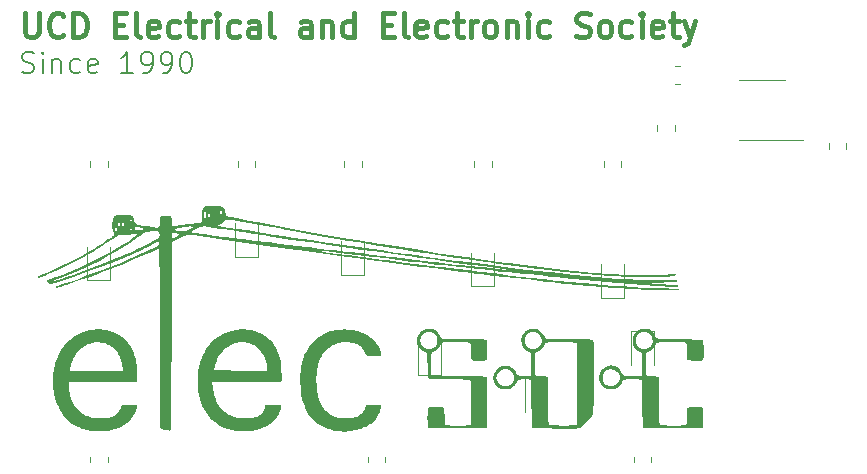
<source format=gbr>
%TF.GenerationSoftware,KiCad,Pcbnew,7.0.6-7.0.6~ubuntu22.04.1*%
%TF.CreationDate,2023-08-22T06:29:40+01:00*%
%TF.ProjectId,elecsoc_card,656c6563-736f-4635-9f63-6172642e6b69,rev?*%
%TF.SameCoordinates,Original*%
%TF.FileFunction,Legend,Top*%
%TF.FilePolarity,Positive*%
%FSLAX46Y46*%
G04 Gerber Fmt 4.6, Leading zero omitted, Abs format (unit mm)*
G04 Created by KiCad (PCBNEW 7.0.6-7.0.6~ubuntu22.04.1) date 2023-08-22 06:29:40*
%MOMM*%
%LPD*%
G01*
G04 APERTURE LIST*
%ADD10C,0.000000*%
%ADD11C,0.400000*%
%ADD12C,0.200000*%
%ADD13C,0.120000*%
G04 APERTURE END LIST*
D10*
G36*
X140016465Y-84425609D02*
G01*
X140059296Y-84428888D01*
X140101734Y-84434083D01*
X140143728Y-84441172D01*
X140185226Y-84450137D01*
X140226176Y-84460959D01*
X140266527Y-84473618D01*
X140306227Y-84488094D01*
X140345223Y-84504369D01*
X140383466Y-84522423D01*
X140420902Y-84542236D01*
X140457480Y-84563790D01*
X140493148Y-84587064D01*
X140527856Y-84612040D01*
X140561551Y-84638698D01*
X140594181Y-84667019D01*
X140625694Y-84696983D01*
X140656040Y-84728570D01*
X140685167Y-84761763D01*
X140713022Y-84796540D01*
X140739554Y-84832884D01*
X140764712Y-84870774D01*
X140788443Y-84910190D01*
X140810696Y-84951115D01*
X140830050Y-84987168D01*
X140849771Y-85021257D01*
X140869895Y-85053403D01*
X140890458Y-85083627D01*
X140911496Y-85111949D01*
X140933046Y-85138390D01*
X140955144Y-85162971D01*
X140977826Y-85185712D01*
X141001128Y-85206634D01*
X141025086Y-85225758D01*
X141049736Y-85243104D01*
X141075116Y-85258693D01*
X141101260Y-85272546D01*
X141128205Y-85284683D01*
X141155988Y-85295125D01*
X141184643Y-85303893D01*
X141242838Y-85311486D01*
X141361143Y-85318335D01*
X141757907Y-85329469D01*
X142334587Y-85336635D01*
X143050836Y-85339171D01*
X143504335Y-85339688D01*
X143881518Y-85341321D01*
X144187760Y-85344194D01*
X144428434Y-85348431D01*
X144608916Y-85354157D01*
X144678264Y-85357617D01*
X144734580Y-85361495D01*
X144778534Y-85365807D01*
X144810800Y-85370569D01*
X144832048Y-85375797D01*
X144838750Y-85378589D01*
X144842950Y-85381504D01*
X144851170Y-85407462D01*
X144858604Y-85465144D01*
X144870951Y-85657718D01*
X144879660Y-85923300D01*
X144884400Y-86225966D01*
X144884841Y-86529788D01*
X144880652Y-86798843D01*
X144871503Y-86997205D01*
X144864964Y-87058649D01*
X144857062Y-87088948D01*
X144851977Y-87093075D01*
X144842186Y-87097492D01*
X144809491Y-87107028D01*
X144761004Y-87117226D01*
X144698751Y-87127754D01*
X144624757Y-87138282D01*
X144541048Y-87148479D01*
X144449649Y-87158015D01*
X144352588Y-87166558D01*
X144254603Y-87174896D01*
X144165347Y-87181332D01*
X144084286Y-87185783D01*
X144010890Y-87188167D01*
X143944624Y-87188401D01*
X143913999Y-87187687D01*
X143884957Y-87186403D01*
X143857433Y-87184541D01*
X143831358Y-87182090D01*
X143806667Y-87179039D01*
X143783293Y-87175379D01*
X143761169Y-87171098D01*
X143740230Y-87166187D01*
X143720408Y-87160636D01*
X143701637Y-87154433D01*
X143683851Y-87147568D01*
X143666982Y-87140032D01*
X143650965Y-87131814D01*
X143635733Y-87122903D01*
X143621219Y-87113289D01*
X143607357Y-87102963D01*
X143594080Y-87091913D01*
X143581322Y-87080129D01*
X143569016Y-87067600D01*
X143557096Y-87054318D01*
X143545495Y-87040271D01*
X143534146Y-87025448D01*
X143523512Y-87011060D01*
X143514067Y-86996833D01*
X143505759Y-86982512D01*
X143498536Y-86967846D01*
X143492346Y-86952579D01*
X143487139Y-86936461D01*
X143482862Y-86919236D01*
X143479463Y-86900652D01*
X143476891Y-86880456D01*
X143475095Y-86858395D01*
X143474021Y-86834215D01*
X143473620Y-86807663D01*
X143474625Y-86746430D01*
X143477698Y-86672670D01*
X143481722Y-86545064D01*
X143483431Y-86387362D01*
X143483156Y-86219737D01*
X143481229Y-86062365D01*
X143479188Y-85895037D01*
X143476204Y-85828465D01*
X143468879Y-85772150D01*
X143454940Y-85725241D01*
X143444779Y-85705047D01*
X143432112Y-85686884D01*
X143416655Y-85670647D01*
X143398123Y-85656227D01*
X143376232Y-85643520D01*
X143350697Y-85632417D01*
X143287562Y-85614602D01*
X143206444Y-85601928D01*
X143105068Y-85593544D01*
X142981162Y-85588596D01*
X142656661Y-85585599D01*
X142214752Y-85586116D01*
X141965459Y-85586763D01*
X141742417Y-85588651D01*
X141547073Y-85591696D01*
X141380875Y-85595817D01*
X141245269Y-85600929D01*
X141141703Y-85606951D01*
X141102387Y-85610277D01*
X141071624Y-85613800D01*
X141049593Y-85617509D01*
X141036478Y-85621393D01*
X141029463Y-85626212D01*
X141021705Y-85632658D01*
X141013285Y-85640624D01*
X141004286Y-85650001D01*
X140994791Y-85660679D01*
X140984883Y-85672552D01*
X140974644Y-85685510D01*
X140964157Y-85699445D01*
X140942770Y-85729810D01*
X140921382Y-85762780D01*
X140900656Y-85797486D01*
X140890748Y-85815219D01*
X140881253Y-85833060D01*
X140857141Y-85879539D01*
X140832388Y-85923769D01*
X140806932Y-85965819D01*
X140780712Y-86005756D01*
X140753665Y-86043645D01*
X140725729Y-86079556D01*
X140696842Y-86113555D01*
X140666942Y-86145709D01*
X140635967Y-86176085D01*
X140603855Y-86204751D01*
X140570545Y-86231773D01*
X140535973Y-86257219D01*
X140500079Y-86281157D01*
X140462799Y-86303652D01*
X140424073Y-86324773D01*
X140383838Y-86344587D01*
X140284736Y-86393742D01*
X140244582Y-86417963D01*
X140210149Y-86444137D01*
X140181028Y-86473907D01*
X140156812Y-86508918D01*
X140137091Y-86550812D01*
X140121458Y-86601233D01*
X140109504Y-86661824D01*
X140100822Y-86734227D01*
X140095002Y-86820088D01*
X140091637Y-86921048D01*
X140090638Y-87174841D01*
X140094559Y-87508753D01*
X140097563Y-87732630D01*
X140101394Y-87919299D01*
X140103671Y-87999560D01*
X140106217Y-88071573D01*
X140109052Y-88135689D01*
X140112198Y-88192261D01*
X140115674Y-88241640D01*
X140119501Y-88284176D01*
X140123701Y-88320222D01*
X140128294Y-88350129D01*
X140133299Y-88374248D01*
X140138739Y-88392931D01*
X140141628Y-88400343D01*
X140144634Y-88406529D01*
X140147758Y-88411530D01*
X140151004Y-88415393D01*
X140186860Y-88427499D01*
X140275136Y-88437497D01*
X140651947Y-88451994D01*
X141367425Y-88460537D01*
X142507559Y-88464781D01*
X143443136Y-88469853D01*
X144181930Y-88478893D01*
X144460686Y-88484488D01*
X144670031Y-88490579D01*
X144803225Y-88497000D01*
X144839160Y-88500283D01*
X144853531Y-88503587D01*
X144859801Y-88550426D01*
X144865327Y-88673913D01*
X144873816Y-89128004D01*
X144878336Y-89820220D01*
X144878226Y-90704920D01*
X144867642Y-92870976D01*
X142384088Y-92881559D01*
X141295437Y-92882110D01*
X140511719Y-92878031D01*
X140234417Y-92874049D01*
X140033595Y-92868661D01*
X139909338Y-92861784D01*
X139875947Y-92857762D01*
X139861728Y-92853337D01*
X139851066Y-92826034D01*
X139841587Y-92769359D01*
X139826284Y-92584343D01*
X139816024Y-92331198D01*
X139811015Y-92042830D01*
X139811462Y-91752146D01*
X139817573Y-91492056D01*
X139829555Y-91295465D01*
X139837812Y-91231266D01*
X139847613Y-91195281D01*
X139897006Y-91107087D01*
X141159949Y-91107087D01*
X141205810Y-91195281D01*
X141211558Y-91208396D01*
X141216897Y-91225289D01*
X141226371Y-91270633D01*
X141234273Y-91331770D01*
X141240646Y-91409153D01*
X141245531Y-91503239D01*
X141248969Y-91614481D01*
X141251001Y-91743334D01*
X141251669Y-91890254D01*
X141251764Y-91990220D01*
X141252096Y-92078962D01*
X141252739Y-92157245D01*
X141253764Y-92225833D01*
X141255244Y-92285492D01*
X141257250Y-92336986D01*
X141258474Y-92359910D01*
X141259857Y-92381080D01*
X141261407Y-92400591D01*
X141263135Y-92418538D01*
X141265048Y-92435018D01*
X141267157Y-92450126D01*
X141269470Y-92463958D01*
X141271996Y-92476609D01*
X141274744Y-92488175D01*
X141277723Y-92498751D01*
X141280943Y-92508433D01*
X141284412Y-92517316D01*
X141288139Y-92525497D01*
X141292134Y-92533071D01*
X141296406Y-92540133D01*
X141300962Y-92546779D01*
X141305814Y-92553104D01*
X141310969Y-92559205D01*
X141316436Y-92565177D01*
X141322226Y-92571115D01*
X141348271Y-92593391D01*
X141363929Y-92602516D01*
X141383080Y-92610417D01*
X141407027Y-92617180D01*
X141437072Y-92622895D01*
X141520663Y-92631528D01*
X141644273Y-92637019D01*
X141818320Y-92640071D01*
X142359393Y-92641670D01*
X142659509Y-92641394D01*
X142783483Y-92640926D01*
X142891701Y-92640127D01*
X142985388Y-92638914D01*
X143065768Y-92637205D01*
X143134066Y-92634918D01*
X143164067Y-92633531D01*
X143191507Y-92631969D01*
X143216539Y-92630220D01*
X143239315Y-92628276D01*
X143259990Y-92626124D01*
X143278716Y-92623756D01*
X143295646Y-92621160D01*
X143310933Y-92618326D01*
X143324731Y-92615244D01*
X143337193Y-92611904D01*
X143348471Y-92608295D01*
X143358718Y-92604408D01*
X143368089Y-92600230D01*
X143376735Y-92595753D01*
X143384810Y-92590966D01*
X143392468Y-92585859D01*
X143399860Y-92580420D01*
X143407141Y-92574641D01*
X143491809Y-92507615D01*
X143502392Y-90853086D01*
X143505306Y-90301982D01*
X143505864Y-89860017D01*
X143505143Y-89676036D01*
X143503693Y-89514626D01*
X143501469Y-89374218D01*
X143498423Y-89253240D01*
X143494508Y-89150121D01*
X143489679Y-89063291D01*
X143483889Y-88991178D01*
X143477091Y-88932212D01*
X143469239Y-88884821D01*
X143460286Y-88847435D01*
X143455382Y-88832003D01*
X143450186Y-88818482D01*
X143444691Y-88806678D01*
X143438891Y-88796392D01*
X143430754Y-88788197D01*
X143415955Y-88780773D01*
X143360565Y-88768005D01*
X143261105Y-88757636D01*
X143105958Y-88749209D01*
X142582138Y-88736366D01*
X141696170Y-88725837D01*
X139985199Y-88708198D01*
X139904059Y-88627059D01*
X139877262Y-88599023D01*
X139866394Y-88583659D01*
X139857039Y-88565489D01*
X139849070Y-88543081D01*
X139842356Y-88515004D01*
X139836769Y-88479827D01*
X139832179Y-88436118D01*
X139825475Y-88317379D01*
X139821210Y-88147336D01*
X139815863Y-87607531D01*
X139813893Y-87394404D01*
X139810683Y-87202939D01*
X139806315Y-87034295D01*
X139800872Y-86889629D01*
X139794437Y-86770098D01*
X139787092Y-86676860D01*
X139783104Y-86640463D01*
X139778920Y-86611073D01*
X139774550Y-86588835D01*
X139770004Y-86573893D01*
X139764555Y-86562407D01*
X139757498Y-86550466D01*
X139748881Y-86538112D01*
X139738750Y-86525386D01*
X139727152Y-86512329D01*
X139714132Y-86498982D01*
X139699737Y-86485388D01*
X139684015Y-86471587D01*
X139667011Y-86457621D01*
X139648771Y-86443530D01*
X139629344Y-86429357D01*
X139608774Y-86415143D01*
X139587108Y-86400928D01*
X139564394Y-86386755D01*
X139540677Y-86372665D01*
X139516003Y-86358699D01*
X139465638Y-86329132D01*
X139416523Y-86297451D01*
X139368835Y-86263859D01*
X139322748Y-86228556D01*
X139278439Y-86191745D01*
X139236084Y-86153625D01*
X139195857Y-86114400D01*
X139157935Y-86074271D01*
X139122494Y-86033439D01*
X139089709Y-85992106D01*
X139059755Y-85950473D01*
X139032809Y-85908741D01*
X139009046Y-85867113D01*
X138988643Y-85825790D01*
X138971774Y-85784974D01*
X138958615Y-85744865D01*
X138949878Y-85706349D01*
X138942299Y-85662954D01*
X138936042Y-85615756D01*
X138931274Y-85565830D01*
X138928160Y-85514250D01*
X138926865Y-85462091D01*
X138927177Y-85438686D01*
X139208323Y-85438686D01*
X139210287Y-85492264D01*
X139216494Y-85546228D01*
X139227090Y-85600406D01*
X139242224Y-85654627D01*
X139262044Y-85708717D01*
X139286697Y-85762504D01*
X139308972Y-85803796D01*
X139333427Y-85842975D01*
X139360011Y-85879993D01*
X139388673Y-85914805D01*
X139419360Y-85947363D01*
X139452022Y-85977622D01*
X139486605Y-86005535D01*
X139523060Y-86031056D01*
X139561333Y-86054137D01*
X139601374Y-86074733D01*
X139643130Y-86092796D01*
X139686550Y-86108281D01*
X139731582Y-86121141D01*
X139778175Y-86131329D01*
X139826277Y-86138799D01*
X139875836Y-86143504D01*
X139920595Y-86145905D01*
X139964238Y-86146507D01*
X140006746Y-86145330D01*
X140048098Y-86142394D01*
X140088275Y-86137720D01*
X140127256Y-86131326D01*
X140165021Y-86123234D01*
X140201550Y-86113463D01*
X140236824Y-86102032D01*
X140270822Y-86088964D01*
X140303524Y-86074276D01*
X140334910Y-86057990D01*
X140364961Y-86040125D01*
X140393655Y-86020701D01*
X140420974Y-85999738D01*
X140446897Y-85977257D01*
X140471404Y-85953278D01*
X140494475Y-85927819D01*
X140516090Y-85900903D01*
X140536229Y-85872547D01*
X140554872Y-85842773D01*
X140571998Y-85811601D01*
X140587589Y-85779050D01*
X140601624Y-85745141D01*
X140614082Y-85709893D01*
X140624945Y-85673327D01*
X140634191Y-85635462D01*
X140641801Y-85596320D01*
X140647754Y-85555918D01*
X140652032Y-85514279D01*
X140654613Y-85471421D01*
X140655478Y-85427365D01*
X140654932Y-85397778D01*
X140653303Y-85368559D01*
X140650603Y-85339725D01*
X140646844Y-85311293D01*
X140642039Y-85283280D01*
X140636200Y-85255701D01*
X140629338Y-85228575D01*
X140621467Y-85201918D01*
X140612599Y-85175747D01*
X140602746Y-85150078D01*
X140591919Y-85124929D01*
X140580133Y-85100316D01*
X140567398Y-85076255D01*
X140553727Y-85052765D01*
X140539132Y-85029861D01*
X140523626Y-85007560D01*
X140507221Y-84985879D01*
X140489928Y-84964836D01*
X140471761Y-84944446D01*
X140452732Y-84924726D01*
X140432853Y-84905694D01*
X140412136Y-84887366D01*
X140390593Y-84869759D01*
X140368238Y-84852889D01*
X140345081Y-84836774D01*
X140321135Y-84821430D01*
X140296414Y-84806874D01*
X140270928Y-84793124D01*
X140244690Y-84780194D01*
X140217712Y-84768104D01*
X140190007Y-84756868D01*
X140161587Y-84746504D01*
X140105181Y-84729484D01*
X140049171Y-84717336D01*
X139993705Y-84709885D01*
X139938931Y-84706961D01*
X139884996Y-84708391D01*
X139832049Y-84714002D01*
X139780238Y-84723622D01*
X139729710Y-84737078D01*
X139680614Y-84754198D01*
X139633097Y-84774810D01*
X139587307Y-84798740D01*
X139543393Y-84825817D01*
X139501501Y-84855868D01*
X139461781Y-84888720D01*
X139424379Y-84924201D01*
X139389445Y-84962139D01*
X139357125Y-85002361D01*
X139327568Y-85044695D01*
X139300922Y-85088968D01*
X139277335Y-85135007D01*
X139256953Y-85182641D01*
X139239927Y-85231696D01*
X139226402Y-85282001D01*
X139216528Y-85333383D01*
X139210453Y-85385669D01*
X139208323Y-85438686D01*
X138927177Y-85438686D01*
X138927554Y-85410428D01*
X138928694Y-85385119D01*
X138930392Y-85360337D01*
X138939437Y-85283539D01*
X138953302Y-85209304D01*
X138962026Y-85173173D01*
X138971933Y-85137715D01*
X138983017Y-85102938D01*
X138995271Y-85068854D01*
X139008687Y-85035473D01*
X139023260Y-85002805D01*
X139038980Y-84970860D01*
X139055843Y-84939650D01*
X139073839Y-84909183D01*
X139092963Y-84879471D01*
X139113206Y-84850523D01*
X139134563Y-84822351D01*
X139157025Y-84794964D01*
X139180587Y-84768373D01*
X139205240Y-84742589D01*
X139230977Y-84717620D01*
X139257792Y-84693479D01*
X139285677Y-84670174D01*
X139314626Y-84647717D01*
X139344631Y-84626118D01*
X139407780Y-84585535D01*
X139475068Y-84548507D01*
X139546439Y-84515117D01*
X139621835Y-84485448D01*
X139665876Y-84470624D01*
X139709989Y-84457889D01*
X139754123Y-84447224D01*
X139798225Y-84438609D01*
X139842245Y-84432024D01*
X139886131Y-84427452D01*
X139929830Y-84424871D01*
X139973292Y-84424263D01*
X140016465Y-84425609D01*
G37*
G36*
X148787696Y-84425724D02*
G01*
X148827909Y-84427791D01*
X148868547Y-84431677D01*
X148909758Y-84437382D01*
X148951693Y-84444906D01*
X148994501Y-84454249D01*
X149038333Y-84465411D01*
X149083337Y-84478392D01*
X149106035Y-84485680D01*
X149129110Y-84494278D01*
X149176169Y-84515186D01*
X149224066Y-84540683D01*
X149272350Y-84570335D01*
X149320572Y-84603708D01*
X149368282Y-84640367D01*
X149415031Y-84679879D01*
X149460369Y-84721809D01*
X149503847Y-84765724D01*
X149545015Y-84811189D01*
X149583423Y-84857770D01*
X149618623Y-84905034D01*
X149650163Y-84952545D01*
X149677595Y-84999871D01*
X149700469Y-85046576D01*
X149710056Y-85069560D01*
X149718335Y-85092227D01*
X149726169Y-85115608D01*
X149733873Y-85136896D01*
X149741567Y-85156230D01*
X149749370Y-85173751D01*
X149757400Y-85189598D01*
X149761537Y-85196937D01*
X149765776Y-85203910D01*
X149770131Y-85210534D01*
X149774617Y-85216826D01*
X149779249Y-85222805D01*
X149784041Y-85228487D01*
X149789010Y-85233890D01*
X149794169Y-85239032D01*
X149799533Y-85243929D01*
X149805118Y-85248600D01*
X149810938Y-85253061D01*
X149817008Y-85257330D01*
X149823342Y-85261425D01*
X149829957Y-85265363D01*
X149844084Y-85272838D01*
X149859508Y-85279895D01*
X149876348Y-85286672D01*
X149894723Y-85293310D01*
X149950459Y-85304244D01*
X150054191Y-85313319D01*
X150421687Y-85326382D01*
X151029292Y-85333493D01*
X151909085Y-85335643D01*
X152483982Y-85337214D01*
X152931094Y-85339612D01*
X153111859Y-85341276D01*
X153266833Y-85343333D01*
X153398066Y-85345844D01*
X153507611Y-85348872D01*
X153597518Y-85352480D01*
X153669840Y-85356727D01*
X153700047Y-85359111D01*
X153726628Y-85361678D01*
X153749838Y-85364436D01*
X153769933Y-85367393D01*
X153787171Y-85370557D01*
X153801808Y-85373936D01*
X153814100Y-85377536D01*
X153824303Y-85381367D01*
X153832675Y-85385435D01*
X153839471Y-85389749D01*
X153844948Y-85394316D01*
X153849362Y-85399143D01*
X153873217Y-85687505D01*
X153889382Y-86394363D01*
X153899635Y-88511084D01*
X153882106Y-90644342D01*
X153863544Y-91371870D01*
X153838782Y-91689170D01*
X153830975Y-91704786D01*
X153818331Y-91724965D01*
X153801140Y-91749391D01*
X153779691Y-91777750D01*
X153725176Y-91845005D01*
X153657100Y-91924208D01*
X153577780Y-92012836D01*
X153489530Y-92108369D01*
X153394666Y-92208283D01*
X153295502Y-92310058D01*
X153158359Y-92448455D01*
X153098428Y-92507891D01*
X153043707Y-92561302D01*
X152993780Y-92609049D01*
X152948236Y-92651495D01*
X152906661Y-92689000D01*
X152868641Y-92721926D01*
X152833763Y-92750636D01*
X152801614Y-92775491D01*
X152771779Y-92796852D01*
X152743847Y-92815082D01*
X152717402Y-92830542D01*
X152692033Y-92843594D01*
X152667325Y-92854599D01*
X152642865Y-92863920D01*
X152580977Y-92879175D01*
X152491722Y-92890709D01*
X152360960Y-92898771D01*
X152174553Y-92903608D01*
X151578248Y-92904600D01*
X150589700Y-92895671D01*
X150100626Y-92890344D01*
X149693367Y-92884812D01*
X149362424Y-92878866D01*
X149102299Y-92872299D01*
X148907492Y-92864906D01*
X148832866Y-92860835D01*
X148772507Y-92856479D01*
X148725728Y-92851814D01*
X148691843Y-92846812D01*
X148670164Y-92841449D01*
X148663687Y-92838623D01*
X148660004Y-92835697D01*
X148652245Y-92792393D01*
X148644900Y-92685051D01*
X148631781Y-92286688D01*
X148621309Y-91657476D01*
X148614145Y-90814282D01*
X148611677Y-90174093D01*
X148610407Y-89913414D01*
X148608962Y-89688645D01*
X148607227Y-89497010D01*
X148606215Y-89412752D01*
X148605089Y-89335736D01*
X148603833Y-89265617D01*
X148602434Y-89202047D01*
X148600877Y-89144679D01*
X148599149Y-89093167D01*
X148597234Y-89047164D01*
X148595120Y-89006322D01*
X148592790Y-88970296D01*
X148590233Y-88938737D01*
X148587432Y-88911300D01*
X148584374Y-88887637D01*
X148582744Y-88877113D01*
X148581045Y-88867402D01*
X148579274Y-88858461D01*
X148577430Y-88850247D01*
X148575511Y-88842716D01*
X148573516Y-88835826D01*
X148571442Y-88829532D01*
X148569288Y-88823791D01*
X148567051Y-88818561D01*
X148564731Y-88813797D01*
X148562326Y-88809456D01*
X148559832Y-88805495D01*
X148557250Y-88801871D01*
X148554577Y-88798540D01*
X148551811Y-88795459D01*
X148548951Y-88792584D01*
X148542940Y-88787281D01*
X148536529Y-88782283D01*
X148525791Y-88774711D01*
X148513296Y-88767847D01*
X148498858Y-88761656D01*
X148482291Y-88756099D01*
X148463408Y-88751143D01*
X148442025Y-88746749D01*
X148417954Y-88742883D01*
X148391010Y-88739508D01*
X148327759Y-88734085D01*
X148250782Y-88730192D01*
X148158592Y-88727539D01*
X148049701Y-88725837D01*
X147963643Y-88726249D01*
X147886278Y-88727642D01*
X147816953Y-88730255D01*
X147755018Y-88734326D01*
X147726619Y-88736982D01*
X147699822Y-88740091D01*
X147674548Y-88743684D01*
X147650714Y-88747789D01*
X147628239Y-88752437D01*
X147607042Y-88757657D01*
X147587041Y-88763480D01*
X147568155Y-88769934D01*
X147550303Y-88777050D01*
X147533403Y-88784856D01*
X147517373Y-88793384D01*
X147502133Y-88802662D01*
X147487601Y-88812721D01*
X147473696Y-88823589D01*
X147460336Y-88835298D01*
X147447439Y-88847876D01*
X147434925Y-88861353D01*
X147422713Y-88875758D01*
X147410719Y-88891123D01*
X147398864Y-88907476D01*
X147387066Y-88924847D01*
X147375244Y-88943265D01*
X147351199Y-88983364D01*
X147319550Y-89034113D01*
X147286852Y-89083093D01*
X147253213Y-89130193D01*
X147218742Y-89175298D01*
X147183548Y-89218295D01*
X147147738Y-89259069D01*
X147111423Y-89297508D01*
X147074709Y-89333497D01*
X147037706Y-89366923D01*
X147000522Y-89397672D01*
X146963266Y-89425631D01*
X146926046Y-89450685D01*
X146888971Y-89472722D01*
X146852149Y-89491627D01*
X146815689Y-89507286D01*
X146779700Y-89519587D01*
X146703590Y-89539689D01*
X146627557Y-89555051D01*
X146551845Y-89565732D01*
X146476696Y-89571788D01*
X146402353Y-89573275D01*
X146329059Y-89570251D01*
X146257058Y-89562773D01*
X146186590Y-89550897D01*
X146117901Y-89534680D01*
X146051232Y-89514179D01*
X145986827Y-89489451D01*
X145924928Y-89460552D01*
X145865778Y-89427540D01*
X145809621Y-89390472D01*
X145756698Y-89349404D01*
X145707254Y-89304393D01*
X145668166Y-89263308D01*
X145631600Y-89221448D01*
X145597558Y-89178863D01*
X145566039Y-89135604D01*
X145537045Y-89091722D01*
X145510576Y-89047269D01*
X145486632Y-89002295D01*
X145465215Y-88956852D01*
X145446325Y-88910990D01*
X145429962Y-88864760D01*
X145416128Y-88818214D01*
X145404822Y-88771402D01*
X145396047Y-88724376D01*
X145389801Y-88677187D01*
X145386086Y-88629885D01*
X145384903Y-88582521D01*
X145385131Y-88574499D01*
X145642279Y-88574499D01*
X145642652Y-88598253D01*
X145644310Y-88621669D01*
X145647281Y-88644699D01*
X145656015Y-88691373D01*
X145667590Y-88736769D01*
X145681887Y-88780826D01*
X145698792Y-88823485D01*
X145718188Y-88864687D01*
X145739958Y-88904373D01*
X145763986Y-88942482D01*
X145790156Y-88978956D01*
X145818352Y-89013734D01*
X145848458Y-89046759D01*
X145880356Y-89077969D01*
X145913932Y-89107306D01*
X145949068Y-89134711D01*
X145985648Y-89160123D01*
X146023557Y-89183484D01*
X146062677Y-89204733D01*
X146102893Y-89223813D01*
X146144088Y-89240662D01*
X146186146Y-89255222D01*
X146228951Y-89267434D01*
X146272386Y-89277237D01*
X146316336Y-89284573D01*
X146360683Y-89289382D01*
X146405312Y-89291605D01*
X146450106Y-89291181D01*
X146494950Y-89288053D01*
X146539726Y-89282159D01*
X146584319Y-89273442D01*
X146628612Y-89261841D01*
X146672489Y-89247297D01*
X146715833Y-89229751D01*
X146758530Y-89209143D01*
X146800955Y-89184916D01*
X146840912Y-89158620D01*
X146878392Y-89130373D01*
X146913388Y-89100298D01*
X146945890Y-89068516D01*
X146975890Y-89035146D01*
X147003380Y-89000309D01*
X147028351Y-88964128D01*
X147050795Y-88926721D01*
X147070704Y-88888211D01*
X147088069Y-88848717D01*
X147102882Y-88808361D01*
X147115135Y-88767263D01*
X147124818Y-88725545D01*
X147131924Y-88683327D01*
X147136444Y-88640729D01*
X147138370Y-88597873D01*
X147137694Y-88554880D01*
X147134407Y-88511870D01*
X147128500Y-88468963D01*
X147119966Y-88426282D01*
X147108795Y-88383946D01*
X147094980Y-88342077D01*
X147078512Y-88300794D01*
X147059383Y-88260220D01*
X147037584Y-88220475D01*
X147013107Y-88181679D01*
X146985943Y-88143953D01*
X146956085Y-88107419D01*
X146923523Y-88072196D01*
X146888250Y-88038406D01*
X146850256Y-88006170D01*
X146829116Y-87989243D01*
X146809128Y-87974103D01*
X146789957Y-87960638D01*
X146771266Y-87948734D01*
X146752720Y-87938276D01*
X146733983Y-87929152D01*
X146714719Y-87921247D01*
X146694591Y-87914448D01*
X146673265Y-87908641D01*
X146650405Y-87903713D01*
X146625673Y-87899550D01*
X146598735Y-87896038D01*
X146569255Y-87893063D01*
X146536897Y-87890512D01*
X146462201Y-87886227D01*
X146391086Y-87884477D01*
X146359361Y-87884351D01*
X146329853Y-87884793D01*
X146302308Y-87885856D01*
X146276474Y-87887591D01*
X146252097Y-87890049D01*
X146228925Y-87893282D01*
X146206703Y-87897342D01*
X146185179Y-87902280D01*
X146164100Y-87908148D01*
X146143211Y-87914999D01*
X146122261Y-87922883D01*
X146100996Y-87931852D01*
X146079162Y-87941958D01*
X146056506Y-87953253D01*
X146009044Y-87979854D01*
X145963391Y-88010455D01*
X145919784Y-88044674D01*
X145878461Y-88082127D01*
X145839661Y-88122433D01*
X145803620Y-88165209D01*
X145770576Y-88210073D01*
X145740767Y-88256642D01*
X145714431Y-88304534D01*
X145691805Y-88353367D01*
X145673127Y-88402758D01*
X145658636Y-88452324D01*
X145648567Y-88501684D01*
X145645266Y-88526167D01*
X145643160Y-88550454D01*
X145642279Y-88574499D01*
X145385131Y-88574499D01*
X145386252Y-88535148D01*
X145390133Y-88487815D01*
X145396548Y-88440574D01*
X145405498Y-88393475D01*
X145416982Y-88346570D01*
X145431001Y-88299911D01*
X145447556Y-88253547D01*
X145466648Y-88207530D01*
X145488277Y-88161910D01*
X145512445Y-88116740D01*
X145539151Y-88072070D01*
X145568396Y-88027951D01*
X145600181Y-87984433D01*
X145634506Y-87941569D01*
X145671373Y-87899409D01*
X145710782Y-87858004D01*
X145770394Y-87803194D01*
X145832642Y-87753886D01*
X145897267Y-87710129D01*
X145964011Y-87671969D01*
X146032615Y-87639451D01*
X146102820Y-87612624D01*
X146174370Y-87591532D01*
X146247004Y-87576223D01*
X146320466Y-87566742D01*
X146394495Y-87563138D01*
X146468835Y-87565456D01*
X146543227Y-87573742D01*
X146617411Y-87588044D01*
X146691131Y-87608407D01*
X146764127Y-87634878D01*
X146836142Y-87667504D01*
X146871404Y-87686602D01*
X146908062Y-87709162D01*
X146945608Y-87734678D01*
X146983537Y-87762643D01*
X147021342Y-87792552D01*
X147058516Y-87823897D01*
X147094554Y-87856172D01*
X147128948Y-87888871D01*
X147161192Y-87921488D01*
X147190780Y-87953515D01*
X147217206Y-87984447D01*
X147239963Y-88013777D01*
X147258544Y-88040998D01*
X147266111Y-88053660D01*
X147272443Y-88065605D01*
X147277479Y-88076769D01*
X147281154Y-88087090D01*
X147283406Y-88096504D01*
X147284170Y-88104948D01*
X147284771Y-88113559D01*
X147286539Y-88122820D01*
X147289420Y-88132680D01*
X147293362Y-88143085D01*
X147304216Y-88165324D01*
X147318677Y-88189118D01*
X147336321Y-88214050D01*
X147356724Y-88239699D01*
X147379463Y-88265649D01*
X147404115Y-88291479D01*
X147430254Y-88316772D01*
X147457459Y-88341109D01*
X147485303Y-88364072D01*
X147513365Y-88385241D01*
X147541221Y-88404199D01*
X147568445Y-88420526D01*
X147594616Y-88433804D01*
X147607173Y-88439169D01*
X147619308Y-88443615D01*
X147656356Y-88453058D01*
X147704189Y-88460289D01*
X147761107Y-88465412D01*
X147825409Y-88468530D01*
X147895395Y-88469746D01*
X147969366Y-88469164D01*
X148045620Y-88466887D01*
X148122459Y-88463018D01*
X148198181Y-88457661D01*
X148271087Y-88450919D01*
X148339476Y-88442895D01*
X148401649Y-88433693D01*
X148455904Y-88423416D01*
X148500543Y-88412168D01*
X148533864Y-88400051D01*
X148545750Y-88393700D01*
X148554169Y-88387170D01*
X148562321Y-88377797D01*
X148569611Y-88365101D01*
X148576083Y-88348405D01*
X148581786Y-88327033D01*
X148591067Y-88267550D01*
X148597827Y-88181236D01*
X148602436Y-88062676D01*
X148605267Y-87906455D01*
X148607057Y-87466419D01*
X148871670Y-87466419D01*
X148872201Y-87691860D01*
X148873930Y-87876249D01*
X148875309Y-87954379D01*
X148877066Y-88023843D01*
X148879225Y-88085174D01*
X148881813Y-88138903D01*
X148884856Y-88185562D01*
X148888379Y-88225685D01*
X148892409Y-88259802D01*
X148896972Y-88288447D01*
X148902092Y-88312152D01*
X148907796Y-88331449D01*
X148910875Y-88339610D01*
X148914110Y-88346870D01*
X148917504Y-88353293D01*
X148921060Y-88358947D01*
X148929867Y-88370869D01*
X148939423Y-88381561D01*
X148950229Y-88391116D01*
X148962787Y-88399628D01*
X148977598Y-88407188D01*
X148995164Y-88413890D01*
X149015985Y-88419828D01*
X149040563Y-88425094D01*
X149069399Y-88429781D01*
X149102995Y-88433982D01*
X149186469Y-88441299D01*
X149294996Y-88447790D01*
X149432587Y-88454197D01*
X149525170Y-88459786D01*
X149613661Y-88465829D01*
X149695950Y-88472120D01*
X149769930Y-88478452D01*
X149833492Y-88484618D01*
X149884528Y-88490413D01*
X149920930Y-88495629D01*
X149932984Y-88497955D01*
X149940588Y-88500059D01*
X149945954Y-88502571D01*
X149951439Y-88506095D01*
X149956997Y-88510570D01*
X149962580Y-88515934D01*
X149968143Y-88522125D01*
X149973639Y-88529081D01*
X149979021Y-88536739D01*
X149984243Y-88545039D01*
X149989258Y-88553917D01*
X149994020Y-88563312D01*
X149998482Y-88573161D01*
X150002598Y-88583403D01*
X150006321Y-88593976D01*
X150009605Y-88604818D01*
X150012404Y-88615866D01*
X150014670Y-88627059D01*
X150022443Y-88818551D01*
X150029223Y-89259413D01*
X150035837Y-90627310D01*
X150038372Y-91402814D01*
X150045538Y-92010639D01*
X150050651Y-92239786D01*
X150056673Y-92412750D01*
X150063522Y-92524778D01*
X150067231Y-92556455D01*
X150071115Y-92571115D01*
X150081749Y-92578534D01*
X150103887Y-92585575D01*
X150179670Y-92598496D01*
X150436185Y-92619511D01*
X150792497Y-92633746D01*
X151200444Y-92640788D01*
X151611864Y-92640223D01*
X151978594Y-92631638D01*
X152252472Y-92614619D01*
X152339541Y-92602818D01*
X152385336Y-92588754D01*
X152470001Y-92535836D01*
X152470001Y-89120948D01*
X152467466Y-87704545D01*
X152460300Y-86618872D01*
X152449166Y-85918167D01*
X152442318Y-85729128D01*
X152438610Y-85677903D01*
X152434726Y-85656671D01*
X152427399Y-85648517D01*
X152415303Y-85641216D01*
X152397388Y-85634711D01*
X152372605Y-85628945D01*
X152298239Y-85619402D01*
X152183814Y-85612133D01*
X152020936Y-85606682D01*
X151801215Y-85602596D01*
X151157672Y-85596698D01*
X150867001Y-85596037D01*
X150611636Y-85596699D01*
X150391825Y-85598683D01*
X150207816Y-85601990D01*
X150059856Y-85606620D01*
X149948194Y-85612574D01*
X149906051Y-85616046D01*
X149873077Y-85619850D01*
X149849300Y-85623984D01*
X149834753Y-85628449D01*
X149827202Y-85632605D01*
X149819155Y-85638384D01*
X149810694Y-85645673D01*
X149801902Y-85654356D01*
X149792862Y-85664321D01*
X149783657Y-85675454D01*
X149774369Y-85687641D01*
X149765081Y-85700768D01*
X149755875Y-85714722D01*
X149746835Y-85729390D01*
X149738043Y-85744657D01*
X149729582Y-85760409D01*
X149721533Y-85776534D01*
X149713981Y-85792917D01*
X149707008Y-85809445D01*
X149700696Y-85826004D01*
X149682930Y-85867995D01*
X149662745Y-85909258D01*
X149640204Y-85949725D01*
X149615369Y-85989329D01*
X149588301Y-86028003D01*
X149559062Y-86065679D01*
X149527716Y-86102291D01*
X149494322Y-86137771D01*
X149458945Y-86172053D01*
X149421645Y-86205068D01*
X149382485Y-86236750D01*
X149341526Y-86267031D01*
X149298832Y-86295845D01*
X149254463Y-86323124D01*
X149208481Y-86348801D01*
X149160950Y-86372809D01*
X149133872Y-86385994D01*
X149108211Y-86399082D01*
X149083976Y-86412055D01*
X149061178Y-86424899D01*
X149039827Y-86437599D01*
X149019933Y-86450138D01*
X149001507Y-86462502D01*
X148984558Y-86474674D01*
X148969098Y-86486640D01*
X148955137Y-86498383D01*
X148942685Y-86509889D01*
X148931752Y-86521142D01*
X148926859Y-86526668D01*
X148922349Y-86532126D01*
X148918224Y-86537512D01*
X148914486Y-86542825D01*
X148911135Y-86548064D01*
X148908173Y-86553225D01*
X148905601Y-86558308D01*
X148903421Y-86563310D01*
X148896992Y-86597919D01*
X148891018Y-86662252D01*
X148885623Y-86752631D01*
X148880931Y-86865375D01*
X148874151Y-87143242D01*
X148871670Y-87466419D01*
X148607057Y-87466419D01*
X148607086Y-87459364D01*
X148607196Y-87131887D01*
X148606528Y-87000477D01*
X148604661Y-86888085D01*
X148601057Y-86792807D01*
X148598436Y-86750992D01*
X148595180Y-86712743D01*
X148591221Y-86677822D01*
X148586491Y-86645991D01*
X148580925Y-86617013D01*
X148574454Y-86590649D01*
X148567012Y-86566663D01*
X148558531Y-86544816D01*
X148548944Y-86524870D01*
X148538184Y-86506589D01*
X148526184Y-86489734D01*
X148512876Y-86474067D01*
X148498194Y-86459351D01*
X148482070Y-86445349D01*
X148464437Y-86431822D01*
X148445228Y-86418532D01*
X148424375Y-86405243D01*
X148401812Y-86391715D01*
X148293112Y-86330475D01*
X148227367Y-86291385D01*
X148166341Y-86250749D01*
X148109954Y-86208429D01*
X148058131Y-86164284D01*
X148010793Y-86118176D01*
X147967863Y-86069964D01*
X147929264Y-86019510D01*
X147894917Y-85966674D01*
X147864746Y-85911315D01*
X147838673Y-85853296D01*
X147816620Y-85792475D01*
X147798509Y-85728714D01*
X147784264Y-85661873D01*
X147773807Y-85591813D01*
X147767060Y-85518394D01*
X147763946Y-85441476D01*
X147763783Y-85426030D01*
X148040412Y-85426030D01*
X148041116Y-85462680D01*
X148043635Y-85499574D01*
X148047983Y-85536665D01*
X148054174Y-85573904D01*
X148062224Y-85611244D01*
X148072145Y-85648637D01*
X148083953Y-85686035D01*
X148097661Y-85723390D01*
X148113283Y-85760655D01*
X148130835Y-85797782D01*
X148162655Y-85854071D01*
X148198371Y-85905251D01*
X148237660Y-85951404D01*
X148280201Y-85992609D01*
X148325672Y-86028945D01*
X148373751Y-86060494D01*
X148424117Y-86087335D01*
X148476448Y-86109549D01*
X148530422Y-86127215D01*
X148585718Y-86140414D01*
X148642014Y-86149225D01*
X148698988Y-86153729D01*
X148756318Y-86154006D01*
X148813684Y-86150136D01*
X148870762Y-86142199D01*
X148927233Y-86130275D01*
X148982773Y-86114444D01*
X149037061Y-86094787D01*
X149089775Y-86071383D01*
X149140595Y-86044313D01*
X149189197Y-86013656D01*
X149235261Y-85979493D01*
X149278464Y-85941904D01*
X149318486Y-85900969D01*
X149355004Y-85856768D01*
X149387696Y-85809381D01*
X149416241Y-85758889D01*
X149440318Y-85705371D01*
X149459604Y-85648907D01*
X149473779Y-85589578D01*
X149482519Y-85527463D01*
X149485504Y-85462643D01*
X149483993Y-85417493D01*
X149479537Y-85372147D01*
X149472249Y-85326822D01*
X149462243Y-85281734D01*
X149449632Y-85237101D01*
X149434531Y-85193140D01*
X149417052Y-85150068D01*
X149397310Y-85108101D01*
X149375418Y-85067458D01*
X149351490Y-85028354D01*
X149325639Y-84991008D01*
X149297980Y-84955635D01*
X149268626Y-84922453D01*
X149237691Y-84891680D01*
X149205287Y-84863532D01*
X149188571Y-84850510D01*
X149171530Y-84838226D01*
X149132637Y-84813135D01*
X149091563Y-84790794D01*
X149048608Y-84771222D01*
X149004072Y-84754441D01*
X148958254Y-84740471D01*
X148911454Y-84729333D01*
X148863972Y-84721048D01*
X148816107Y-84715635D01*
X148768160Y-84713117D01*
X148720430Y-84713513D01*
X148673217Y-84716845D01*
X148626821Y-84723132D01*
X148581540Y-84732396D01*
X148537676Y-84744657D01*
X148495528Y-84759936D01*
X148455395Y-84778253D01*
X148419762Y-84797438D01*
X148385630Y-84817919D01*
X148353016Y-84839647D01*
X148321932Y-84862576D01*
X148292394Y-84886657D01*
X148264415Y-84911843D01*
X148238009Y-84938085D01*
X148213191Y-84965336D01*
X148189975Y-84993549D01*
X148168375Y-85022675D01*
X148148406Y-85052666D01*
X148130081Y-85083476D01*
X148113415Y-85115055D01*
X148098422Y-85147356D01*
X148085116Y-85180332D01*
X148073512Y-85213935D01*
X148063623Y-85248116D01*
X148055465Y-85282828D01*
X148049050Y-85318023D01*
X148044393Y-85353654D01*
X148041510Y-85389672D01*
X148040412Y-85426030D01*
X147763783Y-85426030D01*
X147763506Y-85399774D01*
X147763567Y-85361694D01*
X147764218Y-85326809D01*
X147765545Y-85294687D01*
X147767637Y-85264902D01*
X147770582Y-85237023D01*
X147774467Y-85210623D01*
X147779381Y-85185271D01*
X147785411Y-85160539D01*
X147792645Y-85135999D01*
X147801170Y-85111221D01*
X147811076Y-85085777D01*
X147822449Y-85059237D01*
X147835378Y-85031172D01*
X147849950Y-85001154D01*
X147866254Y-84968754D01*
X147889992Y-84924221D01*
X147914939Y-84881869D01*
X147941148Y-84841645D01*
X147968669Y-84803499D01*
X147997554Y-84767379D01*
X148027855Y-84733233D01*
X148059624Y-84701010D01*
X148092913Y-84670657D01*
X148127772Y-84642123D01*
X148164254Y-84615356D01*
X148202410Y-84590305D01*
X148242293Y-84566918D01*
X148283953Y-84545143D01*
X148327443Y-84524929D01*
X148372814Y-84506224D01*
X148420117Y-84488976D01*
X148463260Y-84474672D01*
X148505479Y-84462187D01*
X148546922Y-84451521D01*
X148587740Y-84442674D01*
X148628082Y-84435646D01*
X148668099Y-84430437D01*
X148707941Y-84427047D01*
X148747756Y-84425476D01*
X148787696Y-84425724D01*
G37*
G36*
X158274894Y-84425987D02*
G01*
X158343595Y-84430230D01*
X158376668Y-84433780D01*
X158408917Y-84438297D01*
X158440363Y-84443793D01*
X158471029Y-84450281D01*
X158500935Y-84457770D01*
X158530103Y-84466274D01*
X158558554Y-84475804D01*
X158586309Y-84486371D01*
X158613389Y-84497988D01*
X158639817Y-84510664D01*
X158665613Y-84524414D01*
X158690798Y-84539247D01*
X158715394Y-84555175D01*
X158739423Y-84572211D01*
X158762905Y-84590366D01*
X158785862Y-84609651D01*
X158808315Y-84630078D01*
X158830286Y-84651659D01*
X158851795Y-84674405D01*
X158872865Y-84698328D01*
X158893515Y-84723439D01*
X158913769Y-84749751D01*
X158953170Y-84806021D01*
X158991238Y-84867232D01*
X159028143Y-84933477D01*
X159097906Y-85068545D01*
X159129524Y-85122372D01*
X159164237Y-85168019D01*
X159205999Y-85206203D01*
X159258764Y-85237644D01*
X159326483Y-85263059D01*
X159413111Y-85283168D01*
X159522601Y-85298687D01*
X159658905Y-85310336D01*
X160027771Y-85324895D01*
X161261224Y-85339171D01*
X161983757Y-85348817D01*
X162580614Y-85360778D01*
X162989618Y-85373401D01*
X163104244Y-85379444D01*
X163135688Y-85382307D01*
X163148590Y-85385031D01*
X163151273Y-85392362D01*
X163154018Y-85407459D01*
X163159611Y-85459280D01*
X163170634Y-85637709D01*
X163180334Y-85893528D01*
X163187390Y-86199948D01*
X163193075Y-86537768D01*
X163194235Y-86671912D01*
X163192517Y-86785174D01*
X163186602Y-86879274D01*
X163181660Y-86919676D01*
X163175174Y-86955933D01*
X163166981Y-86988260D01*
X163156914Y-87016873D01*
X163144811Y-87041985D01*
X163130505Y-87063813D01*
X163113833Y-87082571D01*
X163094629Y-87098475D01*
X163072729Y-87111739D01*
X163047968Y-87122579D01*
X163020181Y-87131210D01*
X162989204Y-87137847D01*
X162954872Y-87142705D01*
X162917020Y-87145999D01*
X162830098Y-87148755D01*
X162727119Y-87147838D01*
X162467725Y-87141864D01*
X162347105Y-87139756D01*
X162233017Y-87136242D01*
X162128024Y-87131571D01*
X162034689Y-87125990D01*
X161955576Y-87119747D01*
X161893248Y-87113091D01*
X161869179Y-87109686D01*
X161850268Y-87106270D01*
X161836834Y-87102875D01*
X161829199Y-87099531D01*
X161824031Y-87092653D01*
X161819112Y-87081217D01*
X161814440Y-87065130D01*
X161810017Y-87044300D01*
X161801914Y-86988034D01*
X161794803Y-86911677D01*
X161788684Y-86814484D01*
X161783558Y-86695711D01*
X161779424Y-86554614D01*
X161776282Y-86390448D01*
X161774359Y-86274772D01*
X161772478Y-86173125D01*
X161770514Y-86084490D01*
X161768344Y-86007850D01*
X161767143Y-85973709D01*
X161765843Y-85942186D01*
X161764429Y-85913151D01*
X161762887Y-85886479D01*
X161761200Y-85862042D01*
X161759352Y-85839713D01*
X161757329Y-85819364D01*
X161755115Y-85800868D01*
X161752694Y-85784099D01*
X161750050Y-85768928D01*
X161747169Y-85755229D01*
X161744035Y-85742874D01*
X161740632Y-85731736D01*
X161736945Y-85721687D01*
X161732958Y-85712601D01*
X161728656Y-85704351D01*
X161724023Y-85696808D01*
X161719044Y-85689846D01*
X161713703Y-85683337D01*
X161707985Y-85677155D01*
X161701874Y-85671172D01*
X161695355Y-85665260D01*
X161681030Y-85653143D01*
X161650176Y-85632031D01*
X161631281Y-85623377D01*
X161608160Y-85615880D01*
X161579374Y-85609459D01*
X161543489Y-85604029D01*
X161444670Y-85595816D01*
X161300211Y-85590580D01*
X161098617Y-85587659D01*
X160478058Y-85586116D01*
X160250846Y-85586756D01*
X160035541Y-85588596D01*
X159837103Y-85591510D01*
X159660494Y-85595376D01*
X159510674Y-85600068D01*
X159392604Y-85605463D01*
X159311245Y-85611437D01*
X159285882Y-85614602D01*
X159271558Y-85617865D01*
X159261393Y-85622698D01*
X159250763Y-85629241D01*
X159239699Y-85637469D01*
X159228232Y-85647355D01*
X159216393Y-85658875D01*
X159204213Y-85672001D01*
X159191723Y-85686709D01*
X159178954Y-85702973D01*
X159165937Y-85720766D01*
X159152703Y-85740063D01*
X159139282Y-85760837D01*
X159125706Y-85783064D01*
X159112006Y-85806717D01*
X159098213Y-85831771D01*
X159084358Y-85858199D01*
X159070471Y-85885976D01*
X159046272Y-85931173D01*
X159021235Y-85974205D01*
X158995268Y-86015139D01*
X158968278Y-86054041D01*
X158940171Y-86090981D01*
X158910855Y-86126023D01*
X158880237Y-86159237D01*
X158848224Y-86190688D01*
X158814722Y-86220444D01*
X158779639Y-86248572D01*
X158742882Y-86275140D01*
X158704357Y-86300215D01*
X158663972Y-86323863D01*
X158621634Y-86346152D01*
X158577249Y-86367149D01*
X158530725Y-86386921D01*
X158453569Y-86421365D01*
X158422128Y-86439732D01*
X158395016Y-86460729D01*
X158371915Y-86485756D01*
X158352503Y-86516215D01*
X158336461Y-86553506D01*
X158323467Y-86599028D01*
X158313202Y-86654183D01*
X158305345Y-86720371D01*
X158299576Y-86798993D01*
X158295574Y-86891448D01*
X158291591Y-87123461D01*
X158290832Y-87427615D01*
X158291308Y-87594179D01*
X158292652Y-87752722D01*
X158297449Y-88030865D01*
X158300654Y-88143023D01*
X158304230Y-88232279D01*
X158308053Y-88294911D01*
X158310019Y-88315080D01*
X158311999Y-88327198D01*
X158317666Y-88345990D01*
X158324423Y-88362772D01*
X158332781Y-88377684D01*
X158343254Y-88390864D01*
X158356351Y-88402452D01*
X158372585Y-88412588D01*
X158392468Y-88421412D01*
X158416511Y-88429062D01*
X158445225Y-88435679D01*
X158479122Y-88441402D01*
X158518714Y-88446371D01*
X158564512Y-88450725D01*
X158676775Y-88458145D01*
X158820001Y-88464781D01*
X158902576Y-88469267D01*
X158976071Y-88473552D01*
X159041081Y-88477765D01*
X159098200Y-88482034D01*
X159123986Y-88484230D01*
X159148022Y-88486489D01*
X159170383Y-88488827D01*
X159191142Y-88491260D01*
X159210375Y-88493804D01*
X159228154Y-88496475D01*
X159244555Y-88499290D01*
X159259652Y-88502264D01*
X159273519Y-88505414D01*
X159286230Y-88508755D01*
X159297860Y-88512305D01*
X159308483Y-88516079D01*
X159318173Y-88520093D01*
X159327005Y-88524363D01*
X159335052Y-88528906D01*
X159342390Y-88533738D01*
X159349092Y-88538875D01*
X159355232Y-88544333D01*
X159360886Y-88550128D01*
X159366127Y-88556276D01*
X159371029Y-88562794D01*
X159375667Y-88569697D01*
X159380116Y-88577002D01*
X159384448Y-88584725D01*
X159393054Y-88629402D01*
X159400379Y-88729144D01*
X159411348Y-89094490D01*
X159417687Y-89682086D01*
X159419726Y-90493254D01*
X159422262Y-91273168D01*
X159429428Y-91877465D01*
X159434541Y-92106419D01*
X159440563Y-92282663D01*
X159447412Y-92403262D01*
X159451120Y-92441778D01*
X159455005Y-92465281D01*
X159459762Y-92481985D01*
X159464782Y-92497706D01*
X159470082Y-92512457D01*
X159475676Y-92526246D01*
X159481580Y-92539084D01*
X159487809Y-92550982D01*
X159491051Y-92556581D01*
X159494380Y-92561949D01*
X159497798Y-92567087D01*
X159501307Y-92571997D01*
X159504909Y-92576679D01*
X159508606Y-92581135D01*
X159512400Y-92585366D01*
X159516292Y-92589374D01*
X159520286Y-92593160D01*
X159524382Y-92596724D01*
X159528583Y-92600069D01*
X159532890Y-92603196D01*
X159537306Y-92606106D01*
X159541832Y-92608799D01*
X159546471Y-92611279D01*
X159551224Y-92613545D01*
X159556093Y-92615599D01*
X159561080Y-92617443D01*
X159566188Y-92619078D01*
X159571417Y-92620504D01*
X159607074Y-92624452D01*
X159679401Y-92628276D01*
X159916699Y-92635056D01*
X160248585Y-92639851D01*
X160640332Y-92641670D01*
X160912400Y-92641139D01*
X161134114Y-92639410D01*
X161227716Y-92638031D01*
X161310682Y-92636275D01*
X161383665Y-92634116D01*
X161447315Y-92631528D01*
X161502283Y-92628485D01*
X161549221Y-92624961D01*
X161588779Y-92620931D01*
X161621609Y-92616369D01*
X161648362Y-92611249D01*
X161669689Y-92605544D01*
X161678521Y-92602465D01*
X161686241Y-92599230D01*
X161692930Y-92595836D01*
X161698669Y-92592280D01*
X161709310Y-92583339D01*
X161718803Y-92573174D01*
X161727242Y-92560972D01*
X161734719Y-92545923D01*
X161741329Y-92527216D01*
X161747163Y-92504038D01*
X161752315Y-92475579D01*
X161756879Y-92441028D01*
X161764609Y-92350401D01*
X161771100Y-92225668D01*
X161783337Y-91847920D01*
X161788684Y-91656814D01*
X161791461Y-91575006D01*
X161794362Y-91501757D01*
X161797428Y-91436610D01*
X161800701Y-91379112D01*
X161804221Y-91328807D01*
X161808031Y-91285240D01*
X161812172Y-91247957D01*
X161816685Y-91216504D01*
X161819094Y-91202821D01*
X161821611Y-91190424D01*
X161824242Y-91179258D01*
X161826992Y-91169265D01*
X161829865Y-91160387D01*
X161832868Y-91152570D01*
X161836006Y-91145754D01*
X161839282Y-91139885D01*
X161842704Y-91134904D01*
X161846275Y-91130755D01*
X161850001Y-91127382D01*
X161853888Y-91124726D01*
X161862184Y-91121423D01*
X161876262Y-91118146D01*
X161920423Y-91111773D01*
X161983683Y-91105813D01*
X162063354Y-91100473D01*
X162156751Y-91095959D01*
X162261185Y-91092480D01*
X162373970Y-91090240D01*
X162492419Y-91089448D01*
X162662952Y-91089855D01*
X162735025Y-91090448D01*
X162799005Y-91091377D01*
X162855420Y-91092699D01*
X162904797Y-91094471D01*
X162947662Y-91096749D01*
X162984544Y-91099591D01*
X163000905Y-91101240D01*
X163015968Y-91103052D01*
X163029798Y-91105033D01*
X163042462Y-91107191D01*
X163054025Y-91109531D01*
X163064553Y-91112063D01*
X163074112Y-91114792D01*
X163082769Y-91117726D01*
X163090588Y-91120872D01*
X163097636Y-91124236D01*
X163103978Y-91127827D01*
X163109682Y-91131651D01*
X163114811Y-91135715D01*
X163119433Y-91140027D01*
X163123613Y-91144593D01*
X163127417Y-91149421D01*
X163134368Y-91159082D01*
X163140682Y-91172469D01*
X163146387Y-91190000D01*
X163151508Y-91212094D01*
X163160100Y-91271646D01*
X163166666Y-91354472D01*
X163171413Y-91463923D01*
X163174547Y-91603346D01*
X163176807Y-91985504D01*
X163176324Y-92143847D01*
X163174933Y-92293798D01*
X163172715Y-92431925D01*
X163169753Y-92554798D01*
X163166129Y-92658985D01*
X163161926Y-92741054D01*
X163157226Y-92797575D01*
X163154716Y-92815182D01*
X163152112Y-92825115D01*
X163145443Y-92835712D01*
X163132661Y-92845062D01*
X163076540Y-92860338D01*
X162959318Y-92871562D01*
X162756561Y-92879355D01*
X161996712Y-92887127D01*
X160601532Y-92888615D01*
X158079169Y-92888615D01*
X158043890Y-92796893D01*
X158036297Y-92742729D01*
X158029448Y-92622875D01*
X158018313Y-92203786D01*
X158011148Y-91575014D01*
X158008612Y-90771948D01*
X158008612Y-88835198D01*
X157931003Y-88782283D01*
X157918190Y-88774091D01*
X157903249Y-88766690D01*
X157885703Y-88760043D01*
X157865077Y-88754115D01*
X157840896Y-88748869D01*
X157812685Y-88744269D01*
X157742268Y-88736862D01*
X157650022Y-88731604D01*
X157532145Y-88728207D01*
X157384833Y-88726382D01*
X157204282Y-88725837D01*
X157068400Y-88726065D01*
X156948352Y-88727002D01*
X156842939Y-88729023D01*
X156750962Y-88732507D01*
X156709637Y-88734915D01*
X156671222Y-88737830D01*
X156635566Y-88741300D01*
X156602520Y-88745371D01*
X156571933Y-88750090D01*
X156543657Y-88755506D01*
X156517540Y-88761664D01*
X156493434Y-88768612D01*
X156471188Y-88776397D01*
X156450653Y-88785066D01*
X156431678Y-88794667D01*
X156414114Y-88805247D01*
X156397811Y-88816852D01*
X156382619Y-88829530D01*
X156368388Y-88843329D01*
X156354968Y-88858294D01*
X156342210Y-88874474D01*
X156329963Y-88891916D01*
X156318078Y-88910666D01*
X156306405Y-88930772D01*
X156283095Y-88975241D01*
X156258835Y-89025698D01*
X156222470Y-89096096D01*
X156182224Y-89161745D01*
X156138185Y-89222609D01*
X156090440Y-89278651D01*
X156039079Y-89329836D01*
X155984187Y-89376126D01*
X155925854Y-89417487D01*
X155864167Y-89453882D01*
X155799214Y-89485275D01*
X155731083Y-89511629D01*
X155659862Y-89532909D01*
X155585638Y-89549077D01*
X155508499Y-89560099D01*
X155428533Y-89565938D01*
X155345829Y-89566557D01*
X155260474Y-89561921D01*
X155207030Y-89556741D01*
X155156377Y-89550414D01*
X155108328Y-89542868D01*
X155062698Y-89534029D01*
X155019300Y-89523827D01*
X154977949Y-89512187D01*
X154938458Y-89499039D01*
X154900641Y-89484309D01*
X154864312Y-89467926D01*
X154829286Y-89449817D01*
X154795376Y-89429909D01*
X154762396Y-89408131D01*
X154730161Y-89384410D01*
X154698484Y-89358673D01*
X154667178Y-89330849D01*
X154636059Y-89300865D01*
X154600373Y-89263715D01*
X154567364Y-89226251D01*
X154536980Y-89188321D01*
X154509170Y-89149777D01*
X154483881Y-89110467D01*
X154461062Y-89070243D01*
X154440662Y-89028954D01*
X154422628Y-88986451D01*
X154406910Y-88942584D01*
X154393455Y-88897203D01*
X154382212Y-88850157D01*
X154373129Y-88801298D01*
X154366154Y-88750475D01*
X154361236Y-88697539D01*
X154358323Y-88642339D01*
X154357645Y-88601628D01*
X154630848Y-88601628D01*
X154633118Y-88663327D01*
X154639584Y-88725837D01*
X154645163Y-88760397D01*
X154651970Y-88793954D01*
X154659993Y-88826498D01*
X154669219Y-88858019D01*
X154679637Y-88888506D01*
X154691233Y-88917949D01*
X154703995Y-88946339D01*
X154717913Y-88973663D01*
X154732972Y-88999913D01*
X154749161Y-89025078D01*
X154766467Y-89049147D01*
X154784878Y-89072110D01*
X154804383Y-89093957D01*
X154824968Y-89114678D01*
X154846622Y-89134262D01*
X154869332Y-89152698D01*
X154893085Y-89169977D01*
X154917870Y-89186088D01*
X154943675Y-89201021D01*
X154970486Y-89214765D01*
X154998293Y-89227310D01*
X155027081Y-89238646D01*
X155056840Y-89248763D01*
X155087557Y-89257649D01*
X155119220Y-89265296D01*
X155151816Y-89271691D01*
X155185333Y-89276826D01*
X155219759Y-89280690D01*
X155291288Y-89284562D01*
X155366305Y-89283226D01*
X155415602Y-89279579D01*
X155463018Y-89273896D01*
X155508655Y-89266126D01*
X155552619Y-89256216D01*
X155595011Y-89244115D01*
X155635935Y-89229772D01*
X155675496Y-89213134D01*
X155713795Y-89194150D01*
X155750937Y-89172768D01*
X155787024Y-89148936D01*
X155822161Y-89122604D01*
X155856450Y-89093719D01*
X155889995Y-89062229D01*
X155922899Y-89028083D01*
X155955265Y-88991229D01*
X155987198Y-88951615D01*
X156002259Y-88931139D01*
X156015750Y-88911831D01*
X156027753Y-88893371D01*
X156038350Y-88875437D01*
X156047624Y-88857710D01*
X156055657Y-88839870D01*
X156062534Y-88821595D01*
X156068335Y-88802566D01*
X156073145Y-88782462D01*
X156077044Y-88760963D01*
X156080117Y-88737748D01*
X156082446Y-88712497D01*
X156084114Y-88684890D01*
X156085202Y-88654606D01*
X156085974Y-88584725D01*
X156085795Y-88548127D01*
X156085202Y-88514846D01*
X156084114Y-88484562D01*
X156082446Y-88456954D01*
X156080117Y-88431704D01*
X156077044Y-88408489D01*
X156073145Y-88386990D01*
X156068335Y-88366886D01*
X156062534Y-88347857D01*
X156055657Y-88329582D01*
X156047624Y-88311742D01*
X156038350Y-88294015D01*
X156027753Y-88276082D01*
X156015750Y-88257621D01*
X156002259Y-88238313D01*
X155987198Y-88217837D01*
X155976015Y-88204255D01*
X155963716Y-88190049D01*
X155950424Y-88175335D01*
X155936265Y-88160235D01*
X155905837Y-88129346D01*
X155873426Y-88098333D01*
X155840022Y-88068148D01*
X155806618Y-88039740D01*
X155790226Y-88026500D01*
X155774207Y-88014060D01*
X155758684Y-88002541D01*
X155743780Y-87992060D01*
X155704449Y-87968913D01*
X155662132Y-87948431D01*
X155617230Y-87930637D01*
X155570148Y-87915551D01*
X155521288Y-87903194D01*
X155471053Y-87893585D01*
X155419847Y-87886747D01*
X155368073Y-87882699D01*
X155316133Y-87881462D01*
X155264431Y-87883057D01*
X155213370Y-87887504D01*
X155163353Y-87894825D01*
X155114782Y-87905039D01*
X155068062Y-87918168D01*
X155023595Y-87934233D01*
X154981784Y-87953253D01*
X154936160Y-87979176D01*
X154893285Y-88009167D01*
X154853263Y-88042992D01*
X154816197Y-88080419D01*
X154782190Y-88121215D01*
X154751346Y-88165148D01*
X154723767Y-88211985D01*
X154699559Y-88261493D01*
X154678822Y-88313441D01*
X154661662Y-88367595D01*
X154648181Y-88423724D01*
X154638483Y-88481594D01*
X154632671Y-88540972D01*
X154630848Y-88601628D01*
X154357645Y-88601628D01*
X154357364Y-88584725D01*
X154358081Y-88524442D01*
X154360292Y-88467751D01*
X154364084Y-88414356D01*
X154369546Y-88363964D01*
X154376764Y-88316279D01*
X154385827Y-88271008D01*
X154396823Y-88227856D01*
X154409840Y-88186528D01*
X154424965Y-88146729D01*
X154442286Y-88108166D01*
X154461891Y-88070543D01*
X154483868Y-88033566D01*
X154508305Y-87996940D01*
X154535290Y-87960372D01*
X154564910Y-87923565D01*
X154597253Y-87886227D01*
X154653918Y-87829265D01*
X154712727Y-87777465D01*
X154773592Y-87730864D01*
X154836426Y-87689498D01*
X154901142Y-87653403D01*
X154967650Y-87622615D01*
X155035864Y-87597170D01*
X155105695Y-87577105D01*
X155177056Y-87562456D01*
X155249858Y-87553258D01*
X155324015Y-87549548D01*
X155399437Y-87551363D01*
X155476038Y-87558738D01*
X155553729Y-87571710D01*
X155632422Y-87590314D01*
X155712030Y-87614587D01*
X155757541Y-87630247D01*
X155800293Y-87646929D01*
X155840503Y-87664832D01*
X155878387Y-87684150D01*
X155914163Y-87705081D01*
X155948047Y-87727820D01*
X155980257Y-87752565D01*
X156011009Y-87779511D01*
X156040521Y-87808854D01*
X156069010Y-87840792D01*
X156096693Y-87875521D01*
X156123787Y-87913236D01*
X156150509Y-87954134D01*
X156177076Y-87998413D01*
X156203704Y-88046267D01*
X156230612Y-88097894D01*
X156263154Y-88161466D01*
X156294161Y-88217535D01*
X156324910Y-88266534D01*
X156356676Y-88308899D01*
X156390737Y-88345062D01*
X156428369Y-88375458D01*
X156448923Y-88388628D01*
X156470848Y-88400520D01*
X156519450Y-88420685D01*
X156575453Y-88436384D01*
X156640132Y-88448052D01*
X156714764Y-88456124D01*
X156800625Y-88461033D01*
X156898992Y-88463214D01*
X157011141Y-88463101D01*
X157281891Y-88457727D01*
X157420391Y-88453282D01*
X157546531Y-88447969D01*
X157658862Y-88441913D01*
X157755938Y-88435236D01*
X157836312Y-88428063D01*
X157869784Y-88424330D01*
X157898538Y-88420519D01*
X157922393Y-88416646D01*
X157941168Y-88412726D01*
X157954683Y-88408775D01*
X157959411Y-88406793D01*
X157962756Y-88404809D01*
X157972796Y-88376875D01*
X157981730Y-88314782D01*
X157996157Y-88107263D01*
X158005788Y-87820535D01*
X158010377Y-87492879D01*
X158009673Y-87162577D01*
X158003431Y-86867911D01*
X157991400Y-86647163D01*
X157983137Y-86576471D01*
X157973334Y-86538615D01*
X157968973Y-86531437D01*
X157962592Y-86523195D01*
X157954319Y-86513981D01*
X157944285Y-86503888D01*
X157932617Y-86493010D01*
X157919446Y-86481440D01*
X157889109Y-86456594D01*
X157854307Y-86430094D01*
X157816075Y-86402685D01*
X157775444Y-86375110D01*
X157733450Y-86348114D01*
X157658087Y-86300963D01*
X157589272Y-86254504D01*
X157526771Y-86208356D01*
X157470353Y-86162135D01*
X157419784Y-86115459D01*
X157374833Y-86067946D01*
X157335267Y-86019213D01*
X157317430Y-85994270D01*
X157300852Y-85968879D01*
X157285505Y-85942991D01*
X157271358Y-85916560D01*
X157258383Y-85889537D01*
X157246550Y-85861874D01*
X157235831Y-85833524D01*
X157226197Y-85804439D01*
X157210066Y-85743873D01*
X157197925Y-85679792D01*
X157189540Y-85611815D01*
X157184680Y-85539560D01*
X157183111Y-85462643D01*
X157183117Y-85440791D01*
X157448977Y-85440791D01*
X157449677Y-85475406D01*
X157452004Y-85509981D01*
X157455959Y-85544457D01*
X157461544Y-85578773D01*
X157468762Y-85612868D01*
X157477614Y-85646682D01*
X157488102Y-85680153D01*
X157500228Y-85713221D01*
X157513995Y-85745825D01*
X157529403Y-85777905D01*
X157546455Y-85809399D01*
X157565154Y-85840247D01*
X157585500Y-85870389D01*
X157607496Y-85899764D01*
X157631143Y-85928310D01*
X157657118Y-85956385D01*
X157683501Y-85982425D01*
X157710370Y-86006460D01*
X157737803Y-86028520D01*
X157765876Y-86048638D01*
X157794667Y-86066843D01*
X157824254Y-86083168D01*
X157854715Y-86097643D01*
X157886126Y-86110298D01*
X157918566Y-86121166D01*
X157952112Y-86130276D01*
X157986841Y-86137661D01*
X158022831Y-86143351D01*
X158060159Y-86147376D01*
X158098904Y-86149769D01*
X158139142Y-86150560D01*
X158181576Y-86149828D01*
X158222881Y-86147640D01*
X158263042Y-86144008D01*
X158302047Y-86138943D01*
X158339881Y-86132457D01*
X158376531Y-86124561D01*
X158411983Y-86115268D01*
X158446224Y-86104588D01*
X158479240Y-86092534D01*
X158511018Y-86079117D01*
X158541545Y-86064348D01*
X158570805Y-86048240D01*
X158598787Y-86030804D01*
X158625476Y-86012051D01*
X158650859Y-85991994D01*
X158674923Y-85970643D01*
X158697653Y-85948010D01*
X158719036Y-85924108D01*
X158739059Y-85898948D01*
X158757708Y-85872540D01*
X158774970Y-85844898D01*
X158790830Y-85816032D01*
X158805276Y-85785955D01*
X158818293Y-85754677D01*
X158829869Y-85722210D01*
X158839990Y-85688567D01*
X158848641Y-85653758D01*
X158855810Y-85617796D01*
X158861483Y-85580692D01*
X158865647Y-85542457D01*
X158868287Y-85503104D01*
X158869391Y-85462643D01*
X158868736Y-85411018D01*
X158865477Y-85360696D01*
X158859655Y-85311737D01*
X158851311Y-85264205D01*
X158840486Y-85218162D01*
X158827222Y-85173668D01*
X158811561Y-85130787D01*
X158793543Y-85089581D01*
X158773210Y-85050110D01*
X158762188Y-85031045D01*
X158750604Y-85012438D01*
X158738460Y-84994296D01*
X158725765Y-84976626D01*
X158712521Y-84959437D01*
X158698734Y-84942737D01*
X158684411Y-84926533D01*
X158669555Y-84910832D01*
X158654172Y-84895643D01*
X158638267Y-84880973D01*
X158621845Y-84866831D01*
X158604912Y-84853223D01*
X158587472Y-84840158D01*
X158569531Y-84827643D01*
X158543753Y-84811716D01*
X158517380Y-84797005D01*
X158490462Y-84783507D01*
X158463044Y-84771219D01*
X158435174Y-84760138D01*
X158406898Y-84750260D01*
X158378265Y-84741582D01*
X158349321Y-84734102D01*
X158290690Y-84722718D01*
X158231382Y-84716084D01*
X158171774Y-84714173D01*
X158112244Y-84716959D01*
X158053168Y-84724417D01*
X157994924Y-84736520D01*
X157937890Y-84753244D01*
X157909944Y-84763330D01*
X157882442Y-84774561D01*
X157855431Y-84786935D01*
X157828958Y-84800447D01*
X157803070Y-84815095D01*
X157777815Y-84830875D01*
X157753239Y-84847784D01*
X157729390Y-84865819D01*
X157706315Y-84884977D01*
X157684061Y-84905255D01*
X157657406Y-84931238D01*
X157632345Y-84958214D01*
X157608879Y-84986124D01*
X157587011Y-85014905D01*
X157566742Y-85044498D01*
X157548075Y-85074841D01*
X157531011Y-85105874D01*
X157515552Y-85137537D01*
X157501700Y-85169767D01*
X157489458Y-85202506D01*
X157478826Y-85235691D01*
X157469808Y-85269263D01*
X157462404Y-85303161D01*
X157456617Y-85337323D01*
X157452449Y-85371689D01*
X157449902Y-85406199D01*
X157448977Y-85440791D01*
X157183117Y-85440791D01*
X157183127Y-85401082D01*
X157184552Y-85343215D01*
X157187477Y-85288770D01*
X157191987Y-85237471D01*
X157198172Y-85189046D01*
X157206120Y-85143220D01*
X157215917Y-85099720D01*
X157227651Y-85058271D01*
X157241412Y-85018600D01*
X157257286Y-84980433D01*
X157275362Y-84943495D01*
X157295727Y-84907514D01*
X157318469Y-84872214D01*
X157343676Y-84837323D01*
X157371436Y-84802567D01*
X157401837Y-84767671D01*
X157426914Y-84740701D01*
X157451976Y-84715291D01*
X157477172Y-84691349D01*
X157502653Y-84668782D01*
X157528568Y-84647497D01*
X157555066Y-84627400D01*
X157582299Y-84608398D01*
X157610416Y-84590399D01*
X157639566Y-84573310D01*
X157669899Y-84557037D01*
X157701565Y-84541488D01*
X157734715Y-84526569D01*
X157769498Y-84512187D01*
X157806063Y-84498250D01*
X157844561Y-84484665D01*
X157885141Y-84471337D01*
X157900451Y-84466753D01*
X157917161Y-84462277D01*
X157954100Y-84453754D01*
X157994594Y-84445975D01*
X158037278Y-84439146D01*
X158080790Y-84433475D01*
X158123764Y-84429169D01*
X158164836Y-84426433D01*
X158202643Y-84425476D01*
X158274894Y-84425987D01*
G37*
G36*
X132853354Y-84508490D02*
G01*
X132981157Y-84512477D01*
X133108154Y-84519969D01*
X133234200Y-84530953D01*
X133359150Y-84545421D01*
X133482860Y-84563361D01*
X133605185Y-84584764D01*
X133725980Y-84609619D01*
X133845101Y-84637915D01*
X133962403Y-84669642D01*
X134077741Y-84704791D01*
X134190971Y-84743350D01*
X134301947Y-84785309D01*
X134422425Y-84835422D01*
X134537834Y-84887897D01*
X134648230Y-84942781D01*
X134753670Y-85000118D01*
X134854211Y-85059957D01*
X134949909Y-85122343D01*
X135040823Y-85187324D01*
X135127008Y-85254945D01*
X135208521Y-85325253D01*
X135285420Y-85398295D01*
X135357761Y-85474118D01*
X135425600Y-85552767D01*
X135488996Y-85634289D01*
X135548004Y-85718731D01*
X135602681Y-85806139D01*
X135653085Y-85896559D01*
X135678413Y-85945957D01*
X135702743Y-85996068D01*
X135725989Y-86046613D01*
X135748061Y-86097312D01*
X135768872Y-86147888D01*
X135788334Y-86198061D01*
X135806360Y-86247551D01*
X135822861Y-86296080D01*
X135837749Y-86343370D01*
X135850938Y-86389139D01*
X135862339Y-86433111D01*
X135871863Y-86475005D01*
X135879424Y-86514542D01*
X135884934Y-86551445D01*
X135888304Y-86585432D01*
X135889447Y-86616226D01*
X135888208Y-86641383D01*
X135884169Y-86664017D01*
X135876843Y-86684253D01*
X135865745Y-86702216D01*
X135850389Y-86718029D01*
X135830288Y-86731816D01*
X135804958Y-86743702D01*
X135773913Y-86753810D01*
X135736667Y-86762264D01*
X135692733Y-86769188D01*
X135641627Y-86774707D01*
X135582863Y-86778945D01*
X135515954Y-86782025D01*
X135440415Y-86784071D01*
X135261505Y-86785559D01*
X135155534Y-86785205D01*
X135061800Y-86783720D01*
X134979228Y-86780467D01*
X134906743Y-86774811D01*
X134873947Y-86770883D01*
X134843270Y-86766116D01*
X134814578Y-86760431D01*
X134787735Y-86753747D01*
X134762608Y-86745986D01*
X134739063Y-86737069D01*
X134716964Y-86726915D01*
X134696178Y-86715445D01*
X134676571Y-86702579D01*
X134658007Y-86688240D01*
X134640352Y-86672346D01*
X134623473Y-86654818D01*
X134607234Y-86635577D01*
X134591502Y-86614544D01*
X134576142Y-86591639D01*
X134561020Y-86566782D01*
X134530951Y-86510896D01*
X134500221Y-86446252D01*
X134467754Y-86372212D01*
X134432477Y-86288143D01*
X134394121Y-86208170D01*
X134346721Y-86132383D01*
X134290579Y-86060916D01*
X134225992Y-85993904D01*
X134153260Y-85931481D01*
X134072685Y-85873781D01*
X133984564Y-85820938D01*
X133889199Y-85773087D01*
X133786888Y-85730363D01*
X133677932Y-85692900D01*
X133562629Y-85660831D01*
X133441281Y-85634292D01*
X133314186Y-85613416D01*
X133181644Y-85598339D01*
X133043955Y-85589194D01*
X132901419Y-85586116D01*
X132775318Y-85588724D01*
X132652291Y-85596568D01*
X132532272Y-85609672D01*
X132415193Y-85628063D01*
X132300987Y-85651766D01*
X132189588Y-85680807D01*
X132080927Y-85715212D01*
X131974938Y-85755007D01*
X131871553Y-85800218D01*
X131770705Y-85850870D01*
X131672328Y-85906990D01*
X131576354Y-85968603D01*
X131482715Y-86035735D01*
X131391345Y-86108412D01*
X131302177Y-86186659D01*
X131215143Y-86270504D01*
X131132240Y-86357120D01*
X131055291Y-86444192D01*
X130983963Y-86532503D01*
X130917928Y-86622841D01*
X130856854Y-86715989D01*
X130800409Y-86812734D01*
X130748264Y-86913862D01*
X130700088Y-87020157D01*
X130655550Y-87132405D01*
X130614320Y-87251392D01*
X130576065Y-87377903D01*
X130540457Y-87512723D01*
X130507163Y-87656638D01*
X130475854Y-87810434D01*
X130446199Y-87974896D01*
X130417866Y-88150810D01*
X130336728Y-88687031D01*
X130414337Y-89314976D01*
X130437702Y-89497474D01*
X130461687Y-89667182D01*
X130486581Y-89824952D01*
X130512674Y-89971638D01*
X130540256Y-90108092D01*
X130569615Y-90235167D01*
X130601041Y-90353715D01*
X130634824Y-90464590D01*
X130671252Y-90568643D01*
X130710616Y-90666727D01*
X130753205Y-90759696D01*
X130799307Y-90848401D01*
X130849213Y-90933696D01*
X130903211Y-91016432D01*
X130961592Y-91097464D01*
X131024644Y-91177642D01*
X131085696Y-91250230D01*
X131148433Y-91319801D01*
X131212803Y-91386312D01*
X131278754Y-91449722D01*
X131346235Y-91509991D01*
X131415193Y-91567076D01*
X131485578Y-91620936D01*
X131557338Y-91671531D01*
X131630420Y-91718818D01*
X131704774Y-91762757D01*
X131780347Y-91803306D01*
X131857089Y-91840423D01*
X131934946Y-91874068D01*
X132013868Y-91904199D01*
X132093803Y-91930774D01*
X132174699Y-91953753D01*
X132231132Y-91965575D01*
X132301224Y-91975898D01*
X132383004Y-91984712D01*
X132474505Y-91992007D01*
X132678792Y-92001998D01*
X132898334Y-92005788D01*
X133117380Y-92003294D01*
X133320179Y-91994433D01*
X133410563Y-91987590D01*
X133490980Y-91979123D01*
X133559459Y-91969024D01*
X133614032Y-91957281D01*
X133691913Y-91934967D01*
X133765623Y-91910235D01*
X133835375Y-91882898D01*
X133901381Y-91852770D01*
X133963852Y-91819667D01*
X134023000Y-91783400D01*
X134079037Y-91743785D01*
X134132175Y-91700635D01*
X134182626Y-91653765D01*
X134230601Y-91602987D01*
X134276314Y-91548117D01*
X134319974Y-91488969D01*
X134361795Y-91425355D01*
X134401988Y-91357091D01*
X134440765Y-91283989D01*
X134478339Y-91205865D01*
X134493541Y-91174669D01*
X134508682Y-91144646D01*
X134523699Y-91115894D01*
X134538530Y-91088511D01*
X134553113Y-91062597D01*
X134567386Y-91038248D01*
X134581287Y-91015562D01*
X134594754Y-90994639D01*
X134607725Y-90975577D01*
X134620138Y-90958473D01*
X134631931Y-90943425D01*
X134643041Y-90930533D01*
X134653408Y-90919894D01*
X134658292Y-90915450D01*
X134662968Y-90911606D01*
X134667426Y-90908374D01*
X134671660Y-90905767D01*
X134675661Y-90903797D01*
X134679422Y-90902476D01*
X134703165Y-90898528D01*
X134746338Y-90894704D01*
X134881386Y-90887924D01*
X135065382Y-90883128D01*
X135279144Y-90881309D01*
X135489067Y-90883176D01*
X135574079Y-90885131D01*
X135646859Y-90888309D01*
X135678912Y-90890486D01*
X135708208Y-90893121D01*
X135734846Y-90896267D01*
X135758927Y-90899975D01*
X135780551Y-90904294D01*
X135799818Y-90909277D01*
X135816828Y-90914975D01*
X135831681Y-90921438D01*
X135844477Y-90928717D01*
X135855317Y-90936864D01*
X135864300Y-90945929D01*
X135871527Y-90955964D01*
X135877097Y-90967020D01*
X135881112Y-90979147D01*
X135883670Y-90992397D01*
X135884873Y-91006821D01*
X135884820Y-91022469D01*
X135883612Y-91039393D01*
X135881348Y-91057644D01*
X135878128Y-91077273D01*
X135869224Y-91120868D01*
X135857699Y-91170587D01*
X135852922Y-91191214D01*
X135846599Y-91214560D01*
X135829752Y-91268372D01*
X135808027Y-91329957D01*
X135782292Y-91397247D01*
X135753416Y-91468174D01*
X135722265Y-91540673D01*
X135689709Y-91612675D01*
X135656616Y-91682115D01*
X135600789Y-91790972D01*
X135541556Y-91894160D01*
X135478572Y-91991964D01*
X135411490Y-92084667D01*
X135339963Y-92172554D01*
X135263647Y-92255909D01*
X135182193Y-92335017D01*
X135095257Y-92410160D01*
X135002492Y-92481624D01*
X134903551Y-92549693D01*
X134798089Y-92614652D01*
X134685759Y-92676783D01*
X134566215Y-92736372D01*
X134439111Y-92793703D01*
X134304100Y-92849059D01*
X134160837Y-92902726D01*
X133978383Y-92963870D01*
X133794926Y-93016332D01*
X133610622Y-93060112D01*
X133425626Y-93095210D01*
X133240092Y-93121627D01*
X133054176Y-93139363D01*
X132868033Y-93148416D01*
X132681817Y-93148789D01*
X132495683Y-93140479D01*
X132309788Y-93123488D01*
X132124285Y-93097815D01*
X131939330Y-93063460D01*
X131755077Y-93020424D01*
X131571683Y-92968706D01*
X131389301Y-92908307D01*
X131208087Y-92839225D01*
X131032291Y-92762808D01*
X130865838Y-92681482D01*
X130708397Y-92594884D01*
X130559638Y-92502654D01*
X130419230Y-92404429D01*
X130286842Y-92299849D01*
X130162143Y-92188550D01*
X130044803Y-92070171D01*
X129934491Y-91944351D01*
X129830877Y-91810728D01*
X129733629Y-91668940D01*
X129642416Y-91518625D01*
X129556909Y-91359422D01*
X129476776Y-91190969D01*
X129401687Y-91012904D01*
X129331311Y-90824865D01*
X129255381Y-90605702D01*
X129195491Y-90412997D01*
X129170890Y-90322432D01*
X129149492Y-90233521D01*
X129131030Y-90144610D01*
X129115234Y-90054045D01*
X129101836Y-89960173D01*
X129090567Y-89861340D01*
X129073341Y-89642177D01*
X129061407Y-89383326D01*
X129052615Y-89071559D01*
X129048426Y-88750207D01*
X129049529Y-88471231D01*
X129056584Y-88226402D01*
X129062551Y-88114222D01*
X129070255Y-88007494D01*
X129079777Y-87905189D01*
X129091201Y-87806279D01*
X129104610Y-87709737D01*
X129120085Y-87614532D01*
X129137710Y-87519638D01*
X129157568Y-87424025D01*
X129204311Y-87226531D01*
X129226406Y-87145886D01*
X129252755Y-87060595D01*
X129282980Y-86971470D01*
X129316703Y-86879321D01*
X129353547Y-86784961D01*
X129393136Y-86689200D01*
X129479036Y-86496723D01*
X129571385Y-86308379D01*
X129619035Y-86217786D01*
X129667166Y-86130661D01*
X129715399Y-86047814D01*
X129763359Y-85970057D01*
X129810668Y-85898202D01*
X129856949Y-85833060D01*
X129964951Y-85695695D01*
X130079846Y-85565431D01*
X130201501Y-85442340D01*
X130329781Y-85326493D01*
X130464551Y-85217964D01*
X130605678Y-85116825D01*
X130753026Y-85023147D01*
X130906462Y-84937004D01*
X131065851Y-84858468D01*
X131231059Y-84787611D01*
X131401951Y-84724506D01*
X131578393Y-84669224D01*
X131760251Y-84621838D01*
X131947390Y-84582421D01*
X132139676Y-84551045D01*
X132336975Y-84527782D01*
X132466556Y-84517652D01*
X132595909Y-84511067D01*
X132724890Y-84508016D01*
X132853354Y-84508490D01*
G37*
G36*
X121482887Y-74023659D02*
G01*
X121690144Y-74025588D01*
X121842838Y-74028640D01*
X121908510Y-74030557D01*
X121967791Y-74032809D01*
X122021222Y-74035454D01*
X122069345Y-74038548D01*
X122112704Y-74042149D01*
X122151842Y-74046313D01*
X122187299Y-74051098D01*
X122219620Y-74056559D01*
X122249347Y-74062754D01*
X122277023Y-74069740D01*
X122303189Y-74077573D01*
X122328389Y-74086311D01*
X122353166Y-74096009D01*
X122378061Y-74106726D01*
X122420307Y-74126994D01*
X122458559Y-74146993D01*
X122493038Y-74167033D01*
X122523968Y-74187425D01*
X122551569Y-74208478D01*
X122576064Y-74230502D01*
X122587217Y-74241976D01*
X122597676Y-74253808D01*
X122607471Y-74266039D01*
X122616627Y-74278706D01*
X122625174Y-74291849D01*
X122633138Y-74305505D01*
X122640549Y-74319715D01*
X122647433Y-74334517D01*
X122659733Y-74366049D01*
X122670260Y-74400414D01*
X122679237Y-74437921D01*
X122686886Y-74478880D01*
X122693429Y-74523600D01*
X122699089Y-74572393D01*
X122711980Y-74684207D01*
X122720211Y-74729872D01*
X122731445Y-74769728D01*
X122747040Y-74804541D01*
X122756898Y-74820295D01*
X122768356Y-74835075D01*
X122781583Y-74848976D01*
X122796751Y-74862095D01*
X122814028Y-74874526D01*
X122833585Y-74886366D01*
X122880217Y-74908652D01*
X122938006Y-74929719D01*
X123008311Y-74950331D01*
X123092491Y-74971253D01*
X123307912Y-75017087D01*
X123595143Y-75073338D01*
X123767563Y-75108285D01*
X123947921Y-75146539D01*
X124115050Y-75183471D01*
X124247783Y-75214449D01*
X124803132Y-75327007D01*
X125872765Y-75527540D01*
X128357643Y-75972921D01*
X131144588Y-76466810D01*
X132672887Y-76737842D01*
X133845983Y-76941737D01*
X134753173Y-77093376D01*
X135483752Y-77207644D01*
X135645590Y-77231456D01*
X135836532Y-77260560D01*
X137137841Y-77460762D01*
X139240835Y-77803838D01*
X140112859Y-77944784D01*
X140988851Y-78082091D01*
X141766947Y-78200217D01*
X142345282Y-78283616D01*
X143271324Y-78408411D01*
X143985696Y-78509393D01*
X145892461Y-78790733D01*
X146471126Y-78872534D01*
X146825558Y-78918616D01*
X147994135Y-79061050D01*
X149506668Y-79253755D01*
X149828469Y-79294489D01*
X150197233Y-79338862D01*
X150567319Y-79381251D01*
X150893088Y-79416033D01*
X151175144Y-79442656D01*
X151421812Y-79467626D01*
X151606965Y-79487966D01*
X151668309Y-79495469D01*
X151704477Y-79500699D01*
X151929812Y-79521865D01*
X152311252Y-79553616D01*
X152540724Y-79573625D01*
X152800291Y-79599918D01*
X153057873Y-79629518D01*
X153281390Y-79659449D01*
X153506176Y-79686624D01*
X153767343Y-79712806D01*
X154032477Y-79734359D01*
X154156404Y-79742262D01*
X154269168Y-79747644D01*
X154512696Y-79759770D01*
X154796572Y-79778511D01*
X155085740Y-79801221D01*
X155345142Y-79825254D01*
X155730986Y-79850810D01*
X156278846Y-79871611D01*
X157647457Y-79897133D01*
X159024667Y-79898180D01*
X159583276Y-79888389D01*
X159984167Y-79871116D01*
X160129912Y-79859953D01*
X160258314Y-79850273D01*
X160370470Y-79842071D01*
X160467473Y-79835342D01*
X160510636Y-79832528D01*
X160550421Y-79830080D01*
X160586966Y-79827998D01*
X160620408Y-79826281D01*
X160650884Y-79824928D01*
X160678530Y-79823939D01*
X160703485Y-79823313D01*
X160725883Y-79823049D01*
X160745864Y-79823147D01*
X160763562Y-79823607D01*
X160779117Y-79824426D01*
X160786132Y-79824971D01*
X160792663Y-79825606D01*
X160798726Y-79826330D01*
X160804339Y-79827144D01*
X160809518Y-79828048D01*
X160814281Y-79829041D01*
X160818645Y-79830124D01*
X160822627Y-79831296D01*
X160826243Y-79832558D01*
X160829512Y-79833908D01*
X160832450Y-79835348D01*
X160835075Y-79836877D01*
X160837403Y-79838495D01*
X160839451Y-79840202D01*
X160841238Y-79841997D01*
X160842779Y-79843881D01*
X160844092Y-79845854D01*
X160845194Y-79847916D01*
X160846103Y-79850066D01*
X160846835Y-79852305D01*
X160847407Y-79854631D01*
X160847837Y-79857046D01*
X160848337Y-79862141D01*
X160848474Y-79867588D01*
X160844499Y-79885579D01*
X160832385Y-79902541D01*
X160811848Y-79918522D01*
X160782604Y-79933568D01*
X160744368Y-79947725D01*
X160696856Y-79961039D01*
X160639783Y-79973558D01*
X160572867Y-79985327D01*
X160408363Y-80006804D01*
X160201072Y-80025841D01*
X159948719Y-80042812D01*
X159649029Y-80058087D01*
X159291180Y-80072585D01*
X158942593Y-80084105D01*
X158431946Y-80096893D01*
X157676838Y-80082892D01*
X156674674Y-80048386D01*
X155708889Y-80004620D01*
X155328212Y-79982778D01*
X155062918Y-79962838D01*
X154539926Y-79914331D01*
X154263216Y-79890408D01*
X154022226Y-79871116D01*
X153815134Y-79855406D01*
X153630201Y-79840688D01*
X153486941Y-79827955D01*
X153437035Y-79822643D01*
X153404864Y-79818199D01*
X153113822Y-79792181D01*
X152558197Y-79747644D01*
X152291581Y-79726029D01*
X152020708Y-79701727D01*
X151757192Y-79676020D01*
X151512653Y-79650189D01*
X151298705Y-79625515D01*
X151126967Y-79603280D01*
X151009055Y-79584766D01*
X150973914Y-79577305D01*
X150956586Y-79571255D01*
X150942985Y-79567968D01*
X150913923Y-79563482D01*
X150816357Y-79551410D01*
X150512085Y-79518338D01*
X150293309Y-79496565D01*
X150010702Y-79465862D01*
X149400836Y-79394866D01*
X149068564Y-79353414D01*
X148671469Y-79306671D01*
X147883893Y-79218477D01*
X147229434Y-79143897D01*
X146595812Y-79063696D01*
X145874216Y-78962988D01*
X144955835Y-78826893D01*
X144144449Y-78706949D01*
X143068475Y-78548199D01*
X142325437Y-78439279D01*
X141727920Y-78354171D01*
X140713740Y-78211903D01*
X139697243Y-78062689D01*
X138756815Y-77918105D01*
X137970837Y-77789727D01*
X135159198Y-77314359D01*
X134471392Y-77200367D01*
X133966809Y-77119449D01*
X133119812Y-76983464D01*
X132141184Y-76820029D01*
X131136099Y-76646672D01*
X130209726Y-76480921D01*
X128496991Y-76173123D01*
X127821532Y-76055273D01*
X127228755Y-75955283D01*
X126111772Y-75763019D01*
X124230144Y-75422588D01*
X123772780Y-75340133D01*
X123587695Y-75307021D01*
X123428732Y-75278886D01*
X123293685Y-75255402D01*
X123180347Y-75236243D01*
X123131130Y-75228183D01*
X123086512Y-75221083D01*
X123046219Y-75214902D01*
X123009974Y-75209598D01*
X122977501Y-75205132D01*
X122948524Y-75201462D01*
X122922769Y-75198548D01*
X122899958Y-75196349D01*
X122879816Y-75194824D01*
X122862068Y-75193933D01*
X122846437Y-75193635D01*
X122832648Y-75193889D01*
X122820424Y-75194655D01*
X122809491Y-75195891D01*
X122799571Y-75197558D01*
X122790390Y-75199615D01*
X122781672Y-75202020D01*
X122773140Y-75204733D01*
X122755533Y-75210921D01*
X122745834Y-75215619D01*
X122735324Y-75221711D01*
X122724101Y-75229106D01*
X122712263Y-75237710D01*
X122699908Y-75247431D01*
X122687134Y-75258174D01*
X122674040Y-75269848D01*
X122660724Y-75282359D01*
X122647284Y-75295614D01*
X122633818Y-75309520D01*
X122620424Y-75323984D01*
X122607201Y-75338913D01*
X122594247Y-75354215D01*
X122581659Y-75369795D01*
X122569536Y-75385562D01*
X122557977Y-75401421D01*
X122542911Y-75423139D01*
X122528067Y-75443369D01*
X122513337Y-75462193D01*
X122498611Y-75479694D01*
X122483783Y-75495954D01*
X122468742Y-75511058D01*
X122453381Y-75525086D01*
X122437592Y-75538122D01*
X122421264Y-75550249D01*
X122404291Y-75561549D01*
X122386564Y-75572105D01*
X122367973Y-75581999D01*
X122348411Y-75591315D01*
X122327769Y-75600134D01*
X122305938Y-75608540D01*
X122282811Y-75616616D01*
X122248925Y-75628164D01*
X122214130Y-75638885D01*
X122179499Y-75648614D01*
X122146109Y-75657185D01*
X122115035Y-75664434D01*
X122087350Y-75670194D01*
X122064130Y-75674301D01*
X122046449Y-75676588D01*
X122014909Y-75681281D01*
X122023980Y-75691478D01*
X122167000Y-75728898D01*
X122973814Y-75875466D01*
X124515508Y-76124561D01*
X126840698Y-76484449D01*
X127757921Y-76625560D01*
X127877810Y-76645570D01*
X128047640Y-76671862D01*
X128445837Y-76731394D01*
X129998059Y-76960699D01*
X130868980Y-77089022D01*
X131451504Y-77172366D01*
X135219171Y-77715643D01*
X135927814Y-77818390D01*
X136612643Y-77913199D01*
X137268368Y-78003157D01*
X137900281Y-78093116D01*
X138372563Y-78157497D01*
X138641113Y-78195421D01*
X138717788Y-78204957D01*
X138836465Y-78221439D01*
X138980939Y-78242550D01*
X139135004Y-78265977D01*
X140352087Y-78424727D01*
X142186529Y-78671671D01*
X142630039Y-78733297D01*
X143107283Y-78796907D01*
X143932782Y-78900977D01*
X145278628Y-79066341D01*
X146878476Y-79271393D01*
X147553935Y-79355785D01*
X148323982Y-79443814D01*
X149169436Y-79533827D01*
X150071115Y-79624171D01*
X150432051Y-79660166D01*
X150855163Y-79705751D01*
X151676251Y-79800560D01*
X152167110Y-79860697D01*
X152576278Y-79905952D01*
X153007273Y-79947900D01*
X153563614Y-79998116D01*
X153861270Y-80026338D01*
X154251529Y-80065143D01*
X155049103Y-80141308D01*
X155911955Y-80207467D01*
X156803498Y-80262217D01*
X157687144Y-80304151D01*
X158526308Y-80331863D01*
X159284401Y-80343948D01*
X159924837Y-80339001D01*
X160411029Y-80315616D01*
X160488779Y-80309670D01*
X160564709Y-80305088D01*
X160637001Y-80301911D01*
X160703836Y-80300182D01*
X160763395Y-80299940D01*
X160813858Y-80301229D01*
X160835111Y-80302460D01*
X160853408Y-80304088D01*
X160868521Y-80306120D01*
X160880224Y-80308560D01*
X160890497Y-80311387D01*
X160900149Y-80314563D01*
X160909177Y-80318061D01*
X160917582Y-80321858D01*
X160925361Y-80325928D01*
X160932514Y-80330248D01*
X160939040Y-80334793D01*
X160944936Y-80339538D01*
X160950201Y-80344458D01*
X160954835Y-80349530D01*
X160958836Y-80354729D01*
X160962203Y-80360029D01*
X160964934Y-80365407D01*
X160967028Y-80370838D01*
X160968484Y-80376298D01*
X160969300Y-80381761D01*
X160969476Y-80387203D01*
X160969009Y-80392601D01*
X160967899Y-80397928D01*
X160966145Y-80403162D01*
X160963744Y-80408276D01*
X160960697Y-80413247D01*
X160957001Y-80418050D01*
X160952654Y-80422661D01*
X160947657Y-80427055D01*
X160942008Y-80431207D01*
X160935704Y-80435092D01*
X160928746Y-80438688D01*
X160921131Y-80441968D01*
X160912859Y-80444908D01*
X160903927Y-80447484D01*
X160894336Y-80449671D01*
X160786042Y-80463741D01*
X160600813Y-80478885D01*
X160075451Y-80508762D01*
X159470052Y-80532023D01*
X159184777Y-80538899D01*
X158936420Y-80541394D01*
X158811811Y-80541717D01*
X158696256Y-80542661D01*
X158592193Y-80544184D01*
X158502063Y-80546244D01*
X158428303Y-80548800D01*
X158373353Y-80551811D01*
X158353694Y-80553474D01*
X158339652Y-80555235D01*
X158331532Y-80557090D01*
X158329788Y-80558050D01*
X158329639Y-80559032D01*
X158395139Y-80570325D01*
X158558617Y-80587199D01*
X159092525Y-80630911D01*
X159757401Y-80676606D01*
X160379285Y-80710726D01*
X160504842Y-80716466D01*
X160623084Y-80722908D01*
X160731321Y-80729764D01*
X160826867Y-80736743D01*
X160907034Y-80743558D01*
X160969134Y-80749917D01*
X161010481Y-80755533D01*
X161022533Y-80757971D01*
X161028387Y-80760115D01*
X161030288Y-80763003D01*
X161032013Y-80766351D01*
X161033552Y-80770122D01*
X161034894Y-80774281D01*
X161036030Y-80778792D01*
X161036948Y-80783618D01*
X161037639Y-80788723D01*
X161038092Y-80794071D01*
X161038297Y-80799625D01*
X161038244Y-80805350D01*
X161037922Y-80811209D01*
X161037321Y-80817167D01*
X161036430Y-80823186D01*
X161035241Y-80829231D01*
X161033741Y-80835266D01*
X161031921Y-80841255D01*
X161027861Y-80848824D01*
X161022096Y-80855676D01*
X161014325Y-80861835D01*
X161004250Y-80867327D01*
X160991570Y-80872178D01*
X160975986Y-80876415D01*
X160957198Y-80880062D01*
X160934907Y-80883147D01*
X160908812Y-80885693D01*
X160878614Y-80887729D01*
X160804709Y-80890368D01*
X160710796Y-80891270D01*
X160594476Y-80890643D01*
X160504668Y-80890002D01*
X160409156Y-80888162D01*
X160212591Y-80881383D01*
X160117327Y-80876690D01*
X160027934Y-80871295D01*
X159947304Y-80865322D01*
X159878332Y-80858893D01*
X159703323Y-80843404D01*
X159449269Y-80824939D01*
X159149573Y-80805812D01*
X158837640Y-80788338D01*
X158490761Y-80768329D01*
X158091957Y-80742036D01*
X157691169Y-80712435D01*
X157338336Y-80682505D01*
X156735969Y-80627824D01*
X156350558Y-80594310D01*
X156247482Y-80583837D01*
X156137129Y-80574025D01*
X156032067Y-80565536D01*
X155944864Y-80559032D01*
X155835614Y-80549275D01*
X155666170Y-80536542D01*
X155239307Y-80506115D01*
X154755340Y-80469625D01*
X154304446Y-80431150D01*
X153840323Y-80386061D01*
X153316669Y-80329727D01*
X152851113Y-80279290D01*
X152415323Y-80235799D01*
X151958365Y-80194293D01*
X151429309Y-80149810D01*
X151191736Y-80129305D01*
X150909843Y-80102185D01*
X150353335Y-80043976D01*
X149745677Y-79973862D01*
X149407781Y-79937316D01*
X149100973Y-79906393D01*
X148591651Y-79851713D01*
X148407931Y-79830987D01*
X148307223Y-79818199D01*
X147971646Y-79786008D01*
X147337085Y-79730004D01*
X146628664Y-79668434D01*
X145987711Y-79602563D01*
X145227695Y-79512219D01*
X144162085Y-79377227D01*
X143904725Y-79347516D01*
X143592793Y-79314168D01*
X143265646Y-79281481D01*
X142962643Y-79253755D01*
X142670995Y-79227793D01*
X142370417Y-79199515D01*
X142096959Y-79171899D01*
X141886670Y-79147921D01*
X141181116Y-79059727D01*
X141051909Y-79044017D01*
X140922704Y-79029300D01*
X140722504Y-79006810D01*
X140105142Y-78936255D01*
X139627128Y-78883338D01*
X139117364Y-78830421D01*
X138718725Y-78785883D01*
X138576622Y-78769402D01*
X138500003Y-78759866D01*
X137847363Y-78671671D01*
X137596065Y-78638212D01*
X137329222Y-78599793D01*
X136877225Y-78530560D01*
X136787019Y-78515739D01*
X136685403Y-78500629D01*
X136461831Y-78471029D01*
X136234290Y-78444736D01*
X136030560Y-78424727D01*
X135606069Y-78388071D01*
X135166695Y-78343147D01*
X134590399Y-78276395D01*
X133755142Y-78174254D01*
X132432226Y-78015504D01*
X131778266Y-77936570D01*
X131169282Y-77860282D01*
X131112014Y-77852801D01*
X131059225Y-77846240D01*
X131010850Y-77840609D01*
X130966821Y-77835918D01*
X130927070Y-77832179D01*
X130891532Y-77829400D01*
X130860137Y-77827593D01*
X130832820Y-77826768D01*
X130820670Y-77826727D01*
X130809513Y-77826935D01*
X130799343Y-77827394D01*
X130790149Y-77828105D01*
X130781925Y-77829069D01*
X130774661Y-77830287D01*
X130768349Y-77831762D01*
X130762981Y-77833493D01*
X130758549Y-77835483D01*
X130755043Y-77837732D01*
X130752456Y-77840243D01*
X130750779Y-77843015D01*
X130750003Y-77846052D01*
X130750122Y-77849353D01*
X130751125Y-77852920D01*
X130753004Y-77856755D01*
X130755759Y-77859519D01*
X130759991Y-77862501D01*
X130765608Y-77865669D01*
X130772517Y-77868992D01*
X130780625Y-77872438D01*
X130789839Y-77875978D01*
X130811213Y-77883213D01*
X130835893Y-77890448D01*
X130863137Y-77897434D01*
X130892200Y-77903925D01*
X130922337Y-77909671D01*
X132164117Y-78094879D01*
X133808060Y-78322422D01*
X134072644Y-78356376D01*
X134213864Y-78375503D01*
X134337225Y-78392977D01*
X134900348Y-78463973D01*
X135471407Y-78532324D01*
X135960444Y-78587445D01*
X136277502Y-78618754D01*
X136344076Y-78623667D01*
X136417843Y-78630275D01*
X136577365Y-78647417D01*
X136736886Y-78667868D01*
X136810652Y-78678610D01*
X136877225Y-78689310D01*
X137430646Y-78779213D01*
X137994650Y-78863494D01*
X138679039Y-78957697D01*
X139593616Y-79077366D01*
X140035249Y-79135188D01*
X140335330Y-79172174D01*
X140639380Y-79205854D01*
X141092920Y-79253755D01*
X141711163Y-79323869D01*
X142451114Y-79412504D01*
X143197240Y-79501140D01*
X143826947Y-79571255D01*
X144253477Y-79616675D01*
X144704482Y-79667387D01*
X145095955Y-79714130D01*
X145343890Y-79747644D01*
X146045810Y-79846972D01*
X146847609Y-79946962D01*
X147722167Y-80044307D01*
X148642364Y-80135699D01*
X148952643Y-80167228D01*
X149351889Y-80210664D01*
X149788837Y-80260715D01*
X150212225Y-80312088D01*
X150793426Y-80381816D01*
X151194711Y-80428063D01*
X151506037Y-80460420D01*
X151817364Y-80488477D01*
X151945358Y-80498013D01*
X152137511Y-80514494D01*
X152611114Y-80559032D01*
X153209072Y-80611948D01*
X153828198Y-80664865D01*
X154112459Y-80689339D01*
X154416895Y-80717782D01*
X154939447Y-80770699D01*
X155042855Y-80781075D01*
X155154862Y-80790873D01*
X155390121Y-80807740D01*
X155506097Y-80814314D01*
X155616120Y-80819316D01*
X155716551Y-80822499D01*
X155803754Y-80823616D01*
X155889088Y-80824408D01*
X155981740Y-80826647D01*
X156177256Y-80834640D01*
X156366819Y-80845940D01*
X156452030Y-80852313D01*
X156526947Y-80858893D01*
X156908390Y-80892848D01*
X157355975Y-80929449D01*
X157563177Y-80943670D01*
X157762111Y-80958553D01*
X157929955Y-80972113D01*
X158043890Y-80982366D01*
X158592901Y-81000445D01*
X159081223Y-81011635D01*
X159641974Y-81021171D01*
X159929515Y-81026931D01*
X160196056Y-81033518D01*
X160436469Y-81040767D01*
X160645628Y-81048511D01*
X160818407Y-81056586D01*
X160949680Y-81064827D01*
X161034319Y-81073067D01*
X161057550Y-81077136D01*
X161064112Y-81079148D01*
X161067200Y-81081143D01*
X161068140Y-81082827D01*
X161068978Y-81084569D01*
X161069716Y-81086365D01*
X161070354Y-81088212D01*
X161070894Y-81090105D01*
X161071337Y-81092041D01*
X161071684Y-81094016D01*
X161071938Y-81096026D01*
X161072098Y-81098066D01*
X161072167Y-81100134D01*
X161072034Y-81104335D01*
X161071550Y-81108599D01*
X161070725Y-81112893D01*
X161069570Y-81117188D01*
X161068094Y-81121451D01*
X161066308Y-81125652D01*
X161064222Y-81129761D01*
X161061847Y-81133745D01*
X161059193Y-81137574D01*
X161056270Y-81141217D01*
X161053088Y-81144644D01*
X161020882Y-81154224D01*
X160947578Y-81163082D01*
X160698491Y-81178378D01*
X160347456Y-81190036D01*
X159936104Y-81197560D01*
X159506067Y-81200454D01*
X159098973Y-81198221D01*
X158756455Y-81190366D01*
X158520142Y-81176393D01*
X158321372Y-81158920D01*
X158065057Y-81139793D01*
X157784930Y-81121327D01*
X157514725Y-81105837D01*
X157109416Y-81084340D01*
X156767276Y-81063504D01*
X156401986Y-81037376D01*
X155927225Y-81000004D01*
X155417903Y-80959876D01*
X154763058Y-80911810D01*
X153507609Y-80806858D01*
X150688473Y-80537866D01*
X150508171Y-80520612D01*
X150301741Y-80497737D01*
X150094649Y-80472877D01*
X149912363Y-80449671D01*
X149313193Y-80372225D01*
X148854912Y-80316938D01*
X148427058Y-80271574D01*
X147919168Y-80223893D01*
X147532105Y-80185859D01*
X147090141Y-80139226D01*
X146648178Y-80089948D01*
X146261114Y-80043976D01*
X144744171Y-79853477D01*
X144424797Y-79813293D01*
X144062428Y-79770133D01*
X143385974Y-79694727D01*
X143077625Y-79660000D01*
X142731573Y-79617997D01*
X142098337Y-79535977D01*
X141544311Y-79460681D01*
X140978709Y-79388692D01*
X140474622Y-79328610D01*
X140105142Y-79289032D01*
X139793264Y-79255573D01*
X139269058Y-79190695D01*
X137512225Y-78957421D01*
X135660144Y-78710477D01*
X133718101Y-78449862D01*
X132379309Y-78265977D01*
X130676275Y-78028293D01*
X128883282Y-77793255D01*
X128615777Y-77760292D01*
X128333390Y-77722699D01*
X128070185Y-77685106D01*
X127860228Y-77652144D01*
X127640954Y-77617362D01*
X127352227Y-77574973D01*
X127031750Y-77530601D01*
X126717227Y-77489866D01*
X123235311Y-77002591D01*
X120049727Y-76533838D01*
X119954832Y-76519487D01*
X119866530Y-76508331D01*
X119783728Y-76500584D01*
X119705328Y-76496466D01*
X119630235Y-76496192D01*
X119557354Y-76499979D01*
X119485589Y-76508046D01*
X119413845Y-76520609D01*
X119341026Y-76537884D01*
X119266037Y-76560089D01*
X119187782Y-76587442D01*
X119105165Y-76620158D01*
X119017091Y-76658455D01*
X118922465Y-76702551D01*
X118820190Y-76752661D01*
X118709172Y-76809004D01*
X118613109Y-76858745D01*
X118522089Y-76906625D01*
X118438181Y-76951446D01*
X118363450Y-76992008D01*
X118299963Y-77027114D01*
X118249789Y-77055564D01*
X118214994Y-77076158D01*
X118204009Y-77083136D01*
X118197644Y-77087699D01*
X118180446Y-77608322D01*
X118165894Y-79120140D01*
X118144727Y-85039310D01*
X118133096Y-89420975D01*
X118127302Y-90822584D01*
X118120474Y-91800736D01*
X118116427Y-92155084D01*
X118111827Y-92432450D01*
X118106576Y-92642460D01*
X118100575Y-92794743D01*
X118093727Y-92898925D01*
X118089955Y-92935987D01*
X118085934Y-92964635D01*
X118081652Y-92986070D01*
X118077097Y-93001498D01*
X118072256Y-93012121D01*
X118067117Y-93019143D01*
X118056765Y-93028487D01*
X118046639Y-93036678D01*
X118036390Y-93043723D01*
X118025665Y-93049625D01*
X118014114Y-93054390D01*
X118001384Y-93058024D01*
X117987125Y-93060531D01*
X117970985Y-93061917D01*
X117952612Y-93062186D01*
X117931655Y-93061345D01*
X117907764Y-93059397D01*
X117880585Y-93056349D01*
X117814963Y-93046972D01*
X117731978Y-93033253D01*
X117672433Y-93023203D01*
X117616774Y-93012885D01*
X117564918Y-93002278D01*
X117516783Y-92991360D01*
X117472286Y-92980112D01*
X117431345Y-92968512D01*
X117393876Y-92956541D01*
X117359797Y-92944176D01*
X117344003Y-92937840D01*
X117329025Y-92931398D01*
X117314854Y-92924848D01*
X117301478Y-92918186D01*
X117288888Y-92911411D01*
X117277073Y-92904520D01*
X117266023Y-92897510D01*
X117255727Y-92890378D01*
X117246176Y-92883122D01*
X117237358Y-92875740D01*
X117229264Y-92868228D01*
X117221883Y-92860585D01*
X117215205Y-92852807D01*
X117209219Y-92844892D01*
X117203915Y-92836838D01*
X117199283Y-92828642D01*
X117183574Y-92302011D01*
X117168856Y-90824865D01*
X117146367Y-85286254D01*
X117127845Y-79985768D01*
X117115608Y-78358801D01*
X117104033Y-77743865D01*
X117095888Y-77727516D01*
X117085670Y-77714272D01*
X117072880Y-77704263D01*
X117057014Y-77697619D01*
X117037573Y-77694467D01*
X117014054Y-77694938D01*
X116985957Y-77699161D01*
X116952779Y-77707265D01*
X116914021Y-77719379D01*
X116869181Y-77735632D01*
X116817757Y-77756153D01*
X116759248Y-77781073D01*
X116618971Y-77844621D01*
X116444339Y-77927310D01*
X115779677Y-78235494D01*
X115001864Y-78573775D01*
X114137317Y-78931900D01*
X113212453Y-79299615D01*
X112253690Y-79666670D01*
X111287445Y-80022810D01*
X110340133Y-80357783D01*
X109438173Y-80661338D01*
X109256438Y-80720543D01*
X109095379Y-80772669D01*
X108953760Y-80817995D01*
X108830348Y-80856798D01*
X108775082Y-80873842D01*
X108723905Y-80889360D01*
X108676662Y-80903387D01*
X108633199Y-80915958D01*
X108593360Y-80927107D01*
X108556992Y-80936871D01*
X108523941Y-80945283D01*
X108494051Y-80952379D01*
X108467169Y-80958193D01*
X108443140Y-80962761D01*
X108421810Y-80966117D01*
X108412109Y-80967351D01*
X108403025Y-80968296D01*
X108394538Y-80968955D01*
X108386629Y-80969332D01*
X108379279Y-80969433D01*
X108372469Y-80969262D01*
X108366180Y-80968822D01*
X108360391Y-80968119D01*
X108355084Y-80967157D01*
X108350239Y-80965939D01*
X108345837Y-80964471D01*
X108341860Y-80962757D01*
X108338287Y-80960800D01*
X108335099Y-80958606D01*
X108332277Y-80956179D01*
X108329801Y-80953523D01*
X108327653Y-80950643D01*
X108325813Y-80947542D01*
X108324262Y-80944226D01*
X108322980Y-80940699D01*
X108321949Y-80936964D01*
X108321148Y-80933026D01*
X108320558Y-80928891D01*
X108320161Y-80924561D01*
X108319867Y-80915338D01*
X108322214Y-80904528D01*
X108329878Y-80893020D01*
X108343796Y-80880448D01*
X108364901Y-80866445D01*
X108432418Y-80832676D01*
X108539912Y-80788779D01*
X108694866Y-80731818D01*
X108904761Y-80658858D01*
X109519311Y-80453199D01*
X110278548Y-80197594D01*
X111023854Y-79936324D01*
X111754524Y-79669681D01*
X112469856Y-79397952D01*
X113169149Y-79121428D01*
X113851698Y-78840398D01*
X114516801Y-78555151D01*
X115163756Y-78265977D01*
X115278353Y-78214989D01*
X115405849Y-78157057D01*
X115640005Y-78050782D01*
X115747327Y-78002275D01*
X115868870Y-77945831D01*
X115989751Y-77888064D01*
X116095088Y-77835588D01*
X116140880Y-77812354D01*
X116184936Y-77790609D01*
X116226181Y-77770848D01*
X116263540Y-77753567D01*
X116295938Y-77739263D01*
X116322300Y-77728432D01*
X116332881Y-77724473D01*
X116341551Y-77721569D01*
X116348174Y-77719781D01*
X116352617Y-77719171D01*
X116357385Y-77718479D01*
X116364964Y-77716443D01*
X116387895Y-77708588D01*
X116420086Y-77696103D01*
X116460214Y-77679484D01*
X116506957Y-77659227D01*
X116558992Y-77635828D01*
X116614996Y-77609783D01*
X116673645Y-77581588D01*
X116732857Y-77552927D01*
X116787512Y-77525102D01*
X116837681Y-77498043D01*
X116883437Y-77471676D01*
X116924852Y-77445929D01*
X116943955Y-77433265D01*
X116961999Y-77420729D01*
X116978994Y-77408313D01*
X116994950Y-77396006D01*
X117009874Y-77383799D01*
X117023777Y-77371685D01*
X117036666Y-77359653D01*
X117048552Y-77347695D01*
X117059443Y-77335801D01*
X117069348Y-77323964D01*
X117078277Y-77312172D01*
X117086238Y-77300418D01*
X117093240Y-77288692D01*
X117099293Y-77276986D01*
X117104405Y-77265290D01*
X117108586Y-77253596D01*
X117111845Y-77241893D01*
X117114190Y-77230174D01*
X117115630Y-77218429D01*
X117116176Y-77206649D01*
X117115835Y-77194826D01*
X117114617Y-77182949D01*
X117109840Y-77158974D01*
X117106325Y-77148358D01*
X117102035Y-77138659D01*
X117096955Y-77129879D01*
X117091068Y-77122022D01*
X117084356Y-77115090D01*
X117076804Y-77109086D01*
X117068393Y-77104012D01*
X117059108Y-77099870D01*
X117048931Y-77096664D01*
X117037846Y-77094396D01*
X117025837Y-77093069D01*
X117012885Y-77092684D01*
X116984089Y-77094754D01*
X116951325Y-77100628D01*
X116914457Y-77110326D01*
X116873352Y-77123869D01*
X116827875Y-77141277D01*
X116777891Y-77162571D01*
X116723268Y-77187772D01*
X116663869Y-77216900D01*
X116599561Y-77249976D01*
X116123312Y-77496921D01*
X115888301Y-77614853D01*
X115597893Y-77753787D01*
X114893881Y-78075477D01*
X114097264Y-78423624D01*
X113294033Y-78759866D01*
X112600866Y-79033406D01*
X111796161Y-79337539D01*
X110938704Y-79651594D01*
X110087284Y-79954901D01*
X109300686Y-80226787D01*
X108637698Y-80446585D01*
X108157107Y-80593621D01*
X108003582Y-80633395D01*
X107917700Y-80647227D01*
X107907627Y-80646688D01*
X107896641Y-80645110D01*
X107884826Y-80642547D01*
X107872260Y-80639055D01*
X107859025Y-80634690D01*
X107845201Y-80629507D01*
X107816111Y-80616910D01*
X107785637Y-80601709D01*
X107754424Y-80584347D01*
X107723117Y-80565270D01*
X107692364Y-80544921D01*
X107662809Y-80523746D01*
X107635099Y-80502188D01*
X107609880Y-80480692D01*
X107587798Y-80459703D01*
X107578135Y-80449537D01*
X107569499Y-80439664D01*
X107561969Y-80430141D01*
X107555628Y-80421021D01*
X107550555Y-80412362D01*
X107546832Y-80404218D01*
X107544538Y-80396645D01*
X107543756Y-80389698D01*
X107548067Y-80384189D01*
X107555260Y-80379370D01*
X108166133Y-80379370D01*
X108166289Y-80380301D01*
X108166677Y-80381159D01*
X108167304Y-80381941D01*
X108168173Y-80382643D01*
X108178256Y-80385460D01*
X108198572Y-80384834D01*
X108265848Y-80374375D01*
X108361897Y-80353498D01*
X108478617Y-80324435D01*
X108607905Y-80289419D01*
X108741657Y-80250682D01*
X108871771Y-80210458D01*
X108990145Y-80170977D01*
X109268839Y-80069994D01*
X109433653Y-80010738D01*
X109589867Y-79955782D01*
X110935218Y-79466303D01*
X112267009Y-78960949D01*
X113442035Y-78495282D01*
X113926009Y-78294695D01*
X114317089Y-78124866D01*
X114496123Y-78043727D01*
X114775699Y-77920254D01*
X115200817Y-77726171D01*
X115606877Y-77533742D01*
X115983750Y-77348258D01*
X116321307Y-77175012D01*
X116609421Y-77019293D01*
X116731771Y-76949661D01*
X116837961Y-76886395D01*
X116926727Y-76830157D01*
X116996801Y-76781609D01*
X117046918Y-76741412D01*
X117064096Y-76724651D01*
X117075811Y-76710227D01*
X117087053Y-76690820D01*
X117096957Y-76668575D01*
X117105507Y-76643882D01*
X117112687Y-76617126D01*
X117117816Y-76591965D01*
X118145999Y-76591965D01*
X118146216Y-76604655D01*
X118146907Y-76617030D01*
X118148069Y-76629066D01*
X118149696Y-76640737D01*
X118151783Y-76652019D01*
X118154325Y-76662887D01*
X118157316Y-76673318D01*
X118160751Y-76683286D01*
X118164626Y-76692767D01*
X118168935Y-76701737D01*
X118173673Y-76710170D01*
X118178835Y-76718043D01*
X118184415Y-76725330D01*
X118190409Y-76732008D01*
X118196811Y-76738051D01*
X118203616Y-76743435D01*
X118210818Y-76748136D01*
X118218414Y-76752130D01*
X118226397Y-76755390D01*
X118234763Y-76757894D01*
X118243506Y-76759615D01*
X118253764Y-76760197D01*
X118265919Y-76759352D01*
X118279821Y-76757160D01*
X118295320Y-76753704D01*
X118330508Y-76743322D01*
X118370285Y-76728858D01*
X118413452Y-76710962D01*
X118458810Y-76690286D01*
X118505160Y-76667481D01*
X118551304Y-76643199D01*
X118596042Y-76618089D01*
X118638176Y-76592804D01*
X118676506Y-76567994D01*
X118709834Y-76544311D01*
X118736960Y-76522405D01*
X118747824Y-76512322D01*
X118756687Y-76502928D01*
X118763401Y-76494304D01*
X118767815Y-76486531D01*
X118769779Y-76479691D01*
X118769144Y-76473865D01*
X118768309Y-76471520D01*
X118767131Y-76469116D01*
X118763784Y-76464150D01*
X118759176Y-76458998D01*
X118753379Y-76453691D01*
X118746467Y-76448260D01*
X118738510Y-76442736D01*
X118729582Y-76437150D01*
X118719755Y-76431532D01*
X118709101Y-76425915D01*
X118697693Y-76420329D01*
X118685602Y-76414805D01*
X118672902Y-76409374D01*
X118659664Y-76404066D01*
X118645961Y-76398914D01*
X118631865Y-76393948D01*
X118617449Y-76389199D01*
X118587546Y-76381303D01*
X118554170Y-76373655D01*
X118518479Y-76366503D01*
X118481631Y-76360095D01*
X118444782Y-76354679D01*
X118409091Y-76350504D01*
X118375715Y-76347817D01*
X118360257Y-76347109D01*
X118345811Y-76346866D01*
X118325655Y-76346423D01*
X118307426Y-76346466D01*
X118290985Y-76347068D01*
X118283391Y-76347600D01*
X118276192Y-76348299D01*
X118269371Y-76349174D01*
X118262909Y-76350233D01*
X118256790Y-76351487D01*
X118250995Y-76352943D01*
X118245508Y-76354611D01*
X118240311Y-76356500D01*
X118235386Y-76358619D01*
X118230717Y-76360977D01*
X118226286Y-76363583D01*
X118222074Y-76366446D01*
X118218066Y-76369575D01*
X118214243Y-76372979D01*
X118210588Y-76376668D01*
X118207083Y-76380650D01*
X118203711Y-76384934D01*
X118200455Y-76389530D01*
X118197298Y-76394445D01*
X118194221Y-76399691D01*
X118191207Y-76405275D01*
X118188239Y-76411206D01*
X118182371Y-76424147D01*
X118176477Y-76438587D01*
X118171122Y-76453125D01*
X118166300Y-76467618D01*
X118162005Y-76482040D01*
X118158232Y-76496369D01*
X118154975Y-76510578D01*
X118152231Y-76524645D01*
X118149992Y-76538543D01*
X118148255Y-76552248D01*
X118147014Y-76565737D01*
X118146264Y-76578984D01*
X118145999Y-76591965D01*
X117117816Y-76591965D01*
X117118483Y-76588697D01*
X117122878Y-76558980D01*
X117125857Y-76528365D01*
X117127405Y-76497237D01*
X117127505Y-76465986D01*
X117126144Y-76434998D01*
X117123304Y-76404662D01*
X117118971Y-76375364D01*
X117113129Y-76347492D01*
X117105763Y-76321434D01*
X117096856Y-76297578D01*
X117086394Y-76276311D01*
X117080294Y-76265595D01*
X117073806Y-76255902D01*
X117072674Y-76254495D01*
X119808896Y-76254495D01*
X119808917Y-76256607D01*
X119809122Y-76258678D01*
X119809507Y-76260711D01*
X119810071Y-76262709D01*
X119810811Y-76264676D01*
X119811723Y-76266613D01*
X119812806Y-76268524D01*
X119814056Y-76270411D01*
X119815470Y-76272277D01*
X119818781Y-76275959D01*
X119822718Y-76279592D01*
X119827258Y-76283198D01*
X119832379Y-76286800D01*
X119838060Y-76290422D01*
X119932573Y-76309197D01*
X120164214Y-76344055D01*
X120902126Y-76444321D01*
X121778283Y-76555832D01*
X122519171Y-76643199D01*
X122821458Y-76678311D01*
X123241484Y-76730952D01*
X124212504Y-76858394D01*
X124698291Y-76924650D01*
X125172501Y-76986276D01*
X125581227Y-77035995D01*
X125870560Y-77066533D01*
X126141923Y-77096022D01*
X126501591Y-77138411D01*
X127299310Y-77239394D01*
X128045875Y-77340817D01*
X128349540Y-77380284D01*
X128551671Y-77405199D01*
X128620504Y-77412096D01*
X128688263Y-77419365D01*
X128813609Y-77433862D01*
X128913820Y-77446375D01*
X128975004Y-77454588D01*
X129033158Y-77461092D01*
X129125376Y-77469581D01*
X129363060Y-77489866D01*
X129433629Y-77495247D01*
X129518833Y-77503150D01*
X129720247Y-77524703D01*
X129941505Y-77550885D01*
X130156810Y-77578060D01*
X130774006Y-77660357D01*
X131414022Y-77741661D01*
X131989876Y-77811720D01*
X132414587Y-77860282D01*
X132999868Y-77921082D01*
X133479977Y-77973612D01*
X133886002Y-78021513D01*
X134249032Y-78068421D01*
X134655167Y-78124866D01*
X134823012Y-78146804D01*
X134936948Y-78160144D01*
X135020513Y-78170672D01*
X135105400Y-78180869D01*
X135181027Y-78190405D01*
X135212060Y-78194822D01*
X135236810Y-78198949D01*
X136753754Y-78357699D01*
X136927166Y-78375669D01*
X137138281Y-78400914D01*
X137359980Y-78430129D01*
X137565143Y-78460005D01*
X137797094Y-78492967D01*
X138087254Y-78530560D01*
X138398580Y-78568153D01*
X138694031Y-78601116D01*
X139005137Y-78635346D01*
X139354608Y-78676522D01*
X139700111Y-78719682D01*
X139999310Y-78759866D01*
X140556313Y-78834666D01*
X141076605Y-78897890D01*
X141596236Y-78953839D01*
X142151254Y-79006810D01*
X142421294Y-79031284D01*
X142710847Y-79059726D01*
X143209585Y-79112643D01*
X144514865Y-79253755D01*
X145237178Y-79332247D01*
X145784863Y-79394866D01*
X146012412Y-79420339D01*
X146206268Y-79441223D01*
X146367464Y-79457560D01*
X146497035Y-79469390D01*
X146596013Y-79476755D01*
X146634352Y-79478777D01*
X146665432Y-79479697D01*
X146689379Y-79479522D01*
X146706325Y-79478257D01*
X146712212Y-79477217D01*
X146716398Y-79475907D01*
X146718897Y-79474326D01*
X146719726Y-79472476D01*
X146698259Y-79459999D01*
X146636293Y-79442772D01*
X146405478Y-79396243D01*
X145618618Y-79270070D01*
X144592972Y-79128684D01*
X143562366Y-79006810D01*
X142806704Y-78924734D01*
X142237243Y-78858202D01*
X141717392Y-78791009D01*
X141110559Y-78706949D01*
X140151445Y-78572012D01*
X139205560Y-78442366D01*
X138332875Y-78325508D01*
X137547504Y-78216588D01*
X135319712Y-77897324D01*
X134160837Y-77736810D01*
X133784302Y-77687972D01*
X133244056Y-77610692D01*
X132097087Y-77436949D01*
X131403162Y-77327864D01*
X130649376Y-77217786D01*
X129843334Y-77107047D01*
X128992644Y-76995977D01*
X128314208Y-76907397D01*
X127748221Y-76827085D01*
X127244409Y-76747434D01*
X126752504Y-76660838D01*
X126315060Y-76586755D01*
X126045075Y-76542768D01*
X125782365Y-76502088D01*
X124653477Y-76325699D01*
X124267681Y-76265341D01*
X123990696Y-76223834D01*
X123674684Y-76180344D01*
X123171811Y-76114033D01*
X122597113Y-76038406D01*
X122356356Y-76004396D01*
X122140817Y-75972039D01*
X121946114Y-75940675D01*
X121767865Y-75909642D01*
X121601687Y-75878278D01*
X121443199Y-75845921D01*
X121387208Y-75834594D01*
X121331785Y-75824424D01*
X121277085Y-75815412D01*
X121223264Y-75807557D01*
X121170477Y-75800860D01*
X121118878Y-75795320D01*
X121068623Y-75790938D01*
X121019866Y-75787713D01*
X120972763Y-75785646D01*
X120927469Y-75784736D01*
X120884138Y-75784984D01*
X120842926Y-75786390D01*
X120803988Y-75788953D01*
X120767479Y-75792674D01*
X120733553Y-75797552D01*
X120702367Y-75803588D01*
X120660037Y-75813342D01*
X120617734Y-75824079D01*
X120575483Y-75835787D01*
X120533309Y-75848457D01*
X120491238Y-75862077D01*
X120449296Y-75876638D01*
X120407510Y-75892129D01*
X120365904Y-75908539D01*
X120324506Y-75925859D01*
X120283339Y-75944079D01*
X120242431Y-75963187D01*
X120201808Y-75983174D01*
X120161494Y-76004028D01*
X120121517Y-76025741D01*
X120081901Y-76048301D01*
X120042673Y-76071699D01*
X120000145Y-76098146D01*
X119962402Y-76122046D01*
X119929268Y-76143578D01*
X119914375Y-76153514D01*
X119900569Y-76162925D01*
X119887827Y-76171835D01*
X119876128Y-76180267D01*
X119865449Y-76188242D01*
X119855769Y-76195785D01*
X119847065Y-76202916D01*
X119839316Y-76209659D01*
X119832501Y-76216036D01*
X119826595Y-76222071D01*
X119821579Y-76227785D01*
X119817430Y-76233201D01*
X119814125Y-76238342D01*
X119812783Y-76240816D01*
X119811643Y-76243230D01*
X119810704Y-76245587D01*
X119809963Y-76247889D01*
X119809416Y-76250139D01*
X119809061Y-76252340D01*
X119808896Y-76254495D01*
X117072674Y-76254495D01*
X117066791Y-76247180D01*
X117059109Y-76239379D01*
X117050621Y-76232446D01*
X117041188Y-76226329D01*
X117030669Y-76220977D01*
X117018925Y-76216338D01*
X117005818Y-76212361D01*
X116991206Y-76208993D01*
X116974951Y-76206184D01*
X116956914Y-76203881D01*
X116936954Y-76202032D01*
X116914932Y-76200587D01*
X116890709Y-76199493D01*
X116864145Y-76198699D01*
X116825449Y-76198389D01*
X116786754Y-76197541D01*
X116749051Y-76196281D01*
X116713332Y-76194730D01*
X116651816Y-76191258D01*
X116610144Y-76188116D01*
X116576086Y-76184661D01*
X116536612Y-76183458D01*
X116492508Y-76184364D01*
X116444559Y-76187234D01*
X116393551Y-76191923D01*
X116340269Y-76198286D01*
X116285499Y-76206179D01*
X116230026Y-76215456D01*
X116174636Y-76225974D01*
X116120114Y-76237588D01*
X116067246Y-76250152D01*
X116016816Y-76263522D01*
X115969612Y-76277554D01*
X115926417Y-76292103D01*
X115888018Y-76307023D01*
X115855200Y-76322171D01*
X115814389Y-76344413D01*
X115762210Y-76375749D01*
X115700852Y-76414692D01*
X115632509Y-76459754D01*
X115559369Y-76509446D01*
X115483625Y-76562280D01*
X115407468Y-76616768D01*
X115333089Y-76671421D01*
X114984583Y-76926241D01*
X114605484Y-77186642D01*
X114199266Y-77450598D01*
X113769401Y-77716084D01*
X113319361Y-77981074D01*
X112852620Y-78243542D01*
X112372649Y-78501463D01*
X111882922Y-78752810D01*
X111524102Y-78927456D01*
X111110504Y-79122069D01*
X110206787Y-79532008D01*
X109347387Y-79904243D01*
X108989187Y-80051728D01*
X108707922Y-80160393D01*
X108409384Y-80271077D01*
X108235200Y-80336782D01*
X108226774Y-80340126D01*
X108218719Y-80343527D01*
X108211078Y-80346959D01*
X108203891Y-80350397D01*
X108197201Y-80353813D01*
X108191048Y-80357183D01*
X108185474Y-80360481D01*
X108182917Y-80362095D01*
X108180520Y-80363681D01*
X108178288Y-80365236D01*
X108176227Y-80366757D01*
X108174342Y-80368240D01*
X108172637Y-80369682D01*
X108171119Y-80371081D01*
X108169792Y-80372433D01*
X108168661Y-80373734D01*
X108167732Y-80374981D01*
X108167009Y-80376172D01*
X108166498Y-80377302D01*
X108166205Y-80378370D01*
X108166133Y-80379370D01*
X107555260Y-80379370D01*
X107560713Y-80375718D01*
X107609295Y-80350617D01*
X107686073Y-80315843D01*
X107787614Y-80272841D01*
X107910486Y-80223059D01*
X108051260Y-80167945D01*
X108372784Y-80047505D01*
X109114885Y-79770464D01*
X109439447Y-79644552D01*
X109745530Y-79521865D01*
X110042518Y-79398517D01*
X110339795Y-79270621D01*
X110646746Y-79134292D01*
X110972756Y-78985643D01*
X111507676Y-78732622D01*
X112033459Y-78469595D01*
X112546923Y-78198467D01*
X113044884Y-77921136D01*
X113524159Y-77639507D01*
X113981564Y-77355480D01*
X114413916Y-77070956D01*
X114818033Y-76787838D01*
X114914449Y-76717443D01*
X114998680Y-76654292D01*
X115070777Y-76598191D01*
X115130792Y-76548941D01*
X115178777Y-76506348D01*
X115198275Y-76487486D01*
X115214784Y-76470214D01*
X115228311Y-76454508D01*
X115238863Y-76440343D01*
X115246447Y-76427695D01*
X115251068Y-76416539D01*
X115252733Y-76406851D01*
X115251448Y-76398606D01*
X115247221Y-76391779D01*
X115240057Y-76386346D01*
X115229963Y-76382283D01*
X115216946Y-76379564D01*
X115201011Y-76378166D01*
X115182166Y-76378064D01*
X115160416Y-76379233D01*
X115135769Y-76381649D01*
X115077807Y-76390122D01*
X115008331Y-76403287D01*
X114927394Y-76420949D01*
X114852939Y-76436155D01*
X114770298Y-76449998D01*
X114680215Y-76462435D01*
X114583436Y-76473424D01*
X114480703Y-76482926D01*
X114372761Y-76490898D01*
X114260355Y-76497299D01*
X114144228Y-76502088D01*
X113653866Y-76512671D01*
X113438673Y-76660838D01*
X113044002Y-76931595D01*
X112622874Y-77212935D01*
X112216297Y-77478400D01*
X111865283Y-77701533D01*
X111454104Y-77949008D01*
X111001419Y-78208265D01*
X110519629Y-78472896D01*
X110021138Y-78736494D01*
X109518347Y-78992650D01*
X109023659Y-79234958D01*
X108549476Y-79457008D01*
X108108200Y-79652393D01*
X107703457Y-79825061D01*
X107540716Y-79894208D01*
X107401653Y-79952915D01*
X107284211Y-80001949D01*
X107232956Y-80023078D01*
X107186334Y-80042074D01*
X107144090Y-80059035D01*
X107105965Y-80074055D01*
X107071704Y-80087231D01*
X107041048Y-80098657D01*
X107013740Y-80108429D01*
X106989525Y-80116644D01*
X106968143Y-80123396D01*
X106949339Y-80128781D01*
X106932856Y-80132895D01*
X106925403Y-80134505D01*
X106918435Y-80135833D01*
X106911918Y-80136891D01*
X106905821Y-80137691D01*
X106900110Y-80138245D01*
X106894755Y-80138565D01*
X106889723Y-80138663D01*
X106884982Y-80138550D01*
X106880499Y-80138239D01*
X106876243Y-80137742D01*
X106872181Y-80137070D01*
X106868282Y-80136236D01*
X106860842Y-80134128D01*
X106853665Y-80131514D01*
X106846494Y-80128488D01*
X106831145Y-80121588D01*
X106822676Y-80117501D01*
X106814491Y-80113203D01*
X106806627Y-80108728D01*
X106799119Y-80104114D01*
X106792004Y-80099397D01*
X106785318Y-80094613D01*
X106779097Y-80089797D01*
X106773378Y-80084987D01*
X106768195Y-80080218D01*
X106763587Y-80075527D01*
X106759588Y-80070949D01*
X106757828Y-80068714D01*
X106756235Y-80066522D01*
X106754812Y-80064375D01*
X106753564Y-80062280D01*
X106752496Y-80060240D01*
X106751611Y-80058260D01*
X106750916Y-80056345D01*
X106750413Y-80054499D01*
X106750109Y-80052727D01*
X106750006Y-80051033D01*
X106753056Y-80046550D01*
X106762002Y-80039808D01*
X106796363Y-80020109D01*
X106850651Y-79993051D01*
X106922426Y-79959751D01*
X107009249Y-79921324D01*
X107108682Y-79878888D01*
X107218284Y-79833557D01*
X107335617Y-79786449D01*
X107896065Y-79554828D01*
X108445765Y-79314609D01*
X108985873Y-79065129D01*
X109517547Y-78805727D01*
X110041946Y-78535741D01*
X110560226Y-78254511D01*
X111073545Y-77961375D01*
X111583061Y-77655671D01*
X111939856Y-77433014D01*
X112259898Y-77229085D01*
X112540832Y-77045414D01*
X112780301Y-76883529D01*
X112883749Y-76811234D01*
X112975948Y-76744960D01*
X113056602Y-76684898D01*
X113125417Y-76631238D01*
X113182098Y-76584172D01*
X113226351Y-76543891D01*
X113257881Y-76510586D01*
X113268784Y-76496610D01*
X113276395Y-76484449D01*
X113279907Y-76475969D01*
X113282499Y-76466383D01*
X113284162Y-76455660D01*
X113284883Y-76443769D01*
X113284654Y-76430680D01*
X113283464Y-76416360D01*
X113281302Y-76400780D01*
X113278159Y-76383907D01*
X113274023Y-76365712D01*
X113268884Y-76346163D01*
X113262733Y-76325229D01*
X113255559Y-76302879D01*
X113247351Y-76279082D01*
X113238099Y-76253807D01*
X113216422Y-76198699D01*
X113189034Y-76131478D01*
X113177502Y-76100380D01*
X113167309Y-76070376D01*
X113158377Y-76041034D01*
X113150628Y-76011920D01*
X113143985Y-75982599D01*
X113138370Y-75952637D01*
X113133706Y-75921600D01*
X113129916Y-75889054D01*
X113126921Y-75854565D01*
X113124645Y-75817699D01*
X113124215Y-75804580D01*
X113367503Y-75804580D01*
X113367783Y-75860460D01*
X113368502Y-75910303D01*
X113369697Y-75954525D01*
X113371403Y-75993537D01*
X113373657Y-76027753D01*
X113376495Y-76057588D01*
X113378144Y-76070991D01*
X113379953Y-76083454D01*
X113381926Y-76095027D01*
X113384068Y-76105764D01*
X113386382Y-76115715D01*
X113388874Y-76124933D01*
X113391549Y-76133468D01*
X113394410Y-76141373D01*
X113397462Y-76148699D01*
X113400710Y-76155498D01*
X113404158Y-76161821D01*
X113407811Y-76167721D01*
X113411673Y-76173249D01*
X113415750Y-76178456D01*
X113420044Y-76183395D01*
X113424561Y-76188116D01*
X113440855Y-76204263D01*
X113455360Y-76216917D01*
X113468109Y-76225974D01*
X113473834Y-76229122D01*
X113479131Y-76231331D01*
X113484005Y-76232590D01*
X113488459Y-76232885D01*
X113492497Y-76232203D01*
X113496122Y-76230532D01*
X113499340Y-76227858D01*
X113502153Y-76224169D01*
X113504566Y-76219451D01*
X113506582Y-76213692D01*
X113509439Y-76198999D01*
X113510757Y-76179985D01*
X113510566Y-76156548D01*
X113508897Y-76128584D01*
X113506290Y-76101325D01*
X114632454Y-76101325D01*
X114632549Y-76103394D01*
X114632743Y-76105416D01*
X114633034Y-76107389D01*
X114633422Y-76109309D01*
X114633907Y-76111173D01*
X114634487Y-76112977D01*
X114635162Y-76114719D01*
X114635931Y-76116395D01*
X114636794Y-76118001D01*
X114637750Y-76119535D01*
X114638798Y-76120994D01*
X114639938Y-76122374D01*
X114641169Y-76123672D01*
X114642490Y-76124884D01*
X114643902Y-76126008D01*
X114645402Y-76127041D01*
X114646991Y-76127978D01*
X114648668Y-76128817D01*
X114650432Y-76129555D01*
X114652283Y-76130188D01*
X114654219Y-76130714D01*
X114656241Y-76131128D01*
X114658347Y-76131428D01*
X114660537Y-76131610D01*
X114662811Y-76131671D01*
X114669704Y-76131446D01*
X114676486Y-76130774D01*
X114683150Y-76129666D01*
X114689690Y-76128130D01*
X114696098Y-76126175D01*
X114702367Y-76123811D01*
X114708490Y-76121047D01*
X114714460Y-76117891D01*
X114720270Y-76114353D01*
X114725913Y-76110441D01*
X114731381Y-76106165D01*
X114736667Y-76101534D01*
X114741765Y-76096556D01*
X114746667Y-76091241D01*
X114755856Y-76079636D01*
X114764177Y-76066791D01*
X114771573Y-76052778D01*
X114777987Y-76037670D01*
X114783362Y-76021538D01*
X114787035Y-76006876D01*
X115004289Y-76006876D01*
X115005128Y-76016987D01*
X115007041Y-76026493D01*
X115010053Y-76035409D01*
X115014190Y-76043752D01*
X115019477Y-76051538D01*
X115025939Y-76058780D01*
X115033601Y-76065495D01*
X115042488Y-76071699D01*
X115052626Y-76077407D01*
X115064040Y-76082634D01*
X115076754Y-76087396D01*
X115090795Y-76091708D01*
X115122956Y-76099046D01*
X115160724Y-76104772D01*
X115204300Y-76109010D01*
X115253886Y-76111883D01*
X115309684Y-76113516D01*
X115371895Y-76114033D01*
X115418490Y-76113901D01*
X115460564Y-76113474D01*
X115498391Y-76112707D01*
X115532243Y-76111552D01*
X115562395Y-76109963D01*
X115589121Y-76107893D01*
X115601285Y-76106664D01*
X115612695Y-76105296D01*
X115623386Y-76103786D01*
X115633391Y-76102126D01*
X115642745Y-76100311D01*
X115651482Y-76098336D01*
X115659636Y-76096193D01*
X115667242Y-76093878D01*
X115674334Y-76091385D01*
X115680946Y-76088708D01*
X115687112Y-76085841D01*
X115692867Y-76082778D01*
X115698244Y-76079514D01*
X115703279Y-76076042D01*
X115708004Y-76072357D01*
X115712456Y-76068453D01*
X115716666Y-76064325D01*
X115720671Y-76059966D01*
X115724504Y-76055370D01*
X115728200Y-76050532D01*
X115732987Y-76043477D01*
X118426949Y-76043477D01*
X118427606Y-76050370D01*
X118429561Y-76057152D01*
X118432789Y-76063819D01*
X118437264Y-76070363D01*
X118449855Y-76083056D01*
X118467133Y-76095181D01*
X118488896Y-76106686D01*
X118514944Y-76117519D01*
X118545074Y-76127629D01*
X118579085Y-76136963D01*
X118616775Y-76145471D01*
X118657943Y-76153100D01*
X118702388Y-76159799D01*
X118749907Y-76165516D01*
X118800299Y-76170199D01*
X118853363Y-76173798D01*
X118908897Y-76176259D01*
X118966700Y-76177532D01*
X119053192Y-76178910D01*
X119091614Y-76178525D01*
X119127489Y-76177312D01*
X119161317Y-76175190D01*
X119193600Y-76172075D01*
X119224840Y-76167886D01*
X119255536Y-76162539D01*
X119286192Y-76155952D01*
X119317307Y-76148042D01*
X119349383Y-76138727D01*
X119382922Y-76127923D01*
X119418425Y-76115548D01*
X119456392Y-76101520D01*
X119541727Y-76068171D01*
X119601017Y-76043973D01*
X119658861Y-76019444D01*
X119713810Y-75995245D01*
X119764418Y-75972039D01*
X119809239Y-75950487D01*
X119846825Y-75931249D01*
X119862453Y-75922706D01*
X119875729Y-75914989D01*
X119886474Y-75908181D01*
X119894505Y-75902366D01*
X119904469Y-75894166D01*
X119913199Y-75886711D01*
X119920698Y-75879917D01*
X119923988Y-75876743D01*
X119926972Y-75873702D01*
X119929652Y-75870786D01*
X119932027Y-75867984D01*
X119934099Y-75865284D01*
X119935868Y-75862678D01*
X119937334Y-75860155D01*
X119938499Y-75857703D01*
X119939363Y-75855314D01*
X119939926Y-75852977D01*
X119940190Y-75850681D01*
X119940154Y-75848415D01*
X119939820Y-75846171D01*
X119939189Y-75843937D01*
X119938260Y-75841703D01*
X119937035Y-75839458D01*
X119935514Y-75837193D01*
X119933697Y-75834897D01*
X119931586Y-75832560D01*
X119929181Y-75830170D01*
X119926483Y-75827719D01*
X119923493Y-75825196D01*
X119920210Y-75822589D01*
X119916636Y-75819890D01*
X119908617Y-75814172D01*
X119893337Y-75805619D01*
X119875020Y-75798503D01*
X119853271Y-75792855D01*
X119827698Y-75788705D01*
X119797908Y-75786085D01*
X119763508Y-75785026D01*
X119679310Y-75787713D01*
X119571961Y-75797015D01*
X119438319Y-75813179D01*
X119275242Y-75836454D01*
X119079588Y-75867088D01*
X118978660Y-75882867D01*
X118888475Y-75897240D01*
X118808450Y-75910372D01*
X118738000Y-75922430D01*
X118706183Y-75928108D01*
X118676542Y-75933579D01*
X118649002Y-75938863D01*
X118623492Y-75943983D01*
X118599937Y-75948958D01*
X118578265Y-75953808D01*
X118558404Y-75958556D01*
X118540279Y-75963220D01*
X118523818Y-75967823D01*
X118508948Y-75972384D01*
X118495597Y-75976925D01*
X118483690Y-75981465D01*
X118473155Y-75986027D01*
X118463919Y-75990629D01*
X118455910Y-75995294D01*
X118452342Y-75997656D01*
X118449053Y-76000041D01*
X118446034Y-76002453D01*
X118443276Y-76004892D01*
X118440770Y-76007363D01*
X118438507Y-76009867D01*
X118436477Y-76012407D01*
X118434671Y-76014986D01*
X118433081Y-76017607D01*
X118431697Y-76020271D01*
X118430509Y-76022982D01*
X118429510Y-76025742D01*
X118428690Y-76028553D01*
X118428039Y-76031419D01*
X118427209Y-76037324D01*
X118426949Y-76043477D01*
X115732987Y-76043477D01*
X115742404Y-76029599D01*
X115753197Y-76010397D01*
X115757283Y-76001417D01*
X115760477Y-75992838D01*
X115762766Y-75984647D01*
X115764139Y-75976835D01*
X115764581Y-75969389D01*
X115764080Y-75962299D01*
X115762624Y-75955554D01*
X115760198Y-75949143D01*
X115756790Y-75943055D01*
X115752388Y-75937279D01*
X115746978Y-75931804D01*
X115740547Y-75926619D01*
X115733083Y-75921713D01*
X115724572Y-75917075D01*
X115704360Y-75908560D01*
X115679807Y-75900985D01*
X115650809Y-75894263D01*
X115617264Y-75888305D01*
X115579069Y-75883025D01*
X115536119Y-75878333D01*
X115488311Y-75874143D01*
X115435284Y-75869720D01*
X115382919Y-75864552D01*
X115332538Y-75858889D01*
X115285464Y-75852977D01*
X115243020Y-75847065D01*
X115206530Y-75841401D01*
X115177315Y-75836234D01*
X115156700Y-75831810D01*
X115145236Y-75828262D01*
X115134610Y-75825582D01*
X115129588Y-75824580D01*
X115124748Y-75823811D01*
X115120082Y-75823279D01*
X115115579Y-75822991D01*
X115111232Y-75822950D01*
X115107030Y-75823163D01*
X115102966Y-75823634D01*
X115099029Y-75824369D01*
X115095211Y-75825372D01*
X115091503Y-75826649D01*
X115087896Y-75828206D01*
X115084381Y-75830046D01*
X115080948Y-75832176D01*
X115077589Y-75834601D01*
X115074294Y-75837325D01*
X115071055Y-75840354D01*
X115067862Y-75843693D01*
X115064707Y-75847348D01*
X115061581Y-75851322D01*
X115058473Y-75855623D01*
X115052281Y-75865221D01*
X115046057Y-75876183D01*
X115039730Y-75888551D01*
X115033227Y-75902366D01*
X115020404Y-75932648D01*
X115011172Y-75960078D01*
X115005733Y-75984779D01*
X115004499Y-75996146D01*
X115004289Y-76006876D01*
X114787035Y-76006876D01*
X114787641Y-76004456D01*
X114790769Y-75986495D01*
X114792687Y-75967728D01*
X114793339Y-75948227D01*
X114793288Y-75943288D01*
X114793136Y-75938397D01*
X114792888Y-75933562D01*
X114792546Y-75928789D01*
X114792114Y-75924087D01*
X114791595Y-75919461D01*
X114790991Y-75914919D01*
X114790307Y-75910468D01*
X114789545Y-75906116D01*
X114788709Y-75901869D01*
X114787802Y-75897734D01*
X114786827Y-75893718D01*
X114785788Y-75889830D01*
X114784687Y-75886075D01*
X114783528Y-75882460D01*
X114782314Y-75878994D01*
X114781049Y-75875683D01*
X114779735Y-75872534D01*
X114778376Y-75869554D01*
X114776974Y-75866750D01*
X114775534Y-75864130D01*
X114774059Y-75861701D01*
X114772551Y-75859469D01*
X114771014Y-75857442D01*
X114769452Y-75855627D01*
X114767867Y-75854030D01*
X114766262Y-75852660D01*
X114764641Y-75851523D01*
X114763007Y-75850626D01*
X114761364Y-75849977D01*
X114759714Y-75849582D01*
X114758061Y-75849449D01*
X114752179Y-75850011D01*
X114746389Y-75851792D01*
X114740620Y-75854937D01*
X114734800Y-75859592D01*
X114728855Y-75865899D01*
X114722715Y-75874006D01*
X114716305Y-75884055D01*
X114709554Y-75896192D01*
X114702390Y-75910562D01*
X114694740Y-75927308D01*
X114677694Y-75968511D01*
X114657836Y-76020959D01*
X114634588Y-76085810D01*
X114633979Y-76088114D01*
X114633472Y-76090394D01*
X114633066Y-76092648D01*
X114632763Y-76094871D01*
X114632560Y-76097060D01*
X114632457Y-76099212D01*
X114632454Y-76101325D01*
X113506290Y-76101325D01*
X113505781Y-76095990D01*
X113501248Y-76058663D01*
X113488061Y-75969393D01*
X113480647Y-75915009D01*
X113474391Y-75853804D01*
X113469457Y-75787886D01*
X113466012Y-75719363D01*
X113464221Y-75650344D01*
X113464223Y-75645940D01*
X113638377Y-75645940D01*
X113639829Y-75680767D01*
X113642835Y-75714374D01*
X113647485Y-75746120D01*
X113653866Y-75775366D01*
X113663115Y-75808662D01*
X113672291Y-75835855D01*
X113681322Y-75857043D01*
X113690136Y-75872324D01*
X113694440Y-75877781D01*
X113698661Y-75881798D01*
X113702793Y-75884387D01*
X113706824Y-75885560D01*
X113710748Y-75885331D01*
X113714554Y-75883711D01*
X113718233Y-75880713D01*
X113721776Y-75876348D01*
X113725175Y-75870630D01*
X113728420Y-75863570D01*
X113734413Y-75845473D01*
X113739682Y-75822158D01*
X113744156Y-75793721D01*
X113747761Y-75760261D01*
X113750426Y-75721877D01*
X113752078Y-75678666D01*
X113752606Y-75633951D01*
X113965244Y-75633951D01*
X113965627Y-75651356D01*
X113966753Y-75669304D01*
X113968651Y-75687752D01*
X113971355Y-75706657D01*
X113974895Y-75725977D01*
X113977044Y-75736849D01*
X113978240Y-75742004D01*
X113979518Y-75746971D01*
X113980876Y-75751750D01*
X113982313Y-75756339D01*
X113983829Y-75760739D01*
X113985423Y-75764948D01*
X113987094Y-75768965D01*
X113988843Y-75772791D01*
X113990668Y-75776425D01*
X113992568Y-75779865D01*
X113994543Y-75783111D01*
X113996593Y-75786163D01*
X113998716Y-75789020D01*
X114000912Y-75791682D01*
X114003180Y-75794146D01*
X114005521Y-75796414D01*
X114007932Y-75798485D01*
X114010413Y-75800356D01*
X114012965Y-75802029D01*
X114015585Y-75803503D01*
X114018274Y-75804776D01*
X114021031Y-75805848D01*
X114023855Y-75806718D01*
X114026746Y-75807387D01*
X114029702Y-75807853D01*
X114032724Y-75808115D01*
X114035810Y-75808173D01*
X114038960Y-75808026D01*
X114042174Y-75807674D01*
X114045450Y-75807115D01*
X114052000Y-75805305D01*
X114058413Y-75802551D01*
X114064674Y-75798903D01*
X114070771Y-75794410D01*
X114076690Y-75789121D01*
X114082417Y-75783086D01*
X114087938Y-75776353D01*
X114093240Y-75768972D01*
X114103134Y-75752459D01*
X114111989Y-75733942D01*
X114119696Y-75713812D01*
X114126148Y-75692463D01*
X114131235Y-75670287D01*
X114134850Y-75647677D01*
X114136884Y-75625025D01*
X114137227Y-75602725D01*
X114135773Y-75581169D01*
X114134337Y-75570793D01*
X114132411Y-75560750D01*
X114129981Y-75551089D01*
X114127034Y-75541860D01*
X114123556Y-75533112D01*
X114119533Y-75524893D01*
X114111860Y-75511533D01*
X114104073Y-75499867D01*
X114096204Y-75489851D01*
X114088286Y-75481444D01*
X114080350Y-75474603D01*
X114072428Y-75469285D01*
X114064551Y-75465447D01*
X114056750Y-75463047D01*
X114049058Y-75462043D01*
X114041506Y-75462391D01*
X114034127Y-75464049D01*
X114026950Y-75466975D01*
X114020009Y-75471125D01*
X114013334Y-75476457D01*
X114006958Y-75482929D01*
X114000912Y-75490498D01*
X113995228Y-75499121D01*
X113989937Y-75508755D01*
X113985071Y-75519359D01*
X113980662Y-75530888D01*
X113976741Y-75543302D01*
X113973340Y-75556556D01*
X113970491Y-75570609D01*
X113968225Y-75585417D01*
X113965570Y-75617131D01*
X113965244Y-75633951D01*
X113752606Y-75633951D01*
X113752644Y-75630727D01*
X113752479Y-75601090D01*
X113751983Y-75573056D01*
X113751156Y-75546654D01*
X113749998Y-75521917D01*
X113748510Y-75498874D01*
X113746691Y-75477558D01*
X113744915Y-75461394D01*
X114405283Y-75461394D01*
X114405334Y-75465010D01*
X114405486Y-75468581D01*
X114405734Y-75472101D01*
X114406076Y-75475567D01*
X114406508Y-75478973D01*
X114407027Y-75482315D01*
X114407631Y-75485589D01*
X114408315Y-75488789D01*
X114409077Y-75491912D01*
X114409913Y-75494953D01*
X114410820Y-75497908D01*
X114411795Y-75500771D01*
X114412834Y-75503539D01*
X114413935Y-75506207D01*
X114415094Y-75508770D01*
X114416308Y-75511224D01*
X114417573Y-75513564D01*
X114418887Y-75515786D01*
X114420246Y-75517885D01*
X114421648Y-75519857D01*
X114423087Y-75521697D01*
X114424563Y-75523401D01*
X114426071Y-75524964D01*
X114427607Y-75526382D01*
X114429170Y-75527650D01*
X114430755Y-75528763D01*
X114432360Y-75529718D01*
X114433981Y-75530509D01*
X114435615Y-75531133D01*
X114437258Y-75531583D01*
X114438908Y-75531857D01*
X114440561Y-75531949D01*
X114442524Y-75531857D01*
X114444445Y-75531583D01*
X114446322Y-75531133D01*
X114448154Y-75530509D01*
X114449939Y-75529718D01*
X114451676Y-75528763D01*
X114453365Y-75527650D01*
X114455003Y-75526382D01*
X114456589Y-75524964D01*
X114458122Y-75523401D01*
X114461025Y-75519857D01*
X114463700Y-75515786D01*
X114466137Y-75511224D01*
X114468327Y-75506207D01*
X114470257Y-75500771D01*
X114471920Y-75494953D01*
X114473303Y-75488789D01*
X114474397Y-75482315D01*
X114475191Y-75475567D01*
X114475675Y-75468581D01*
X114475838Y-75461394D01*
X114475797Y-75457777D01*
X114475675Y-75454206D01*
X114475472Y-75450686D01*
X114475191Y-75447221D01*
X114474832Y-75443815D01*
X114474397Y-75440473D01*
X114473887Y-75437199D01*
X114473303Y-75433998D01*
X114472647Y-75430875D01*
X114471920Y-75427834D01*
X114471123Y-75424880D01*
X114470257Y-75422016D01*
X114469325Y-75419248D01*
X114468327Y-75416581D01*
X114467264Y-75414018D01*
X114466137Y-75411564D01*
X114464949Y-75409224D01*
X114463700Y-75407002D01*
X114462391Y-75404902D01*
X114461025Y-75402930D01*
X114459601Y-75401090D01*
X114458122Y-75399386D01*
X114456589Y-75397823D01*
X114455003Y-75396405D01*
X114453365Y-75395138D01*
X114451676Y-75394024D01*
X114449939Y-75393069D01*
X114448154Y-75392278D01*
X114446322Y-75391655D01*
X114444445Y-75391204D01*
X114442524Y-75390930D01*
X114440561Y-75390838D01*
X114438908Y-75390930D01*
X114437258Y-75391204D01*
X114435615Y-75391655D01*
X114433981Y-75392278D01*
X114432360Y-75393069D01*
X114430755Y-75394024D01*
X114427607Y-75396405D01*
X114424563Y-75399386D01*
X114421648Y-75402930D01*
X114418887Y-75407002D01*
X114416308Y-75411564D01*
X114413935Y-75416581D01*
X114411795Y-75422016D01*
X114409913Y-75427834D01*
X114408315Y-75433998D01*
X114407027Y-75440473D01*
X114406076Y-75447221D01*
X114405486Y-75454206D01*
X114405283Y-75461394D01*
X113744915Y-75461394D01*
X113744542Y-75457998D01*
X113742061Y-75440227D01*
X113739250Y-75424274D01*
X113736108Y-75410172D01*
X113734413Y-75403824D01*
X113732635Y-75397950D01*
X113730775Y-75392555D01*
X113728832Y-75387641D01*
X113726806Y-75383213D01*
X113724698Y-75379274D01*
X113722507Y-75375830D01*
X113720233Y-75372882D01*
X113717877Y-75370436D01*
X113715437Y-75368495D01*
X113712916Y-75367063D01*
X113710311Y-75366143D01*
X113705073Y-75365034D01*
X113699949Y-75365623D01*
X113694950Y-75367829D01*
X113690088Y-75371573D01*
X113685373Y-75376774D01*
X113680817Y-75383351D01*
X113672222Y-75400319D01*
X113664392Y-75421833D01*
X113657415Y-75447255D01*
X113651378Y-75475942D01*
X113646370Y-75507254D01*
X113642478Y-75540551D01*
X113639790Y-75575192D01*
X113638394Y-75610535D01*
X113638377Y-75645940D01*
X113464223Y-75645940D01*
X113464249Y-75582937D01*
X113466260Y-75519251D01*
X113470422Y-75461394D01*
X113472202Y-75433178D01*
X113473578Y-75405500D01*
X113474562Y-75378484D01*
X113475163Y-75352253D01*
X113475392Y-75326931D01*
X113475259Y-75302643D01*
X113474775Y-75279513D01*
X113473950Y-75257664D01*
X113472794Y-75237221D01*
X113471318Y-75218308D01*
X113469532Y-75201048D01*
X113467446Y-75185566D01*
X113465070Y-75171985D01*
X113462416Y-75160430D01*
X113459493Y-75151025D01*
X113457713Y-75147035D01*
X114641038Y-75147035D01*
X114641128Y-75155835D01*
X114641637Y-75165880D01*
X114643849Y-75189314D01*
X114647549Y-75216550D01*
X114652614Y-75246805D01*
X114658918Y-75279292D01*
X114666339Y-75313227D01*
X114671419Y-75331581D01*
X114676721Y-75348933D01*
X114682216Y-75365276D01*
X114687878Y-75380599D01*
X114693679Y-75394894D01*
X114699593Y-75408151D01*
X114705592Y-75420362D01*
X114711649Y-75431518D01*
X114717737Y-75441609D01*
X114723829Y-75450626D01*
X114729898Y-75458561D01*
X114735916Y-75465404D01*
X114741857Y-75471146D01*
X114747693Y-75475779D01*
X114753398Y-75479292D01*
X114758943Y-75481678D01*
X114764303Y-75482927D01*
X114769449Y-75483031D01*
X114774355Y-75481979D01*
X114778994Y-75479763D01*
X114783338Y-75476374D01*
X114787360Y-75471803D01*
X114791034Y-75466041D01*
X114794331Y-75459079D01*
X114797226Y-75450907D01*
X114799690Y-75441517D01*
X114801697Y-75430900D01*
X114803219Y-75419047D01*
X114804230Y-75405948D01*
X114804703Y-75391595D01*
X114804609Y-75375978D01*
X114803922Y-75359088D01*
X114803277Y-75348368D01*
X114802023Y-75337405D01*
X114800195Y-75326245D01*
X114797824Y-75314936D01*
X114794945Y-75303523D01*
X114791590Y-75292054D01*
X114787791Y-75280574D01*
X114783582Y-75269130D01*
X114778996Y-75257769D01*
X114774066Y-75246537D01*
X114768824Y-75235481D01*
X114763304Y-75224647D01*
X114757539Y-75214081D01*
X114751561Y-75203831D01*
X114745403Y-75193943D01*
X114739099Y-75184463D01*
X114732681Y-75175438D01*
X114726183Y-75166914D01*
X114719636Y-75158937D01*
X114713075Y-75151555D01*
X114706532Y-75144814D01*
X114700039Y-75138760D01*
X114693631Y-75133440D01*
X114687340Y-75128901D01*
X114681199Y-75125188D01*
X114675240Y-75122348D01*
X114669497Y-75120428D01*
X114664003Y-75119475D01*
X114658790Y-75119534D01*
X114653892Y-75120653D01*
X114649342Y-75122878D01*
X114645172Y-75126255D01*
X114643433Y-75129091D01*
X114642175Y-75133565D01*
X114641381Y-75139579D01*
X114641038Y-75147035D01*
X113457713Y-75147035D01*
X113456311Y-75143894D01*
X113445476Y-75129411D01*
X113435448Y-75120474D01*
X113430729Y-75118137D01*
X113426204Y-75117251D01*
X113421871Y-75117837D01*
X113417726Y-75119915D01*
X113409992Y-75128636D01*
X113402981Y-75143583D01*
X113396673Y-75164928D01*
X113391047Y-75192841D01*
X113386083Y-75227493D01*
X113381759Y-75269054D01*
X113374952Y-75373585D01*
X113370459Y-75507799D01*
X113368117Y-75673061D01*
X113367627Y-75742252D01*
X113367503Y-75804580D01*
X113124215Y-75804580D01*
X113121937Y-75735100D01*
X113121172Y-75637783D01*
X113122703Y-75566052D01*
X113125975Y-75497691D01*
X113130993Y-75432679D01*
X113137764Y-75370994D01*
X113146291Y-75312617D01*
X113156581Y-75257526D01*
X113168638Y-75205702D01*
X113182467Y-75157122D01*
X113198075Y-75111768D01*
X113215465Y-75069617D01*
X113224830Y-75049736D01*
X113234643Y-75030649D01*
X113244904Y-75012353D01*
X113255614Y-74994844D01*
X113266773Y-74978121D01*
X113278383Y-74962181D01*
X113290444Y-74947022D01*
X113302956Y-74932640D01*
X113315921Y-74919033D01*
X113329338Y-74906198D01*
X113343208Y-74894134D01*
X113357533Y-74882837D01*
X113391633Y-74860390D01*
X113409616Y-74851041D01*
X113429247Y-74842820D01*
X113451296Y-74835632D01*
X113476534Y-74829384D01*
X113505730Y-74823984D01*
X113539655Y-74819338D01*
X113624770Y-74811938D01*
X113738037Y-74806440D01*
X113885618Y-74802099D01*
X114073672Y-74798172D01*
X114687505Y-74784060D01*
X114807450Y-74904005D01*
X114822875Y-74919933D01*
X114837422Y-74936010D01*
X114851122Y-74952304D01*
X114864005Y-74968883D01*
X114876102Y-74985813D01*
X114887445Y-75003161D01*
X114898064Y-75020995D01*
X114907991Y-75039383D01*
X114917257Y-75058390D01*
X114925892Y-75078085D01*
X114933928Y-75098534D01*
X114941395Y-75119805D01*
X114948325Y-75141965D01*
X114954749Y-75165081D01*
X114960697Y-75189220D01*
X114966200Y-75214449D01*
X114981102Y-75279798D01*
X114997109Y-75338549D01*
X115014833Y-75391128D01*
X115034881Y-75437967D01*
X115045968Y-75459367D01*
X115057865Y-75479493D01*
X115070649Y-75498398D01*
X115084394Y-75516136D01*
X115099179Y-75532760D01*
X115115078Y-75548325D01*
X115132168Y-75562882D01*
X115150526Y-75576487D01*
X115170228Y-75589193D01*
X115191349Y-75601053D01*
X115213966Y-75612122D01*
X115238156Y-75622452D01*
X115291556Y-75641111D01*
X115352161Y-75657461D01*
X115420579Y-75671929D01*
X115497420Y-75684946D01*
X115583294Y-75696939D01*
X115678811Y-75708338D01*
X115851838Y-75728899D01*
X116052315Y-75756404D01*
X116254776Y-75787217D01*
X116433755Y-75817700D01*
X116666775Y-75856216D01*
X116761123Y-75869681D01*
X116842040Y-75878443D01*
X116877778Y-75880864D01*
X116910535Y-75881873D01*
X116940438Y-75881391D01*
X116967614Y-75879339D01*
X116992188Y-75875639D01*
X117014286Y-75870211D01*
X117034034Y-75862978D01*
X117051557Y-75853859D01*
X117066983Y-75842777D01*
X117080437Y-75829652D01*
X117092044Y-75814406D01*
X117101932Y-75796960D01*
X117110225Y-75777235D01*
X117117050Y-75755152D01*
X117122532Y-75730632D01*
X117126798Y-75703598D01*
X117129974Y-75673969D01*
X117132186Y-75641667D01*
X117134219Y-75568729D01*
X117133907Y-75484154D01*
X117132255Y-75387310D01*
X117131075Y-75321350D01*
X117130250Y-75263287D01*
X117129891Y-75212499D01*
X117130106Y-75168368D01*
X117130462Y-75148604D01*
X117131002Y-75130272D01*
X117131740Y-75113293D01*
X117132689Y-75097591D01*
X117133863Y-75083088D01*
X117135276Y-75069707D01*
X117136940Y-75057369D01*
X117138870Y-75045998D01*
X117141079Y-75035515D01*
X117143580Y-75025844D01*
X117146388Y-75016907D01*
X117149515Y-75008625D01*
X117152976Y-75000923D01*
X117156784Y-74993722D01*
X117160952Y-74986945D01*
X117165494Y-74980514D01*
X117170423Y-74974351D01*
X117175754Y-74968380D01*
X117181499Y-74962522D01*
X117187673Y-74956701D01*
X117194289Y-74950838D01*
X117201360Y-74944857D01*
X117216922Y-74932227D01*
X117231373Y-74921552D01*
X117245881Y-74911977D01*
X117260834Y-74903446D01*
X117276618Y-74895902D01*
X117293623Y-74889288D01*
X117312234Y-74883548D01*
X117332840Y-74878624D01*
X117355828Y-74874460D01*
X117381586Y-74870998D01*
X117410502Y-74868183D01*
X117442963Y-74865956D01*
X117479356Y-74864262D01*
X117565490Y-74862243D01*
X117672005Y-74861672D01*
X117827028Y-74862705D01*
X117889860Y-74864974D01*
X117943809Y-74869278D01*
X117967664Y-74872398D01*
X117989552Y-74876270D01*
X118009558Y-74880977D01*
X118027766Y-74886600D01*
X118044261Y-74893220D01*
X118059128Y-74900920D01*
X118072451Y-74909779D01*
X118084314Y-74919880D01*
X118094803Y-74931303D01*
X118104002Y-74944131D01*
X118111995Y-74958445D01*
X118118868Y-74974326D01*
X118124705Y-74991855D01*
X118129590Y-75011114D01*
X118133609Y-75032185D01*
X118136845Y-75055148D01*
X118141309Y-75107077D01*
X118143659Y-75167554D01*
X118144727Y-75316755D01*
X118144968Y-75399487D01*
X118145995Y-75472101D01*
X118148262Y-75535144D01*
X118152224Y-75589165D01*
X118154982Y-75612963D01*
X118158335Y-75634711D01*
X118162339Y-75654477D01*
X118167052Y-75672330D01*
X118172528Y-75688338D01*
X118178827Y-75702569D01*
X118186004Y-75715093D01*
X118194116Y-75725977D01*
X118203221Y-75735290D01*
X118213374Y-75743101D01*
X118224634Y-75749477D01*
X118237056Y-75754488D01*
X118250698Y-75758202D01*
X118265616Y-75760688D01*
X118281867Y-75762013D01*
X118299509Y-75762247D01*
X118318597Y-75761457D01*
X118339189Y-75759713D01*
X118385112Y-75753634D01*
X118437733Y-75744558D01*
X118497505Y-75733032D01*
X118558394Y-75720836D01*
X118630734Y-75708227D01*
X118798689Y-75682761D01*
X118979212Y-75658618D01*
X119150144Y-75637783D01*
X119414728Y-75609423D01*
X119677988Y-75578251D01*
X119930004Y-75545757D01*
X120160853Y-75513428D01*
X120360613Y-75482753D01*
X120519363Y-75455220D01*
X120627181Y-75432317D01*
X120658889Y-75423066D01*
X120674144Y-75415532D01*
X120675467Y-75411770D01*
X120676790Y-75403295D01*
X120679436Y-75373199D01*
X120684727Y-75267366D01*
X120686697Y-75210248D01*
X122246994Y-75210248D01*
X122247059Y-75215151D01*
X122247477Y-75220071D01*
X122248263Y-75224981D01*
X122249428Y-75229854D01*
X122250988Y-75234662D01*
X122252955Y-75239378D01*
X122255344Y-75243975D01*
X122258167Y-75248426D01*
X122261438Y-75252704D01*
X122265172Y-75256782D01*
X122267146Y-75258684D01*
X122269099Y-75260420D01*
X122271032Y-75261991D01*
X122272943Y-75263397D01*
X122274835Y-75264637D01*
X122276705Y-75265712D01*
X122278555Y-75266621D01*
X122280385Y-75267366D01*
X122282193Y-75267944D01*
X122283981Y-75268358D01*
X122285749Y-75268606D01*
X122287495Y-75268689D01*
X122289221Y-75268606D01*
X122290926Y-75268358D01*
X122292611Y-75267945D01*
X122294275Y-75267366D01*
X122295919Y-75266622D01*
X122297541Y-75265712D01*
X122299143Y-75264637D01*
X122300725Y-75263397D01*
X122302285Y-75261992D01*
X122303825Y-75260421D01*
X122305345Y-75258684D01*
X122306843Y-75256783D01*
X122308321Y-75254716D01*
X122309779Y-75252483D01*
X122311216Y-75250086D01*
X122312632Y-75247522D01*
X122314027Y-75244794D01*
X122315402Y-75241900D01*
X122318089Y-75235616D01*
X122319908Y-75230249D01*
X122321396Y-75224764D01*
X122322553Y-75219206D01*
X122323380Y-75213622D01*
X122323876Y-75208059D01*
X122324041Y-75202564D01*
X122323876Y-75197181D01*
X122323380Y-75191959D01*
X122322553Y-75186944D01*
X122322015Y-75184529D01*
X122321395Y-75182182D01*
X122320692Y-75179911D01*
X122319907Y-75177720D01*
X122319039Y-75175616D01*
X122318088Y-75173604D01*
X122317054Y-75171690D01*
X122315938Y-75169881D01*
X122314739Y-75168181D01*
X122313457Y-75166597D01*
X122312093Y-75165134D01*
X122310646Y-75163799D01*
X122309116Y-75162596D01*
X122307504Y-75161533D01*
X122303228Y-75159203D01*
X122299006Y-75157486D01*
X122294853Y-75156356D01*
X122290782Y-75155786D01*
X122286806Y-75155748D01*
X122282940Y-75156215D01*
X122279196Y-75157160D01*
X122275589Y-75158556D01*
X122272132Y-75160375D01*
X122268838Y-75162592D01*
X122265721Y-75165177D01*
X122262794Y-75168106D01*
X122260072Y-75171349D01*
X122257567Y-75174880D01*
X122255294Y-75178673D01*
X122253265Y-75182699D01*
X122251495Y-75186932D01*
X122249997Y-75191345D01*
X122248784Y-75195909D01*
X122247870Y-75200600D01*
X122247269Y-75205388D01*
X122246994Y-75210248D01*
X120686697Y-75210248D01*
X120690019Y-75113907D01*
X120695311Y-74928698D01*
X120696605Y-74861095D01*
X120864748Y-74861095D01*
X120865525Y-74918557D01*
X120869362Y-74973414D01*
X120876205Y-75024287D01*
X120886005Y-75069796D01*
X120891997Y-75090107D01*
X120898709Y-75108561D01*
X120906134Y-75124983D01*
X120914265Y-75139202D01*
X120923097Y-75151045D01*
X120932622Y-75160340D01*
X120942835Y-75166914D01*
X120953729Y-75170595D01*
X120965297Y-75171211D01*
X120977533Y-75168588D01*
X120980137Y-75167679D01*
X120982659Y-75166281D01*
X120987455Y-75162042D01*
X120991920Y-75155922D01*
X120996054Y-75147972D01*
X120999857Y-75138245D01*
X121003330Y-75126792D01*
X121006472Y-75113664D01*
X121009283Y-75098914D01*
X121011763Y-75082593D01*
X121013913Y-75064752D01*
X121017220Y-75024720D01*
X121019204Y-74979231D01*
X121019865Y-74928698D01*
X121020506Y-74880501D01*
X121022346Y-74829535D01*
X121022907Y-74819490D01*
X121213845Y-74819490D01*
X121213960Y-74836031D01*
X121215217Y-74852852D01*
X121217589Y-74869673D01*
X121221052Y-74886214D01*
X121225580Y-74902198D01*
X121231147Y-74917344D01*
X121237726Y-74931374D01*
X121241387Y-74937883D01*
X121245292Y-74944009D01*
X121249437Y-74949716D01*
X121253820Y-74954969D01*
X121258436Y-74959734D01*
X121263283Y-74963976D01*
X121269264Y-74968537D01*
X121275288Y-74972312D01*
X121281337Y-74975321D01*
X121287392Y-74977584D01*
X121293434Y-74979121D01*
X121299444Y-74979952D01*
X121305403Y-74980097D01*
X121311294Y-74979575D01*
X121317097Y-74978408D01*
X121322793Y-74976615D01*
X121328364Y-74974216D01*
X121333791Y-74971232D01*
X121339055Y-74967681D01*
X121344137Y-74963584D01*
X121349019Y-74958962D01*
X121353683Y-74953834D01*
X121358108Y-74948220D01*
X121362277Y-74942141D01*
X121366171Y-74935615D01*
X121369771Y-74928664D01*
X121373059Y-74921308D01*
X121376015Y-74913565D01*
X121378620Y-74905458D01*
X121380857Y-74897004D01*
X121382707Y-74888225D01*
X121384150Y-74879140D01*
X121385168Y-74869770D01*
X121385742Y-74860135D01*
X121385854Y-74850254D01*
X121385485Y-74840147D01*
X121384616Y-74829835D01*
X121383227Y-74819338D01*
X121382022Y-74812157D01*
X121380402Y-74805172D01*
X121378388Y-74798396D01*
X121376000Y-74791839D01*
X121373258Y-74785512D01*
X121370182Y-74779425D01*
X121366792Y-74773591D01*
X121363108Y-74768019D01*
X121359150Y-74762722D01*
X121354939Y-74757709D01*
X121350493Y-74752992D01*
X121345834Y-74748582D01*
X121340981Y-74744490D01*
X121335955Y-74740727D01*
X121330774Y-74737303D01*
X121325460Y-74734230D01*
X121320032Y-74731519D01*
X121314511Y-74729180D01*
X121308915Y-74727226D01*
X121303267Y-74725665D01*
X121297584Y-74724511D01*
X121291888Y-74723773D01*
X121286199Y-74723463D01*
X121280536Y-74723592D01*
X121274919Y-74724169D01*
X121269369Y-74725208D01*
X121263906Y-74726718D01*
X121258549Y-74728711D01*
X121253319Y-74731197D01*
X121248235Y-74734188D01*
X121243318Y-74737694D01*
X121238588Y-74741726D01*
X121234784Y-74745968D01*
X121231308Y-74750734D01*
X121228156Y-74755987D01*
X121225324Y-74761694D01*
X121222811Y-74767820D01*
X121220613Y-74774329D01*
X121218725Y-74781187D01*
X121217146Y-74788359D01*
X121214899Y-74803506D01*
X121213845Y-74819490D01*
X121022907Y-74819490D01*
X121025260Y-74777328D01*
X121029126Y-74725410D01*
X121032230Y-74692266D01*
X121620608Y-74692266D01*
X121620614Y-74697416D01*
X121620979Y-74702369D01*
X121621684Y-74707110D01*
X121622709Y-74711624D01*
X121624035Y-74715896D01*
X121625642Y-74719908D01*
X121627512Y-74723647D01*
X121629625Y-74727097D01*
X121631962Y-74730241D01*
X121634502Y-74733065D01*
X121637228Y-74735553D01*
X121640118Y-74737690D01*
X121643155Y-74739460D01*
X121646318Y-74740848D01*
X121649588Y-74741837D01*
X121652947Y-74742413D01*
X121656374Y-74742560D01*
X121659849Y-74742263D01*
X121663355Y-74741506D01*
X121666871Y-74740274D01*
X121670378Y-74738550D01*
X121673856Y-74736320D01*
X121677287Y-74733568D01*
X121680651Y-74730279D01*
X121683928Y-74726437D01*
X121687099Y-74722026D01*
X121690144Y-74717031D01*
X121691415Y-74715017D01*
X121692583Y-74712944D01*
X121693648Y-74710817D01*
X121694609Y-74708639D01*
X121695466Y-74706415D01*
X121696221Y-74704149D01*
X121696872Y-74701843D01*
X121697420Y-74699503D01*
X121697864Y-74697132D01*
X121698205Y-74694733D01*
X121698577Y-74689871D01*
X121698536Y-74684946D01*
X121698081Y-74679990D01*
X121697213Y-74675034D01*
X121695932Y-74670110D01*
X121694237Y-74665247D01*
X121692128Y-74660477D01*
X121690919Y-74658137D01*
X121689607Y-74655832D01*
X121688191Y-74653565D01*
X121686671Y-74651341D01*
X121685049Y-74649163D01*
X121683323Y-74647036D01*
X121681493Y-74644964D01*
X121679561Y-74642949D01*
X121677587Y-74641047D01*
X121675633Y-74639311D01*
X121673701Y-74637740D01*
X121671789Y-74636335D01*
X121669897Y-74635094D01*
X121668026Y-74634019D01*
X121666176Y-74633110D01*
X121664347Y-74632366D01*
X121662538Y-74631787D01*
X121660750Y-74631374D01*
X121658983Y-74631126D01*
X121657236Y-74631043D01*
X121655510Y-74631125D01*
X121653805Y-74631373D01*
X121652120Y-74631787D01*
X121650456Y-74632366D01*
X121648813Y-74633110D01*
X121647190Y-74634019D01*
X121645588Y-74635094D01*
X121644007Y-74636334D01*
X121642447Y-74637740D01*
X121640907Y-74639310D01*
X121639387Y-74641047D01*
X121637889Y-74642948D01*
X121636411Y-74645015D01*
X121634954Y-74647248D01*
X121633517Y-74649645D01*
X121632101Y-74652209D01*
X121630706Y-74654937D01*
X121629332Y-74657831D01*
X121626645Y-74664115D01*
X121624564Y-74670014D01*
X121622940Y-74675794D01*
X121621752Y-74681440D01*
X121620981Y-74686936D01*
X121620608Y-74692266D01*
X121032230Y-74692266D01*
X121033818Y-74675312D01*
X121039213Y-74628562D01*
X121045187Y-74586691D01*
X121051616Y-74551228D01*
X121057405Y-74521217D01*
X121058227Y-74515950D01*
X122236949Y-74515950D01*
X122237474Y-74531076D01*
X122238378Y-74546011D01*
X122239648Y-74560727D01*
X122241269Y-74575198D01*
X122243229Y-74589398D01*
X122245514Y-74603301D01*
X122248111Y-74616879D01*
X122251005Y-74630106D01*
X122254183Y-74642956D01*
X122257632Y-74655402D01*
X122261339Y-74667418D01*
X122265288Y-74678978D01*
X122269468Y-74690054D01*
X122273864Y-74700621D01*
X122278463Y-74710651D01*
X122283251Y-74720119D01*
X122288215Y-74728998D01*
X122293341Y-74737261D01*
X122298615Y-74744882D01*
X122304025Y-74751835D01*
X122309556Y-74758092D01*
X122315195Y-74763628D01*
X122320928Y-74768416D01*
X122326742Y-74772429D01*
X122332623Y-74775642D01*
X122338558Y-74778027D01*
X122344533Y-74779558D01*
X122350534Y-74780209D01*
X122356548Y-74779952D01*
X122362562Y-74778763D01*
X122368561Y-74776613D01*
X122374533Y-74773477D01*
X122379328Y-74770285D01*
X122383793Y-74766664D01*
X122387927Y-74762623D01*
X122391731Y-74758167D01*
X122398345Y-74748036D01*
X122403637Y-74736325D01*
X122407606Y-74723083D01*
X122410252Y-74708364D01*
X122411575Y-74692219D01*
X122411575Y-74674699D01*
X122410252Y-74655856D01*
X122407606Y-74635742D01*
X122403637Y-74614408D01*
X122398346Y-74591906D01*
X122391731Y-74568289D01*
X122383793Y-74543606D01*
X122374533Y-74517911D01*
X122363949Y-74491255D01*
X122350896Y-74462232D01*
X122338235Y-74437332D01*
X122332072Y-74426426D01*
X122326029Y-74416546D01*
X122320116Y-74407692D01*
X122314340Y-74399863D01*
X122308709Y-74393057D01*
X122303230Y-74387273D01*
X122297911Y-74382510D01*
X122292760Y-74378765D01*
X122287785Y-74376039D01*
X122282993Y-74374330D01*
X122278393Y-74373636D01*
X122273991Y-74373956D01*
X122269796Y-74375289D01*
X122265816Y-74377634D01*
X122262058Y-74380988D01*
X122258529Y-74385352D01*
X122255239Y-74390724D01*
X122252194Y-74397102D01*
X122249402Y-74404485D01*
X122246871Y-74412872D01*
X122244609Y-74422261D01*
X122242623Y-74432652D01*
X122240922Y-74444043D01*
X122239512Y-74456432D01*
X122237600Y-74484201D01*
X122236949Y-74515950D01*
X121058227Y-74515950D01*
X121061545Y-74494700D01*
X121062998Y-74482758D01*
X121064042Y-74471697D01*
X121064675Y-74461520D01*
X121064900Y-74452228D01*
X121064717Y-74443826D01*
X121064126Y-74436315D01*
X121063128Y-74429699D01*
X121061724Y-74423979D01*
X121059914Y-74419158D01*
X121057699Y-74415238D01*
X121055080Y-74412223D01*
X121052057Y-74410115D01*
X121048631Y-74408917D01*
X121044802Y-74408631D01*
X121040572Y-74409259D01*
X121035941Y-74410805D01*
X121030909Y-74413270D01*
X121025477Y-74416658D01*
X121019646Y-74420971D01*
X121013417Y-74426211D01*
X121006789Y-74432382D01*
X120999765Y-74439485D01*
X120992343Y-74447524D01*
X120984526Y-74456500D01*
X120976313Y-74466418D01*
X120967706Y-74477278D01*
X120949310Y-74501838D01*
X120937837Y-74519400D01*
X120927225Y-74538898D01*
X120917469Y-74560159D01*
X120908561Y-74583011D01*
X120900496Y-74607282D01*
X120893267Y-74632799D01*
X120881290Y-74686881D01*
X120872579Y-74743877D01*
X120867082Y-74802409D01*
X120864748Y-74861095D01*
X120696605Y-74861095D01*
X120698122Y-74781855D01*
X120699838Y-74720215D01*
X120701926Y-74665438D01*
X120704509Y-74616780D01*
X120707713Y-74573496D01*
X120711661Y-74534842D01*
X120716478Y-74500074D01*
X120722286Y-74468448D01*
X120729211Y-74439220D01*
X120737376Y-74411645D01*
X120746905Y-74384980D01*
X120757922Y-74358480D01*
X120770552Y-74331402D01*
X120784918Y-74303001D01*
X120801144Y-74272532D01*
X120814137Y-74247715D01*
X120826700Y-74224811D01*
X120838902Y-74203745D01*
X120850809Y-74184448D01*
X120862488Y-74166845D01*
X120874008Y-74150865D01*
X120885435Y-74136435D01*
X120896835Y-74123483D01*
X120902547Y-74117539D01*
X120908277Y-74111937D01*
X120914035Y-74106668D01*
X120919828Y-74101724D01*
X120925665Y-74097095D01*
X120931554Y-74092772D01*
X120937504Y-74088746D01*
X120943523Y-74085008D01*
X120949620Y-74081549D01*
X120955802Y-74078361D01*
X120962079Y-74075433D01*
X120968459Y-74072757D01*
X120974949Y-74070324D01*
X120981560Y-74068125D01*
X120995172Y-74064393D01*
X121015250Y-74060272D01*
X121035411Y-74055904D01*
X121055076Y-74051371D01*
X121073665Y-74046754D01*
X121090601Y-74042138D01*
X121098268Y-74039856D01*
X121105305Y-74037604D01*
X121111638Y-74035394D01*
X121117197Y-74033236D01*
X121121908Y-74031139D01*
X121125699Y-74029115D01*
X121144165Y-74026793D01*
X121182144Y-74025092D01*
X121307380Y-74023384D01*
X121482887Y-74023659D01*
G37*
G36*
X124329018Y-84501489D02*
G01*
X124442802Y-84507277D01*
X124554107Y-84516041D01*
X124660533Y-84527782D01*
X124801912Y-84549749D01*
X124945064Y-84579658D01*
X125089197Y-84617102D01*
X125233522Y-84661672D01*
X125377247Y-84712960D01*
X125519582Y-84770558D01*
X125659736Y-84834057D01*
X125796919Y-84903050D01*
X125930339Y-84977127D01*
X126059207Y-85055881D01*
X126182732Y-85138903D01*
X126300123Y-85225786D01*
X126410589Y-85316120D01*
X126513339Y-85409499D01*
X126607584Y-85505513D01*
X126692532Y-85603754D01*
X126745834Y-85673431D01*
X126798469Y-85748586D01*
X126850267Y-85828825D01*
X126901058Y-85913757D01*
X126950670Y-86002988D01*
X126998933Y-86096127D01*
X127045677Y-86192779D01*
X127090731Y-86292552D01*
X127133925Y-86395054D01*
X127175087Y-86499892D01*
X127214049Y-86606673D01*
X127250638Y-86715004D01*
X127284685Y-86824492D01*
X127316019Y-86934746D01*
X127344469Y-87045371D01*
X127369865Y-87155976D01*
X127380426Y-87217431D01*
X127390846Y-87299189D01*
X127410711Y-87511234D01*
X127428343Y-87767349D01*
X127442626Y-88042771D01*
X127452445Y-88312735D01*
X127456682Y-88552479D01*
X127454223Y-88737239D01*
X127450133Y-88801262D01*
X127443950Y-88842253D01*
X127422783Y-88937504D01*
X121601950Y-88937504D01*
X121601950Y-89029226D01*
X121604008Y-89097964D01*
X121609984Y-89176297D01*
X121619577Y-89262910D01*
X121632487Y-89356483D01*
X121667062Y-89559240D01*
X121711311Y-89774028D01*
X121762836Y-89990304D01*
X121819239Y-90197527D01*
X121878122Y-90385154D01*
X121907744Y-90468325D01*
X121937088Y-90542643D01*
X121978027Y-90631615D01*
X122025151Y-90720954D01*
X122078033Y-90810200D01*
X122136242Y-90898893D01*
X122199350Y-90986573D01*
X122266928Y-91072781D01*
X122338548Y-91157055D01*
X122413779Y-91238937D01*
X122492194Y-91317967D01*
X122573363Y-91393684D01*
X122656857Y-91465629D01*
X122742248Y-91533341D01*
X122829107Y-91596361D01*
X122917005Y-91654230D01*
X123005512Y-91706486D01*
X123094200Y-91752670D01*
X123173654Y-91790562D01*
X123249780Y-91824955D01*
X123323302Y-91855989D01*
X123394942Y-91883804D01*
X123465426Y-91908539D01*
X123535475Y-91930333D01*
X123605813Y-91949327D01*
X123677164Y-91965659D01*
X123750252Y-91979470D01*
X123825799Y-91990898D01*
X123904530Y-92000083D01*
X123987167Y-92007166D01*
X124074435Y-92012284D01*
X124167056Y-92015578D01*
X124371254Y-92017253D01*
X124509646Y-92016188D01*
X124638173Y-92012870D01*
X124757471Y-92007114D01*
X124868175Y-91998732D01*
X124970921Y-91987539D01*
X125066344Y-91973348D01*
X125155080Y-91955975D01*
X125237765Y-91935232D01*
X125277037Y-91923539D01*
X125315034Y-91910934D01*
X125351837Y-91897393D01*
X125387523Y-91882894D01*
X125422174Y-91867413D01*
X125455868Y-91850927D01*
X125488685Y-91833413D01*
X125520704Y-91814847D01*
X125552004Y-91795206D01*
X125582666Y-91774467D01*
X125642391Y-91729602D01*
X125700514Y-91680065D01*
X125757670Y-91625671D01*
X125789802Y-91591913D01*
X125821247Y-91555701D01*
X125851812Y-91517390D01*
X125881309Y-91477338D01*
X125909544Y-91435901D01*
X125936327Y-91393436D01*
X125961467Y-91350299D01*
X125984772Y-91306847D01*
X126006051Y-91263436D01*
X126025114Y-91220423D01*
X126041768Y-91178165D01*
X126055823Y-91137018D01*
X126067088Y-91097338D01*
X126075371Y-91059482D01*
X126080481Y-91023808D01*
X126082226Y-90990670D01*
X126082226Y-90877781D01*
X127422783Y-90877781D01*
X127422783Y-90976559D01*
X127421325Y-91005620D01*
X127417071Y-91039549D01*
X127410202Y-91077839D01*
X127400899Y-91119985D01*
X127389344Y-91165479D01*
X127375716Y-91213815D01*
X127342967Y-91316989D01*
X127304099Y-91425455D01*
X127260560Y-91535160D01*
X127213796Y-91642055D01*
X127165254Y-91742086D01*
X127151631Y-91766742D01*
X127135971Y-91792984D01*
X127118389Y-91820663D01*
X127098998Y-91849629D01*
X127055246Y-91910821D01*
X127005622Y-91975361D01*
X126951038Y-92042051D01*
X126892403Y-92109693D01*
X126830626Y-92177086D01*
X126766617Y-92243032D01*
X126680627Y-92328622D01*
X126641663Y-92365831D01*
X126604559Y-92399908D01*
X126568696Y-92431298D01*
X126533452Y-92460445D01*
X126498209Y-92487794D01*
X126462345Y-92513788D01*
X126425242Y-92538874D01*
X126386278Y-92563494D01*
X126344833Y-92588094D01*
X126300288Y-92613118D01*
X126199416Y-92666214D01*
X126078700Y-92726338D01*
X125991849Y-92766507D01*
X125899831Y-92806925D01*
X125805414Y-92846516D01*
X125711370Y-92884205D01*
X125620467Y-92918918D01*
X125535477Y-92949579D01*
X125459168Y-92975114D01*
X125394310Y-92994448D01*
X125229438Y-93032039D01*
X125057104Y-93062834D01*
X124878528Y-93086900D01*
X124694928Y-93104306D01*
X124507525Y-93115117D01*
X124317539Y-93119402D01*
X124126188Y-93117227D01*
X123934692Y-93108660D01*
X123744271Y-93093767D01*
X123556145Y-93072617D01*
X123371533Y-93045276D01*
X123191654Y-93011811D01*
X123017728Y-92972289D01*
X122850975Y-92926779D01*
X122692615Y-92875346D01*
X122543866Y-92818058D01*
X122281175Y-92693755D01*
X122033144Y-92547598D01*
X121800213Y-92380388D01*
X121582822Y-92192926D01*
X121381409Y-91986012D01*
X121196413Y-91760449D01*
X121028274Y-91517037D01*
X120877432Y-91256576D01*
X120744324Y-90979869D01*
X120629392Y-90687715D01*
X120533073Y-90380917D01*
X120455807Y-90060274D01*
X120398034Y-89726588D01*
X120360192Y-89380660D01*
X120342721Y-89023291D01*
X120346060Y-88655282D01*
X120355341Y-88430269D01*
X120368054Y-88232334D01*
X120376046Y-88141441D01*
X120385314Y-88054822D01*
X120395998Y-87971645D01*
X120396648Y-87967366D01*
X121743060Y-87967366D01*
X121919945Y-87974586D01*
X122401432Y-87980153D01*
X123983198Y-87985003D01*
X126223338Y-87985003D01*
X126223338Y-87762754D01*
X126221898Y-87711994D01*
X126217771Y-87653669D01*
X126211246Y-87589803D01*
X126202613Y-87522424D01*
X126192160Y-87453557D01*
X126180178Y-87385227D01*
X126166955Y-87319460D01*
X126152782Y-87258282D01*
X126112367Y-87115426D01*
X126065277Y-86977975D01*
X126011613Y-86846043D01*
X125951479Y-86719744D01*
X125884978Y-86599192D01*
X125812214Y-86484499D01*
X125733291Y-86375781D01*
X125648311Y-86273150D01*
X125557378Y-86176720D01*
X125460595Y-86086604D01*
X125358065Y-86002918D01*
X125249893Y-85925774D01*
X125136180Y-85855285D01*
X125017032Y-85791566D01*
X124892550Y-85734731D01*
X124762839Y-85684893D01*
X124688074Y-85661248D01*
X124610875Y-85640596D01*
X124531620Y-85622951D01*
X124450685Y-85608329D01*
X124368448Y-85596746D01*
X124285286Y-85588216D01*
X124201576Y-85582757D01*
X124117696Y-85580382D01*
X124034022Y-85581108D01*
X123950932Y-85584951D01*
X123868804Y-85591924D01*
X123788014Y-85602045D01*
X123708939Y-85615329D01*
X123631957Y-85631790D01*
X123557446Y-85651445D01*
X123485782Y-85674310D01*
X123325457Y-85734915D01*
X123171390Y-85805437D01*
X123023803Y-85885622D01*
X122882919Y-85975218D01*
X122748959Y-86073971D01*
X122622146Y-86181627D01*
X122502702Y-86297934D01*
X122390849Y-86422639D01*
X122286810Y-86555488D01*
X122190806Y-86696228D01*
X122103061Y-86844606D01*
X122023795Y-87000368D01*
X121953232Y-87163262D01*
X121891593Y-87333034D01*
X121839101Y-87509431D01*
X121795978Y-87692199D01*
X121758935Y-87878730D01*
X121747360Y-87939750D01*
X121744176Y-87958291D01*
X121743060Y-87967366D01*
X120396648Y-87967366D01*
X120408238Y-87891077D01*
X120422172Y-87812287D01*
X120437941Y-87734442D01*
X120455685Y-87656711D01*
X120475541Y-87578262D01*
X120497651Y-87498263D01*
X120522153Y-87415881D01*
X120578894Y-87240643D01*
X120687001Y-86944143D01*
X120807593Y-86664506D01*
X120940670Y-86401725D01*
X121086232Y-86155796D01*
X121244279Y-85926713D01*
X121414811Y-85714472D01*
X121597828Y-85519067D01*
X121793331Y-85340493D01*
X122001318Y-85178745D01*
X122221790Y-85033818D01*
X122454748Y-84905706D01*
X122700190Y-84794404D01*
X122958117Y-84699908D01*
X123228530Y-84622212D01*
X123511427Y-84561311D01*
X123806810Y-84517199D01*
X123897030Y-84508104D01*
X123996759Y-84501985D01*
X124103598Y-84498843D01*
X124215150Y-84498678D01*
X124329018Y-84501489D01*
G37*
G36*
X112000000Y-84500000D02*
G01*
X112148315Y-84506590D01*
X112296692Y-84518659D01*
X112444283Y-84536060D01*
X112590242Y-84558649D01*
X112733720Y-84586282D01*
X112873870Y-84618815D01*
X113009844Y-84656101D01*
X113140796Y-84697997D01*
X113265877Y-84744357D01*
X113384240Y-84795038D01*
X113495038Y-84849895D01*
X113597423Y-84908782D01*
X113630475Y-84929177D01*
X113665387Y-84950233D01*
X113701044Y-84971290D01*
X113736329Y-84991685D01*
X113770125Y-85010757D01*
X113801317Y-85027844D01*
X113828788Y-85042286D01*
X113851422Y-85053421D01*
X113892975Y-85077772D01*
X113939107Y-85109328D01*
X113989104Y-85147353D01*
X114042253Y-85191114D01*
X114097841Y-85239878D01*
X114155155Y-85292910D01*
X114213483Y-85349477D01*
X114272110Y-85408845D01*
X114330323Y-85470279D01*
X114387410Y-85533047D01*
X114442657Y-85596415D01*
X114495352Y-85659648D01*
X114544780Y-85722012D01*
X114590230Y-85782775D01*
X114630987Y-85841202D01*
X114666339Y-85896559D01*
X114699321Y-85954809D01*
X114733250Y-86019260D01*
X114802765Y-86163788D01*
X114872528Y-86324192D01*
X114940182Y-86494517D01*
X115003372Y-86668812D01*
X115059741Y-86841122D01*
X115106932Y-87005494D01*
X115126349Y-87082844D01*
X115142589Y-87155976D01*
X115159690Y-87290059D01*
X115178197Y-87512282D01*
X115196539Y-87790728D01*
X115213144Y-88093483D01*
X115226442Y-88388631D01*
X115234862Y-88644257D01*
X115236833Y-88828446D01*
X115234909Y-88883777D01*
X115230784Y-88909281D01*
X115168427Y-88915558D01*
X114997179Y-88921133D01*
X114375297Y-88930007D01*
X112345061Y-88937504D01*
X109476978Y-88937504D01*
X109452284Y-89106837D01*
X109447930Y-89150726D01*
X109445400Y-89201136D01*
X109444617Y-89257231D01*
X109445504Y-89318173D01*
X109451974Y-89451250D01*
X109464190Y-89593670D01*
X109481533Y-89738736D01*
X109503381Y-89879751D01*
X109529116Y-90010017D01*
X109543247Y-90069026D01*
X109558117Y-90122837D01*
X109608867Y-90281482D01*
X109668277Y-90435693D01*
X109735997Y-90585088D01*
X109811676Y-90729284D01*
X109894961Y-90867899D01*
X109985502Y-91000551D01*
X110082946Y-91126857D01*
X110186943Y-91246434D01*
X110297142Y-91358901D01*
X110413190Y-91463875D01*
X110534736Y-91560973D01*
X110661429Y-91649814D01*
X110792918Y-91730014D01*
X110928851Y-91801191D01*
X111068877Y-91862964D01*
X111212644Y-91914949D01*
X111263012Y-91929582D01*
X111316273Y-91943054D01*
X111431808Y-91966487D01*
X111559910Y-91985208D01*
X111701242Y-91999174D01*
X111856464Y-92008345D01*
X112026238Y-92012679D01*
X112211226Y-92012135D01*
X112412089Y-92006671D01*
X112559298Y-92000084D01*
X112622239Y-91996656D01*
X112678932Y-91993000D01*
X112730024Y-91989014D01*
X112776160Y-91984594D01*
X112817986Y-91979637D01*
X112856148Y-91974038D01*
X112891292Y-91967696D01*
X112924064Y-91960506D01*
X112955111Y-91952365D01*
X112985077Y-91943170D01*
X113014609Y-91932818D01*
X113044353Y-91921204D01*
X113074955Y-91908227D01*
X113107061Y-91893782D01*
X113150669Y-91872580D01*
X113195972Y-91849188D01*
X113241688Y-91824390D01*
X113286537Y-91798972D01*
X113329235Y-91773720D01*
X113368503Y-91749418D01*
X113403057Y-91726853D01*
X113431617Y-91706810D01*
X113461680Y-91682429D01*
X113492202Y-91654472D01*
X113522983Y-91623249D01*
X113553821Y-91589070D01*
X113584514Y-91552245D01*
X113614861Y-91513085D01*
X113644660Y-91471899D01*
X113673710Y-91428997D01*
X113701809Y-91384690D01*
X113728756Y-91339287D01*
X113754349Y-91293098D01*
X113778386Y-91246435D01*
X113800666Y-91199606D01*
X113820988Y-91152921D01*
X113839150Y-91106692D01*
X113854950Y-91061227D01*
X113918450Y-90877781D01*
X115227255Y-90877781D01*
X115209617Y-91011837D01*
X115197158Y-91083113D01*
X115178570Y-91158874D01*
X115154256Y-91238397D01*
X115124619Y-91320959D01*
X115090063Y-91405835D01*
X115050991Y-91492304D01*
X115007805Y-91579640D01*
X114960909Y-91667122D01*
X114910705Y-91754024D01*
X114857597Y-91839624D01*
X114801988Y-91923199D01*
X114744281Y-92004024D01*
X114684879Y-92081377D01*
X114624185Y-92154534D01*
X114562602Y-92222771D01*
X114500533Y-92285365D01*
X114417341Y-92364836D01*
X114379874Y-92399358D01*
X114344319Y-92430996D01*
X114310045Y-92460195D01*
X114276423Y-92487399D01*
X114242821Y-92513053D01*
X114208610Y-92537601D01*
X114173158Y-92561487D01*
X114135835Y-92585157D01*
X114096012Y-92609054D01*
X114053057Y-92633622D01*
X113955230Y-92686553D01*
X113837311Y-92747503D01*
X113709178Y-92808550D01*
X113573913Y-92864636D01*
X113432158Y-92915679D01*
X113284553Y-92961595D01*
X113131739Y-93002302D01*
X112974356Y-93037718D01*
X112813047Y-93067759D01*
X112648450Y-93092343D01*
X112481208Y-93111388D01*
X112311961Y-93124810D01*
X112141349Y-93132527D01*
X111970014Y-93134456D01*
X111798597Y-93130515D01*
X111627737Y-93120621D01*
X111458077Y-93104691D01*
X111290256Y-93082643D01*
X111022585Y-93034286D01*
X110765988Y-92971290D01*
X110520543Y-92893731D01*
X110286327Y-92801688D01*
X110063418Y-92695237D01*
X109851894Y-92574456D01*
X109750425Y-92508716D01*
X109651831Y-92439423D01*
X109556122Y-92366586D01*
X109463308Y-92290215D01*
X109373398Y-92210320D01*
X109286401Y-92126910D01*
X109121189Y-91949585D01*
X108967749Y-91758317D01*
X108826158Y-91553185D01*
X108696494Y-91334266D01*
X108578835Y-91101637D01*
X108473257Y-90855375D01*
X108379839Y-90595559D01*
X108303351Y-90353879D01*
X108242201Y-90137830D01*
X108216899Y-90036162D01*
X108194858Y-89936995D01*
X108175887Y-89839027D01*
X108159794Y-89740955D01*
X108146388Y-89641478D01*
X108135479Y-89539293D01*
X108126874Y-89433098D01*
X108120382Y-89321590D01*
X108112975Y-89077430D01*
X108111728Y-88796392D01*
X108114381Y-88561788D01*
X108123028Y-88350955D01*
X108129923Y-88252373D01*
X108138703Y-88157238D01*
X108149499Y-88064717D01*
X108160868Y-87985003D01*
X109551061Y-87985003D01*
X114024283Y-87985003D01*
X113999589Y-87727476D01*
X113981525Y-87575963D01*
X113957772Y-87429675D01*
X113928345Y-87288627D01*
X113893259Y-87152834D01*
X113852531Y-87022312D01*
X113806174Y-86897077D01*
X113754206Y-86777144D01*
X113696641Y-86662528D01*
X113633495Y-86553245D01*
X113564783Y-86449311D01*
X113490522Y-86350741D01*
X113410725Y-86257550D01*
X113325410Y-86169755D01*
X113234591Y-86087369D01*
X113138285Y-86010410D01*
X113036505Y-85938893D01*
X112976637Y-85901355D01*
X112912096Y-85863487D01*
X112844827Y-85826280D01*
X112776773Y-85790726D01*
X112709876Y-85757819D01*
X112646080Y-85728549D01*
X112587327Y-85703910D01*
X112560450Y-85693636D01*
X112535561Y-85684893D01*
X112477262Y-85667867D01*
X112412792Y-85652536D01*
X112343092Y-85638942D01*
X112269104Y-85627125D01*
X112191766Y-85617127D01*
X112112021Y-85608990D01*
X112030808Y-85602754D01*
X111949068Y-85598462D01*
X111867741Y-85596154D01*
X111787769Y-85595871D01*
X111710090Y-85597656D01*
X111635647Y-85601549D01*
X111565379Y-85607592D01*
X111500227Y-85615825D01*
X111441132Y-85626292D01*
X111389033Y-85639031D01*
X111337922Y-85654767D01*
X111282924Y-85673965D01*
X111224702Y-85696284D01*
X111163917Y-85721383D01*
X111101230Y-85748921D01*
X111037303Y-85778558D01*
X110908374Y-85842761D01*
X110844695Y-85876645D01*
X110782421Y-85911263D01*
X110722215Y-85946274D01*
X110664737Y-85981336D01*
X110610649Y-86016110D01*
X110560612Y-86050252D01*
X110515288Y-86083423D01*
X110475339Y-86115282D01*
X110387567Y-86192187D01*
X110302995Y-86274445D01*
X110221843Y-86361623D01*
X110144334Y-86453287D01*
X110070691Y-86549002D01*
X110001135Y-86648335D01*
X109935890Y-86750850D01*
X109875176Y-86856115D01*
X109819216Y-86963695D01*
X109768233Y-87073156D01*
X109722449Y-87184064D01*
X109682085Y-87295985D01*
X109647365Y-87408485D01*
X109618510Y-87521129D01*
X109595742Y-87633484D01*
X109579284Y-87745115D01*
X109551061Y-87985003D01*
X108160868Y-87985003D01*
X108162440Y-87973979D01*
X108177654Y-87884192D01*
X108195272Y-87794524D01*
X108215421Y-87704143D01*
X108238232Y-87612217D01*
X108263833Y-87517913D01*
X108292355Y-87420401D01*
X108358673Y-87212420D01*
X108433216Y-87004263D01*
X108513991Y-86804432D01*
X108601030Y-86612899D01*
X108694363Y-86429640D01*
X108794021Y-86254628D01*
X108900035Y-86087838D01*
X109012436Y-85929244D01*
X109131256Y-85778820D01*
X109256525Y-85636540D01*
X109388274Y-85502378D01*
X109526534Y-85376309D01*
X109671336Y-85258307D01*
X109822712Y-85148346D01*
X109980692Y-85046399D01*
X110145307Y-84952442D01*
X110316589Y-84866448D01*
X110373794Y-84839933D01*
X110435231Y-84813414D01*
X110568550Y-84761000D01*
X110712038Y-84710489D01*
X110861190Y-84663160D01*
X111011499Y-84620296D01*
X111158460Y-84583179D01*
X111297566Y-84553089D01*
X111424311Y-84531309D01*
X111563903Y-84514542D01*
X111706947Y-84503831D01*
X111852595Y-84499032D01*
X112000000Y-84500000D01*
G37*
D11*
X105739347Y-57734438D02*
X105739347Y-59353485D01*
X105739347Y-59353485D02*
X105834585Y-59543961D01*
X105834585Y-59543961D02*
X105929823Y-59639200D01*
X105929823Y-59639200D02*
X106120299Y-59734438D01*
X106120299Y-59734438D02*
X106501252Y-59734438D01*
X106501252Y-59734438D02*
X106691728Y-59639200D01*
X106691728Y-59639200D02*
X106786966Y-59543961D01*
X106786966Y-59543961D02*
X106882204Y-59353485D01*
X106882204Y-59353485D02*
X106882204Y-57734438D01*
X108977442Y-59543961D02*
X108882204Y-59639200D01*
X108882204Y-59639200D02*
X108596490Y-59734438D01*
X108596490Y-59734438D02*
X108406014Y-59734438D01*
X108406014Y-59734438D02*
X108120299Y-59639200D01*
X108120299Y-59639200D02*
X107929823Y-59448723D01*
X107929823Y-59448723D02*
X107834585Y-59258247D01*
X107834585Y-59258247D02*
X107739347Y-58877295D01*
X107739347Y-58877295D02*
X107739347Y-58591580D01*
X107739347Y-58591580D02*
X107834585Y-58210628D01*
X107834585Y-58210628D02*
X107929823Y-58020152D01*
X107929823Y-58020152D02*
X108120299Y-57829676D01*
X108120299Y-57829676D02*
X108406014Y-57734438D01*
X108406014Y-57734438D02*
X108596490Y-57734438D01*
X108596490Y-57734438D02*
X108882204Y-57829676D01*
X108882204Y-57829676D02*
X108977442Y-57924914D01*
X109834585Y-59734438D02*
X109834585Y-57734438D01*
X109834585Y-57734438D02*
X110310775Y-57734438D01*
X110310775Y-57734438D02*
X110596490Y-57829676D01*
X110596490Y-57829676D02*
X110786966Y-58020152D01*
X110786966Y-58020152D02*
X110882204Y-58210628D01*
X110882204Y-58210628D02*
X110977442Y-58591580D01*
X110977442Y-58591580D02*
X110977442Y-58877295D01*
X110977442Y-58877295D02*
X110882204Y-59258247D01*
X110882204Y-59258247D02*
X110786966Y-59448723D01*
X110786966Y-59448723D02*
X110596490Y-59639200D01*
X110596490Y-59639200D02*
X110310775Y-59734438D01*
X110310775Y-59734438D02*
X109834585Y-59734438D01*
X113358395Y-58686819D02*
X114025062Y-58686819D01*
X114310776Y-59734438D02*
X113358395Y-59734438D01*
X113358395Y-59734438D02*
X113358395Y-57734438D01*
X113358395Y-57734438D02*
X114310776Y-57734438D01*
X115453633Y-59734438D02*
X115263157Y-59639200D01*
X115263157Y-59639200D02*
X115167919Y-59448723D01*
X115167919Y-59448723D02*
X115167919Y-57734438D01*
X116977443Y-59639200D02*
X116786967Y-59734438D01*
X116786967Y-59734438D02*
X116406014Y-59734438D01*
X116406014Y-59734438D02*
X116215538Y-59639200D01*
X116215538Y-59639200D02*
X116120300Y-59448723D01*
X116120300Y-59448723D02*
X116120300Y-58686819D01*
X116120300Y-58686819D02*
X116215538Y-58496342D01*
X116215538Y-58496342D02*
X116406014Y-58401104D01*
X116406014Y-58401104D02*
X116786967Y-58401104D01*
X116786967Y-58401104D02*
X116977443Y-58496342D01*
X116977443Y-58496342D02*
X117072681Y-58686819D01*
X117072681Y-58686819D02*
X117072681Y-58877295D01*
X117072681Y-58877295D02*
X116120300Y-59067771D01*
X118786967Y-59639200D02*
X118596491Y-59734438D01*
X118596491Y-59734438D02*
X118215538Y-59734438D01*
X118215538Y-59734438D02*
X118025062Y-59639200D01*
X118025062Y-59639200D02*
X117929824Y-59543961D01*
X117929824Y-59543961D02*
X117834586Y-59353485D01*
X117834586Y-59353485D02*
X117834586Y-58782057D01*
X117834586Y-58782057D02*
X117929824Y-58591580D01*
X117929824Y-58591580D02*
X118025062Y-58496342D01*
X118025062Y-58496342D02*
X118215538Y-58401104D01*
X118215538Y-58401104D02*
X118596491Y-58401104D01*
X118596491Y-58401104D02*
X118786967Y-58496342D01*
X119358396Y-58401104D02*
X120120300Y-58401104D01*
X119644110Y-57734438D02*
X119644110Y-59448723D01*
X119644110Y-59448723D02*
X119739348Y-59639200D01*
X119739348Y-59639200D02*
X119929824Y-59734438D01*
X119929824Y-59734438D02*
X120120300Y-59734438D01*
X120786967Y-59734438D02*
X120786967Y-58401104D01*
X120786967Y-58782057D02*
X120882205Y-58591580D01*
X120882205Y-58591580D02*
X120977443Y-58496342D01*
X120977443Y-58496342D02*
X121167919Y-58401104D01*
X121167919Y-58401104D02*
X121358396Y-58401104D01*
X122025062Y-59734438D02*
X122025062Y-58401104D01*
X122025062Y-57734438D02*
X121929824Y-57829676D01*
X121929824Y-57829676D02*
X122025062Y-57924914D01*
X122025062Y-57924914D02*
X122120300Y-57829676D01*
X122120300Y-57829676D02*
X122025062Y-57734438D01*
X122025062Y-57734438D02*
X122025062Y-57924914D01*
X123834586Y-59639200D02*
X123644110Y-59734438D01*
X123644110Y-59734438D02*
X123263157Y-59734438D01*
X123263157Y-59734438D02*
X123072681Y-59639200D01*
X123072681Y-59639200D02*
X122977443Y-59543961D01*
X122977443Y-59543961D02*
X122882205Y-59353485D01*
X122882205Y-59353485D02*
X122882205Y-58782057D01*
X122882205Y-58782057D02*
X122977443Y-58591580D01*
X122977443Y-58591580D02*
X123072681Y-58496342D01*
X123072681Y-58496342D02*
X123263157Y-58401104D01*
X123263157Y-58401104D02*
X123644110Y-58401104D01*
X123644110Y-58401104D02*
X123834586Y-58496342D01*
X125548872Y-59734438D02*
X125548872Y-58686819D01*
X125548872Y-58686819D02*
X125453634Y-58496342D01*
X125453634Y-58496342D02*
X125263158Y-58401104D01*
X125263158Y-58401104D02*
X124882205Y-58401104D01*
X124882205Y-58401104D02*
X124691729Y-58496342D01*
X125548872Y-59639200D02*
X125358396Y-59734438D01*
X125358396Y-59734438D02*
X124882205Y-59734438D01*
X124882205Y-59734438D02*
X124691729Y-59639200D01*
X124691729Y-59639200D02*
X124596491Y-59448723D01*
X124596491Y-59448723D02*
X124596491Y-59258247D01*
X124596491Y-59258247D02*
X124691729Y-59067771D01*
X124691729Y-59067771D02*
X124882205Y-58972533D01*
X124882205Y-58972533D02*
X125358396Y-58972533D01*
X125358396Y-58972533D02*
X125548872Y-58877295D01*
X126786967Y-59734438D02*
X126596491Y-59639200D01*
X126596491Y-59639200D02*
X126501253Y-59448723D01*
X126501253Y-59448723D02*
X126501253Y-57734438D01*
X129929825Y-59734438D02*
X129929825Y-58686819D01*
X129929825Y-58686819D02*
X129834587Y-58496342D01*
X129834587Y-58496342D02*
X129644111Y-58401104D01*
X129644111Y-58401104D02*
X129263158Y-58401104D01*
X129263158Y-58401104D02*
X129072682Y-58496342D01*
X129929825Y-59639200D02*
X129739349Y-59734438D01*
X129739349Y-59734438D02*
X129263158Y-59734438D01*
X129263158Y-59734438D02*
X129072682Y-59639200D01*
X129072682Y-59639200D02*
X128977444Y-59448723D01*
X128977444Y-59448723D02*
X128977444Y-59258247D01*
X128977444Y-59258247D02*
X129072682Y-59067771D01*
X129072682Y-59067771D02*
X129263158Y-58972533D01*
X129263158Y-58972533D02*
X129739349Y-58972533D01*
X129739349Y-58972533D02*
X129929825Y-58877295D01*
X130882206Y-58401104D02*
X130882206Y-59734438D01*
X130882206Y-58591580D02*
X130977444Y-58496342D01*
X130977444Y-58496342D02*
X131167920Y-58401104D01*
X131167920Y-58401104D02*
X131453635Y-58401104D01*
X131453635Y-58401104D02*
X131644111Y-58496342D01*
X131644111Y-58496342D02*
X131739349Y-58686819D01*
X131739349Y-58686819D02*
X131739349Y-59734438D01*
X133548873Y-59734438D02*
X133548873Y-57734438D01*
X133548873Y-59639200D02*
X133358397Y-59734438D01*
X133358397Y-59734438D02*
X132977444Y-59734438D01*
X132977444Y-59734438D02*
X132786968Y-59639200D01*
X132786968Y-59639200D02*
X132691730Y-59543961D01*
X132691730Y-59543961D02*
X132596492Y-59353485D01*
X132596492Y-59353485D02*
X132596492Y-58782057D01*
X132596492Y-58782057D02*
X132691730Y-58591580D01*
X132691730Y-58591580D02*
X132786968Y-58496342D01*
X132786968Y-58496342D02*
X132977444Y-58401104D01*
X132977444Y-58401104D02*
X133358397Y-58401104D01*
X133358397Y-58401104D02*
X133548873Y-58496342D01*
X136025064Y-58686819D02*
X136691731Y-58686819D01*
X136977445Y-59734438D02*
X136025064Y-59734438D01*
X136025064Y-59734438D02*
X136025064Y-57734438D01*
X136025064Y-57734438D02*
X136977445Y-57734438D01*
X138120302Y-59734438D02*
X137929826Y-59639200D01*
X137929826Y-59639200D02*
X137834588Y-59448723D01*
X137834588Y-59448723D02*
X137834588Y-57734438D01*
X139644112Y-59639200D02*
X139453636Y-59734438D01*
X139453636Y-59734438D02*
X139072683Y-59734438D01*
X139072683Y-59734438D02*
X138882207Y-59639200D01*
X138882207Y-59639200D02*
X138786969Y-59448723D01*
X138786969Y-59448723D02*
X138786969Y-58686819D01*
X138786969Y-58686819D02*
X138882207Y-58496342D01*
X138882207Y-58496342D02*
X139072683Y-58401104D01*
X139072683Y-58401104D02*
X139453636Y-58401104D01*
X139453636Y-58401104D02*
X139644112Y-58496342D01*
X139644112Y-58496342D02*
X139739350Y-58686819D01*
X139739350Y-58686819D02*
X139739350Y-58877295D01*
X139739350Y-58877295D02*
X138786969Y-59067771D01*
X141453636Y-59639200D02*
X141263160Y-59734438D01*
X141263160Y-59734438D02*
X140882207Y-59734438D01*
X140882207Y-59734438D02*
X140691731Y-59639200D01*
X140691731Y-59639200D02*
X140596493Y-59543961D01*
X140596493Y-59543961D02*
X140501255Y-59353485D01*
X140501255Y-59353485D02*
X140501255Y-58782057D01*
X140501255Y-58782057D02*
X140596493Y-58591580D01*
X140596493Y-58591580D02*
X140691731Y-58496342D01*
X140691731Y-58496342D02*
X140882207Y-58401104D01*
X140882207Y-58401104D02*
X141263160Y-58401104D01*
X141263160Y-58401104D02*
X141453636Y-58496342D01*
X142025065Y-58401104D02*
X142786969Y-58401104D01*
X142310779Y-57734438D02*
X142310779Y-59448723D01*
X142310779Y-59448723D02*
X142406017Y-59639200D01*
X142406017Y-59639200D02*
X142596493Y-59734438D01*
X142596493Y-59734438D02*
X142786969Y-59734438D01*
X143453636Y-59734438D02*
X143453636Y-58401104D01*
X143453636Y-58782057D02*
X143548874Y-58591580D01*
X143548874Y-58591580D02*
X143644112Y-58496342D01*
X143644112Y-58496342D02*
X143834588Y-58401104D01*
X143834588Y-58401104D02*
X144025065Y-58401104D01*
X144977445Y-59734438D02*
X144786969Y-59639200D01*
X144786969Y-59639200D02*
X144691731Y-59543961D01*
X144691731Y-59543961D02*
X144596493Y-59353485D01*
X144596493Y-59353485D02*
X144596493Y-58782057D01*
X144596493Y-58782057D02*
X144691731Y-58591580D01*
X144691731Y-58591580D02*
X144786969Y-58496342D01*
X144786969Y-58496342D02*
X144977445Y-58401104D01*
X144977445Y-58401104D02*
X145263160Y-58401104D01*
X145263160Y-58401104D02*
X145453636Y-58496342D01*
X145453636Y-58496342D02*
X145548874Y-58591580D01*
X145548874Y-58591580D02*
X145644112Y-58782057D01*
X145644112Y-58782057D02*
X145644112Y-59353485D01*
X145644112Y-59353485D02*
X145548874Y-59543961D01*
X145548874Y-59543961D02*
X145453636Y-59639200D01*
X145453636Y-59639200D02*
X145263160Y-59734438D01*
X145263160Y-59734438D02*
X144977445Y-59734438D01*
X146501255Y-58401104D02*
X146501255Y-59734438D01*
X146501255Y-58591580D02*
X146596493Y-58496342D01*
X146596493Y-58496342D02*
X146786969Y-58401104D01*
X146786969Y-58401104D02*
X147072684Y-58401104D01*
X147072684Y-58401104D02*
X147263160Y-58496342D01*
X147263160Y-58496342D02*
X147358398Y-58686819D01*
X147358398Y-58686819D02*
X147358398Y-59734438D01*
X148310779Y-59734438D02*
X148310779Y-58401104D01*
X148310779Y-57734438D02*
X148215541Y-57829676D01*
X148215541Y-57829676D02*
X148310779Y-57924914D01*
X148310779Y-57924914D02*
X148406017Y-57829676D01*
X148406017Y-57829676D02*
X148310779Y-57734438D01*
X148310779Y-57734438D02*
X148310779Y-57924914D01*
X150120303Y-59639200D02*
X149929827Y-59734438D01*
X149929827Y-59734438D02*
X149548874Y-59734438D01*
X149548874Y-59734438D02*
X149358398Y-59639200D01*
X149358398Y-59639200D02*
X149263160Y-59543961D01*
X149263160Y-59543961D02*
X149167922Y-59353485D01*
X149167922Y-59353485D02*
X149167922Y-58782057D01*
X149167922Y-58782057D02*
X149263160Y-58591580D01*
X149263160Y-58591580D02*
X149358398Y-58496342D01*
X149358398Y-58496342D02*
X149548874Y-58401104D01*
X149548874Y-58401104D02*
X149929827Y-58401104D01*
X149929827Y-58401104D02*
X150120303Y-58496342D01*
X152406018Y-59639200D02*
X152691732Y-59734438D01*
X152691732Y-59734438D02*
X153167923Y-59734438D01*
X153167923Y-59734438D02*
X153358399Y-59639200D01*
X153358399Y-59639200D02*
X153453637Y-59543961D01*
X153453637Y-59543961D02*
X153548875Y-59353485D01*
X153548875Y-59353485D02*
X153548875Y-59163009D01*
X153548875Y-59163009D02*
X153453637Y-58972533D01*
X153453637Y-58972533D02*
X153358399Y-58877295D01*
X153358399Y-58877295D02*
X153167923Y-58782057D01*
X153167923Y-58782057D02*
X152786970Y-58686819D01*
X152786970Y-58686819D02*
X152596494Y-58591580D01*
X152596494Y-58591580D02*
X152501256Y-58496342D01*
X152501256Y-58496342D02*
X152406018Y-58305866D01*
X152406018Y-58305866D02*
X152406018Y-58115390D01*
X152406018Y-58115390D02*
X152501256Y-57924914D01*
X152501256Y-57924914D02*
X152596494Y-57829676D01*
X152596494Y-57829676D02*
X152786970Y-57734438D01*
X152786970Y-57734438D02*
X153263161Y-57734438D01*
X153263161Y-57734438D02*
X153548875Y-57829676D01*
X154691732Y-59734438D02*
X154501256Y-59639200D01*
X154501256Y-59639200D02*
X154406018Y-59543961D01*
X154406018Y-59543961D02*
X154310780Y-59353485D01*
X154310780Y-59353485D02*
X154310780Y-58782057D01*
X154310780Y-58782057D02*
X154406018Y-58591580D01*
X154406018Y-58591580D02*
X154501256Y-58496342D01*
X154501256Y-58496342D02*
X154691732Y-58401104D01*
X154691732Y-58401104D02*
X154977447Y-58401104D01*
X154977447Y-58401104D02*
X155167923Y-58496342D01*
X155167923Y-58496342D02*
X155263161Y-58591580D01*
X155263161Y-58591580D02*
X155358399Y-58782057D01*
X155358399Y-58782057D02*
X155358399Y-59353485D01*
X155358399Y-59353485D02*
X155263161Y-59543961D01*
X155263161Y-59543961D02*
X155167923Y-59639200D01*
X155167923Y-59639200D02*
X154977447Y-59734438D01*
X154977447Y-59734438D02*
X154691732Y-59734438D01*
X157072685Y-59639200D02*
X156882209Y-59734438D01*
X156882209Y-59734438D02*
X156501256Y-59734438D01*
X156501256Y-59734438D02*
X156310780Y-59639200D01*
X156310780Y-59639200D02*
X156215542Y-59543961D01*
X156215542Y-59543961D02*
X156120304Y-59353485D01*
X156120304Y-59353485D02*
X156120304Y-58782057D01*
X156120304Y-58782057D02*
X156215542Y-58591580D01*
X156215542Y-58591580D02*
X156310780Y-58496342D01*
X156310780Y-58496342D02*
X156501256Y-58401104D01*
X156501256Y-58401104D02*
X156882209Y-58401104D01*
X156882209Y-58401104D02*
X157072685Y-58496342D01*
X157929828Y-59734438D02*
X157929828Y-58401104D01*
X157929828Y-57734438D02*
X157834590Y-57829676D01*
X157834590Y-57829676D02*
X157929828Y-57924914D01*
X157929828Y-57924914D02*
X158025066Y-57829676D01*
X158025066Y-57829676D02*
X157929828Y-57734438D01*
X157929828Y-57734438D02*
X157929828Y-57924914D01*
X159644114Y-59639200D02*
X159453638Y-59734438D01*
X159453638Y-59734438D02*
X159072685Y-59734438D01*
X159072685Y-59734438D02*
X158882209Y-59639200D01*
X158882209Y-59639200D02*
X158786971Y-59448723D01*
X158786971Y-59448723D02*
X158786971Y-58686819D01*
X158786971Y-58686819D02*
X158882209Y-58496342D01*
X158882209Y-58496342D02*
X159072685Y-58401104D01*
X159072685Y-58401104D02*
X159453638Y-58401104D01*
X159453638Y-58401104D02*
X159644114Y-58496342D01*
X159644114Y-58496342D02*
X159739352Y-58686819D01*
X159739352Y-58686819D02*
X159739352Y-58877295D01*
X159739352Y-58877295D02*
X158786971Y-59067771D01*
X160310781Y-58401104D02*
X161072685Y-58401104D01*
X160596495Y-57734438D02*
X160596495Y-59448723D01*
X160596495Y-59448723D02*
X160691733Y-59639200D01*
X160691733Y-59639200D02*
X160882209Y-59734438D01*
X160882209Y-59734438D02*
X161072685Y-59734438D01*
X161548876Y-58401104D02*
X162025066Y-59734438D01*
X162501257Y-58401104D02*
X162025066Y-59734438D01*
X162025066Y-59734438D02*
X161834590Y-60210628D01*
X161834590Y-60210628D02*
X161739352Y-60305866D01*
X161739352Y-60305866D02*
X161548876Y-60401104D01*
D12*
X105464911Y-62692101D02*
X105714911Y-62775434D01*
X105714911Y-62775434D02*
X106131578Y-62775434D01*
X106131578Y-62775434D02*
X106298244Y-62692101D01*
X106298244Y-62692101D02*
X106381578Y-62608767D01*
X106381578Y-62608767D02*
X106464911Y-62442101D01*
X106464911Y-62442101D02*
X106464911Y-62275434D01*
X106464911Y-62275434D02*
X106381578Y-62108767D01*
X106381578Y-62108767D02*
X106298244Y-62025434D01*
X106298244Y-62025434D02*
X106131578Y-61942101D01*
X106131578Y-61942101D02*
X105798244Y-61858767D01*
X105798244Y-61858767D02*
X105631578Y-61775434D01*
X105631578Y-61775434D02*
X105548244Y-61692101D01*
X105548244Y-61692101D02*
X105464911Y-61525434D01*
X105464911Y-61525434D02*
X105464911Y-61358767D01*
X105464911Y-61358767D02*
X105548244Y-61192101D01*
X105548244Y-61192101D02*
X105631578Y-61108767D01*
X105631578Y-61108767D02*
X105798244Y-61025434D01*
X105798244Y-61025434D02*
X106214911Y-61025434D01*
X106214911Y-61025434D02*
X106464911Y-61108767D01*
X107214911Y-62775434D02*
X107214911Y-61608767D01*
X107214911Y-61025434D02*
X107131578Y-61108767D01*
X107131578Y-61108767D02*
X107214911Y-61192101D01*
X107214911Y-61192101D02*
X107298245Y-61108767D01*
X107298245Y-61108767D02*
X107214911Y-61025434D01*
X107214911Y-61025434D02*
X107214911Y-61192101D01*
X108048244Y-61608767D02*
X108048244Y-62775434D01*
X108048244Y-61775434D02*
X108131578Y-61692101D01*
X108131578Y-61692101D02*
X108298244Y-61608767D01*
X108298244Y-61608767D02*
X108548244Y-61608767D01*
X108548244Y-61608767D02*
X108714911Y-61692101D01*
X108714911Y-61692101D02*
X108798244Y-61858767D01*
X108798244Y-61858767D02*
X108798244Y-62775434D01*
X110381577Y-62692101D02*
X110214911Y-62775434D01*
X110214911Y-62775434D02*
X109881577Y-62775434D01*
X109881577Y-62775434D02*
X109714911Y-62692101D01*
X109714911Y-62692101D02*
X109631577Y-62608767D01*
X109631577Y-62608767D02*
X109548244Y-62442101D01*
X109548244Y-62442101D02*
X109548244Y-61942101D01*
X109548244Y-61942101D02*
X109631577Y-61775434D01*
X109631577Y-61775434D02*
X109714911Y-61692101D01*
X109714911Y-61692101D02*
X109881577Y-61608767D01*
X109881577Y-61608767D02*
X110214911Y-61608767D01*
X110214911Y-61608767D02*
X110381577Y-61692101D01*
X111798244Y-62692101D02*
X111631577Y-62775434D01*
X111631577Y-62775434D02*
X111298244Y-62775434D01*
X111298244Y-62775434D02*
X111131577Y-62692101D01*
X111131577Y-62692101D02*
X111048244Y-62525434D01*
X111048244Y-62525434D02*
X111048244Y-61858767D01*
X111048244Y-61858767D02*
X111131577Y-61692101D01*
X111131577Y-61692101D02*
X111298244Y-61608767D01*
X111298244Y-61608767D02*
X111631577Y-61608767D01*
X111631577Y-61608767D02*
X111798244Y-61692101D01*
X111798244Y-61692101D02*
X111881577Y-61858767D01*
X111881577Y-61858767D02*
X111881577Y-62025434D01*
X111881577Y-62025434D02*
X111048244Y-62192101D01*
X114881577Y-62775434D02*
X113881577Y-62775434D01*
X114381577Y-62775434D02*
X114381577Y-61025434D01*
X114381577Y-61025434D02*
X114214910Y-61275434D01*
X114214910Y-61275434D02*
X114048244Y-61442101D01*
X114048244Y-61442101D02*
X113881577Y-61525434D01*
X115714911Y-62775434D02*
X116048244Y-62775434D01*
X116048244Y-62775434D02*
X116214911Y-62692101D01*
X116214911Y-62692101D02*
X116298244Y-62608767D01*
X116298244Y-62608767D02*
X116464911Y-62358767D01*
X116464911Y-62358767D02*
X116548244Y-62025434D01*
X116548244Y-62025434D02*
X116548244Y-61358767D01*
X116548244Y-61358767D02*
X116464911Y-61192101D01*
X116464911Y-61192101D02*
X116381577Y-61108767D01*
X116381577Y-61108767D02*
X116214911Y-61025434D01*
X116214911Y-61025434D02*
X115881577Y-61025434D01*
X115881577Y-61025434D02*
X115714911Y-61108767D01*
X115714911Y-61108767D02*
X115631577Y-61192101D01*
X115631577Y-61192101D02*
X115548244Y-61358767D01*
X115548244Y-61358767D02*
X115548244Y-61775434D01*
X115548244Y-61775434D02*
X115631577Y-61942101D01*
X115631577Y-61942101D02*
X115714911Y-62025434D01*
X115714911Y-62025434D02*
X115881577Y-62108767D01*
X115881577Y-62108767D02*
X116214911Y-62108767D01*
X116214911Y-62108767D02*
X116381577Y-62025434D01*
X116381577Y-62025434D02*
X116464911Y-61942101D01*
X116464911Y-61942101D02*
X116548244Y-61775434D01*
X117381578Y-62775434D02*
X117714911Y-62775434D01*
X117714911Y-62775434D02*
X117881578Y-62692101D01*
X117881578Y-62692101D02*
X117964911Y-62608767D01*
X117964911Y-62608767D02*
X118131578Y-62358767D01*
X118131578Y-62358767D02*
X118214911Y-62025434D01*
X118214911Y-62025434D02*
X118214911Y-61358767D01*
X118214911Y-61358767D02*
X118131578Y-61192101D01*
X118131578Y-61192101D02*
X118048244Y-61108767D01*
X118048244Y-61108767D02*
X117881578Y-61025434D01*
X117881578Y-61025434D02*
X117548244Y-61025434D01*
X117548244Y-61025434D02*
X117381578Y-61108767D01*
X117381578Y-61108767D02*
X117298244Y-61192101D01*
X117298244Y-61192101D02*
X117214911Y-61358767D01*
X117214911Y-61358767D02*
X117214911Y-61775434D01*
X117214911Y-61775434D02*
X117298244Y-61942101D01*
X117298244Y-61942101D02*
X117381578Y-62025434D01*
X117381578Y-62025434D02*
X117548244Y-62108767D01*
X117548244Y-62108767D02*
X117881578Y-62108767D01*
X117881578Y-62108767D02*
X118048244Y-62025434D01*
X118048244Y-62025434D02*
X118131578Y-61942101D01*
X118131578Y-61942101D02*
X118214911Y-61775434D01*
X119298245Y-61025434D02*
X119464911Y-61025434D01*
X119464911Y-61025434D02*
X119631578Y-61108767D01*
X119631578Y-61108767D02*
X119714911Y-61192101D01*
X119714911Y-61192101D02*
X119798245Y-61358767D01*
X119798245Y-61358767D02*
X119881578Y-61692101D01*
X119881578Y-61692101D02*
X119881578Y-62108767D01*
X119881578Y-62108767D02*
X119798245Y-62442101D01*
X119798245Y-62442101D02*
X119714911Y-62608767D01*
X119714911Y-62608767D02*
X119631578Y-62692101D01*
X119631578Y-62692101D02*
X119464911Y-62775434D01*
X119464911Y-62775434D02*
X119298245Y-62775434D01*
X119298245Y-62775434D02*
X119131578Y-62692101D01*
X119131578Y-62692101D02*
X119048245Y-62608767D01*
X119048245Y-62608767D02*
X118964911Y-62442101D01*
X118964911Y-62442101D02*
X118881578Y-62108767D01*
X118881578Y-62108767D02*
X118881578Y-61692101D01*
X118881578Y-61692101D02*
X118964911Y-61358767D01*
X118964911Y-61358767D02*
X119048245Y-61192101D01*
X119048245Y-61192101D02*
X119131578Y-61108767D01*
X119131578Y-61108767D02*
X119298245Y-61025434D01*
D13*
%TO.C,D3*%
X132515000Y-79860000D02*
X134435000Y-79860000D01*
X134435000Y-79860000D02*
X134435000Y-77000000D01*
X132515000Y-77000000D02*
X132515000Y-79860000D01*
%TO.C,D8*%
X139015000Y-88360000D02*
X140935000Y-88360000D01*
X140935000Y-88360000D02*
X140935000Y-85500000D01*
X139015000Y-85500000D02*
X139015000Y-88360000D01*
%TO.C,R6*%
X156235000Y-70272936D02*
X156235000Y-70727064D01*
X154765000Y-70272936D02*
X154765000Y-70727064D01*
%TO.C,R7*%
X145235000Y-70272936D02*
X145235000Y-70727064D01*
X143765000Y-70272936D02*
X143765000Y-70727064D01*
%TO.C,D6*%
X158960000Y-84640000D02*
X157040000Y-84640000D01*
X157040000Y-84640000D02*
X157040000Y-87500000D01*
X158960000Y-87500000D02*
X158960000Y-84640000D01*
%TO.C,D4*%
X154515000Y-81860000D02*
X156435000Y-81860000D01*
X156435000Y-81860000D02*
X156435000Y-79000000D01*
X154515000Y-79000000D02*
X154515000Y-81860000D01*
%TO.C,R1*%
X159265000Y-67689564D02*
X159265000Y-67235436D01*
X160735000Y-67689564D02*
X160735000Y-67235436D01*
%TO.C,R8*%
X158735000Y-95272936D02*
X158735000Y-95727064D01*
X157265000Y-95272936D02*
X157265000Y-95727064D01*
%TO.C,R4*%
X125235000Y-70272936D02*
X125235000Y-70727064D01*
X123765000Y-70272936D02*
X123765000Y-70727064D01*
%TO.C,R2*%
X160772936Y-62227500D02*
X161227064Y-62227500D01*
X160772936Y-63697500D02*
X161227064Y-63697500D01*
%TO.C,R10*%
X112735000Y-95272936D02*
X112735000Y-95727064D01*
X111265000Y-95272936D02*
X111265000Y-95727064D01*
%TO.C,D5*%
X143515000Y-80860000D02*
X145435000Y-80860000D01*
X145435000Y-80860000D02*
X145435000Y-78000000D01*
X143515000Y-78000000D02*
X143515000Y-80860000D01*
%TO.C,R9*%
X136235000Y-95272936D02*
X136235000Y-95727064D01*
X134765000Y-95272936D02*
X134765000Y-95727064D01*
%TO.C,D7*%
X149960000Y-88640000D02*
X148040000Y-88640000D01*
X148040000Y-88640000D02*
X148040000Y-91500000D01*
X149960000Y-91500000D02*
X149960000Y-88640000D01*
%TO.C,R3*%
X112735000Y-70272936D02*
X112735000Y-70727064D01*
X111265000Y-70272936D02*
X111265000Y-70727064D01*
%TO.C,U1*%
X168125000Y-68465000D02*
X171575000Y-68465000D01*
X168125000Y-68465000D02*
X166175000Y-68465000D01*
X168125000Y-63345000D02*
X170075000Y-63345000D01*
X168125000Y-63345000D02*
X166175000Y-63345000D01*
%TO.C,R5*%
X134235000Y-70272936D02*
X134235000Y-70727064D01*
X132765000Y-70272936D02*
X132765000Y-70727064D01*
%TO.C,C1*%
X175235000Y-68738748D02*
X175235000Y-69261252D01*
X173765000Y-68738748D02*
X173765000Y-69261252D01*
%TO.C,D2*%
X123515000Y-78360000D02*
X125435000Y-78360000D01*
X125435000Y-78360000D02*
X125435000Y-75500000D01*
X123515000Y-75500000D02*
X123515000Y-78360000D01*
%TO.C,D1*%
X111015000Y-80360000D02*
X112935000Y-80360000D01*
X112935000Y-80360000D02*
X112935000Y-77500000D01*
X111015000Y-77500000D02*
X111015000Y-80360000D01*
%TD*%
M02*

</source>
